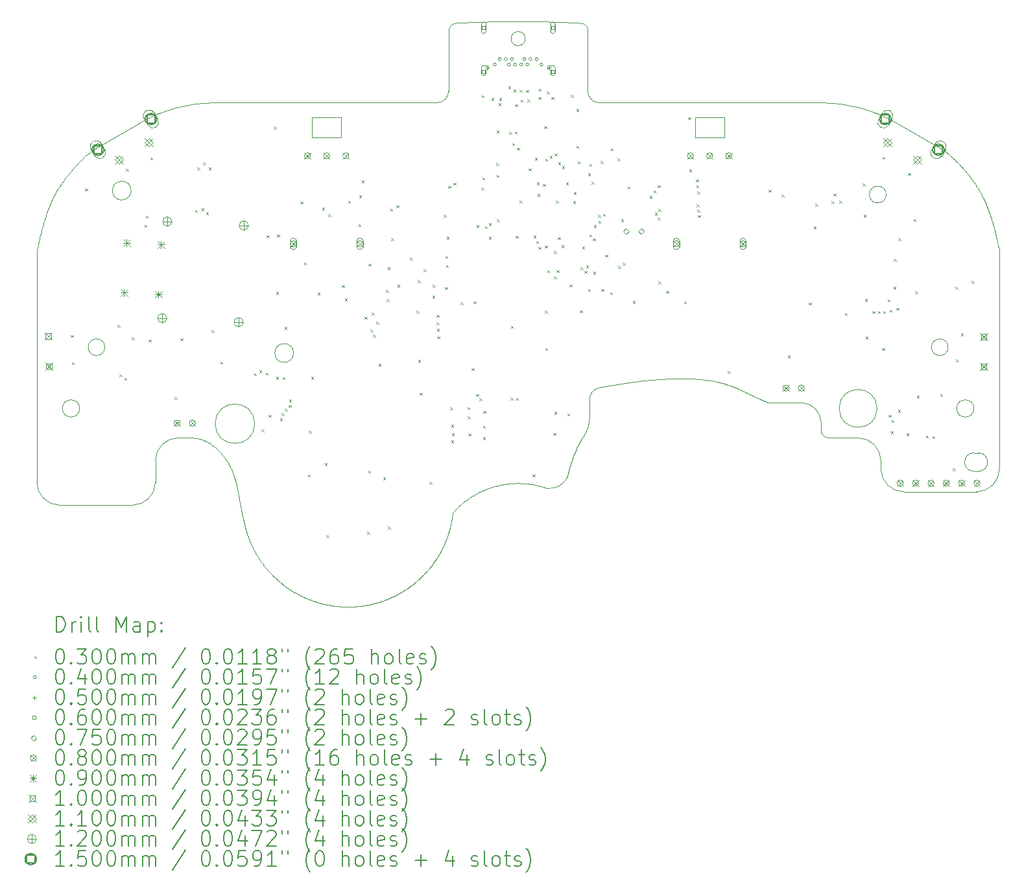
<source format=gbr>
%TF.GenerationSoftware,KiCad,Pcbnew,8.0.2*%
%TF.CreationDate,2024-06-18T23:34:20-07:00*%
%TF.ProjectId,UGC_Main,5547435f-4d61-4696-9e2e-6b696361645f,rev?*%
%TF.SameCoordinates,Original*%
%TF.FileFunction,Drillmap*%
%TF.FilePolarity,Positive*%
%FSLAX45Y45*%
G04 Gerber Fmt 4.5, Leading zero omitted, Abs format (unit mm)*
G04 Created by KiCad (PCBNEW 8.0.2) date 2024-06-18 23:34:20*
%MOMM*%
%LPD*%
G01*
G04 APERTURE LIST*
%ADD10C,0.100000*%
%ADD11C,0.010000*%
%ADD12C,0.200000*%
%ADD13C,0.110000*%
%ADD14C,0.120000*%
%ADD15C,0.150000*%
G04 APERTURE END LIST*
D10*
X21098524Y-8405855D02*
X21088302Y-8406441D01*
X21078113Y-8407038D01*
X21067954Y-8407645D01*
X21057826Y-8408262D01*
X21047726Y-8408890D01*
X21037655Y-8409529D01*
X21033635Y-8409788D01*
X22845042Y-13194165D02*
X22836143Y-13200574D01*
X22827754Y-13207601D01*
X22819906Y-13215214D01*
X22812631Y-13223383D01*
X22805959Y-13232075D01*
X22803874Y-13235083D01*
X28132187Y-14231648D02*
G75*
G02*
X27832187Y-14531647I-299997J-2D01*
G01*
X26884115Y-14531648D02*
G75*
G02*
X26584112Y-14231648I-5J299998D01*
G01*
X22486871Y-14347809D02*
G75*
G02*
X22225140Y-14484922I-225071J111269D01*
G01*
X20947567Y-8471615D02*
X20952276Y-8461721D01*
X20958025Y-8452422D01*
X20964759Y-8443801D01*
X20968907Y-8439335D01*
X20998554Y-8418610D02*
X21008069Y-8414842D01*
X21017900Y-8412071D01*
X21027968Y-8410316D01*
X21033635Y-8409788D01*
X21940866Y-8613913D02*
G75*
G02*
X21755866Y-8613913I-92500J0D01*
G01*
X21755866Y-8613913D02*
G75*
G02*
X21940866Y-8613913I92500J0D01*
G01*
X21848366Y-8388913D02*
X21859937Y-8388915D01*
X21871514Y-8388921D01*
X21883097Y-8388932D01*
X21894686Y-8388948D01*
X21906279Y-8388969D01*
X21917876Y-8388995D01*
X21929478Y-8389026D01*
X21941083Y-8389062D01*
X21952691Y-8389105D01*
X21964302Y-8389153D01*
X21975915Y-8389207D01*
X21987530Y-8389267D01*
X21999146Y-8389333D01*
X22010763Y-8389406D01*
X22022381Y-8389485D01*
X22033998Y-8389572D01*
X22045616Y-8389665D01*
X22057232Y-8389766D01*
X22068847Y-8389874D01*
X22080461Y-8389989D01*
X22092072Y-8390112D01*
X22103681Y-8390243D01*
X22115287Y-8390382D01*
X22126890Y-8390530D01*
X22138489Y-8390685D01*
X22150083Y-8390850D01*
X22161673Y-8391023D01*
X22173258Y-8391205D01*
X22184837Y-8391396D01*
X22196410Y-8391596D01*
X22207977Y-8391806D01*
X22219537Y-8392025D01*
X22756652Y-9299719D02*
X22756652Y-8509580D01*
X25794167Y-9449719D02*
X22906652Y-9449719D01*
X27769833Y-10447238D02*
X27777993Y-10458349D01*
X27785956Y-10469376D01*
X27793727Y-10480317D01*
X27801308Y-10491172D01*
X27808704Y-10501941D01*
X27815917Y-10512623D01*
X27822952Y-10523218D01*
X27829810Y-10533726D01*
X27836496Y-10544146D01*
X27843014Y-10554478D01*
X27849365Y-10564721D01*
X27855555Y-10574875D01*
X27861586Y-10584940D01*
X27867461Y-10594916D01*
X27873184Y-10604801D01*
X27878759Y-10614595D01*
X27884188Y-10624299D01*
X27889475Y-10633911D01*
X27894624Y-10643432D01*
X27899637Y-10652861D01*
X27904519Y-10662197D01*
X27909272Y-10671440D01*
X27913900Y-10680590D01*
X27918406Y-10689647D01*
X27927068Y-10707478D01*
X27935283Y-10724930D01*
X27943078Y-10741999D01*
X27950482Y-10758684D01*
X22803874Y-13235083D02*
X22797990Y-13244540D01*
X22792831Y-13254393D01*
X22788416Y-13264601D01*
X22784765Y-13275123D01*
X18117974Y-14270062D02*
X18111444Y-14255918D01*
X18105412Y-14242943D01*
X18099842Y-14231059D01*
X18094701Y-14220190D01*
X18089953Y-14210258D01*
X18085563Y-14201187D01*
X18079575Y-14189026D01*
X18074196Y-14178369D01*
X18069310Y-14168955D01*
X18063357Y-14157889D01*
X18057791Y-14147957D01*
X18053702Y-14140882D01*
X17757521Y-13862785D02*
X17745468Y-13858450D01*
X17734335Y-13854522D01*
X17723992Y-13850975D01*
X17714310Y-13847781D01*
X17700744Y-13843593D01*
X17687939Y-13840047D01*
X17675461Y-13837051D01*
X17662873Y-13834512D01*
X17649740Y-13832338D01*
X17635626Y-13830439D01*
X17625457Y-13829279D01*
X17614530Y-13828172D01*
X17602715Y-13827092D01*
X18269939Y-14927362D02*
X18272053Y-14937535D01*
X18274275Y-14947829D01*
X18276609Y-14958244D01*
X18279059Y-14968782D01*
X15864545Y-14706648D02*
X16812616Y-14706648D01*
X27798366Y-14263763D02*
G75*
G02*
X27798366Y-14023117I4J120323D01*
G01*
X22690430Y-13821595D02*
X22695724Y-13812956D01*
X22701072Y-13804352D01*
X22701790Y-13803207D01*
X21874684Y-14420600D02*
X21864110Y-14420403D01*
X21853540Y-14420305D01*
X21848662Y-14420294D01*
X27798366Y-14023117D02*
X27858366Y-14023117D01*
X27411957Y-10073169D02*
X26791686Y-9716238D01*
X20790080Y-9449719D02*
X17902564Y-9449719D01*
X18359247Y-15207265D02*
X18363829Y-15217528D01*
X18368493Y-15227752D01*
X18373240Y-15237937D01*
X18378069Y-15248082D01*
X18382980Y-15258188D01*
X18387973Y-15268253D01*
X18393047Y-15278278D01*
X18398203Y-15288262D01*
X18403440Y-15298204D01*
X18408758Y-15308104D01*
X18412348Y-15314681D01*
X20940080Y-9299719D02*
G75*
G02*
X20790080Y-9449720I-150000J-1D01*
G01*
X19158366Y-9903440D02*
X19158366Y-9643440D01*
X25164110Y-13370061D02*
X25546418Y-13370061D01*
X21435098Y-14496662D02*
X21422898Y-14501471D01*
X21410760Y-14506420D01*
X21398686Y-14511507D01*
X21386677Y-14516731D01*
X21374733Y-14522091D01*
X21362857Y-14527588D01*
X21351049Y-14533220D01*
X21339310Y-14538987D01*
X21327642Y-14544887D01*
X21316045Y-14550921D01*
X21304521Y-14557088D01*
X21293071Y-14563386D01*
X21281696Y-14569815D01*
X21270397Y-14576375D01*
X21259175Y-14583065D01*
X21248031Y-14589884D01*
X21236967Y-14596831D01*
X21225983Y-14603906D01*
X21215081Y-14611108D01*
X21204262Y-14618436D01*
X21193526Y-14625890D01*
X21182876Y-14633469D01*
X21172312Y-14641172D01*
X21161835Y-14648998D01*
X21151447Y-14656948D01*
X21141148Y-14665020D01*
X21130940Y-14673213D01*
X21120823Y-14681527D01*
X21110800Y-14689961D01*
X21100870Y-14698515D01*
X21091036Y-14707188D01*
X21081298Y-14715978D01*
X27858366Y-14263763D02*
X27798366Y-14263763D01*
X18219411Y-14694504D02*
X18216639Y-14678878D01*
X18214092Y-14664527D01*
X18211756Y-14651365D01*
X18209614Y-14639309D01*
X18207653Y-14628274D01*
X18205856Y-14618173D01*
X18203436Y-14604591D01*
X18201301Y-14592636D01*
X18199399Y-14582021D01*
X18197136Y-14569460D01*
X18195074Y-14558095D01*
X18193586Y-14549947D01*
X25794167Y-9449719D02*
G75*
G02*
X26791687Y-9716237I3J-2000001D01*
G01*
X21848662Y-14420294D02*
X21835412Y-14420312D01*
X21822169Y-14420485D01*
X21808936Y-14420813D01*
X21795713Y-14421296D01*
X21782503Y-14421933D01*
X21769305Y-14422725D01*
X21756121Y-14423670D01*
X21742954Y-14424769D01*
X21729803Y-14426022D01*
X21716671Y-14427427D01*
X21703559Y-14428986D01*
X21690468Y-14430697D01*
X21677399Y-14432561D01*
X21664353Y-14434578D01*
X21651333Y-14436746D01*
X21638339Y-14439067D01*
X21625373Y-14441539D01*
X21612436Y-14444162D01*
X21599529Y-14446937D01*
X21586654Y-14449862D01*
X21573811Y-14452939D01*
X21561003Y-14456166D01*
X21548231Y-14459543D01*
X21535495Y-14463070D01*
X21522798Y-14466747D01*
X21510140Y-14470573D01*
X21497523Y-14474549D01*
X21484949Y-14478674D01*
X21472417Y-14482948D01*
X21459931Y-14487371D01*
X21447491Y-14491942D01*
X21435098Y-14496662D01*
X23739972Y-13059629D02*
X23763020Y-13058337D01*
X23786100Y-13057155D01*
X23809207Y-13056088D01*
X23832332Y-13055142D01*
X23855469Y-13054322D01*
X23878611Y-13053633D01*
X23901750Y-13053082D01*
X23924879Y-13052672D01*
X23947992Y-13052411D01*
X23971081Y-13052302D01*
X23994138Y-13052352D01*
X24017158Y-13052566D01*
X24040132Y-13052950D01*
X24063054Y-13053508D01*
X24085916Y-13054247D01*
X24108712Y-13055171D01*
X24131433Y-13056286D01*
X24154074Y-13057598D01*
X24176627Y-13059112D01*
X24199085Y-13060833D01*
X24221440Y-13062766D01*
X24243686Y-13064918D01*
X24265816Y-13067294D01*
X24287821Y-13069898D01*
X24309696Y-13072737D01*
X24331434Y-13075816D01*
X24353026Y-13079140D01*
X24374465Y-13082714D01*
X24395746Y-13086545D01*
X24416860Y-13090637D01*
X24437801Y-13094997D01*
X24458561Y-13099628D01*
X19509600Y-16028754D02*
X19526216Y-16030050D01*
X19542837Y-16031144D01*
X19559462Y-16032037D01*
X19576088Y-16032728D01*
X19592714Y-16033218D01*
X19609337Y-16033508D01*
X19625957Y-16033596D01*
X19642571Y-16033485D01*
X19659177Y-16033173D01*
X19675774Y-16032660D01*
X19692360Y-16031948D01*
X19708933Y-16031037D01*
X19725491Y-16029926D01*
X19742032Y-16028615D01*
X19758556Y-16027106D01*
X19775059Y-16025397D01*
X19791541Y-16023490D01*
X19807998Y-16021384D01*
X19824430Y-16019080D01*
X19840835Y-16016578D01*
X19857211Y-16013878D01*
X19873556Y-16010981D01*
X19889868Y-16007886D01*
X19906146Y-16004593D01*
X19922388Y-16001104D01*
X19938591Y-15997417D01*
X19954755Y-15993534D01*
X19970877Y-15989455D01*
X19986955Y-15985179D01*
X20002989Y-15980707D01*
X20018975Y-15976039D01*
X20034912Y-15971175D01*
X21081298Y-14715978D02*
X21073796Y-14722892D01*
X21066360Y-14729870D01*
X21058990Y-14736912D01*
X21051686Y-14744018D01*
X21044450Y-14751187D01*
X21037281Y-14758418D01*
X21030180Y-14765711D01*
X21023146Y-14773066D01*
X22778204Y-13537548D02*
X22778031Y-13550691D01*
X22777513Y-13563815D01*
X22776651Y-13576913D01*
X22775447Y-13589979D01*
X22773900Y-13603006D01*
X22772012Y-13615987D01*
X22769784Y-13628916D01*
X22767217Y-13641785D01*
X22764312Y-13654589D01*
X22761069Y-13667320D01*
X22758721Y-13675763D01*
X17112616Y-14406648D02*
X17112616Y-14127092D01*
X22219537Y-8392025D02*
X22231398Y-8392261D01*
X22243258Y-8392507D01*
X22255117Y-8392764D01*
X22266976Y-8393031D01*
X22278834Y-8393311D01*
X22290690Y-8393601D01*
X22302546Y-8393903D01*
X22314400Y-8394217D01*
X22326253Y-8394543D01*
X22338104Y-8394882D01*
X22349954Y-8395233D01*
X22361801Y-8395596D01*
X22373647Y-8395973D01*
X22385491Y-8396362D01*
X22397333Y-8396765D01*
X22409173Y-8397182D01*
X22421010Y-8397612D01*
X22432845Y-8398056D01*
X22444677Y-8398514D01*
X22456506Y-8398987D01*
X22468333Y-8399474D01*
X22480157Y-8399976D01*
X22491978Y-8400493D01*
X22503795Y-8401025D01*
X22515609Y-8401573D01*
X22527420Y-8402136D01*
X22539228Y-8402715D01*
X22551031Y-8403310D01*
X22562831Y-8403921D01*
X22574627Y-8404549D01*
X22586419Y-8405193D01*
X22598207Y-8405855D01*
X22898663Y-13171939D02*
X22923786Y-13166937D01*
X22949000Y-13162009D01*
X22974303Y-13157157D01*
X22999694Y-13152382D01*
X23025170Y-13147688D01*
X23050731Y-13143076D01*
X23076375Y-13138549D01*
X23102100Y-13134109D01*
X23127905Y-13129758D01*
X23153788Y-13125499D01*
X23179748Y-13121334D01*
X23205784Y-13117265D01*
X23231893Y-13113295D01*
X23258074Y-13109426D01*
X23284327Y-13105659D01*
X23310648Y-13101999D01*
X23337038Y-13098445D01*
X23363493Y-13095002D01*
X23390013Y-13091671D01*
X23416597Y-13088455D01*
X23443242Y-13085355D01*
X23469947Y-13082375D01*
X23496711Y-13079516D01*
X23523532Y-13076781D01*
X23550408Y-13074172D01*
X23577339Y-13071691D01*
X23604322Y-13069341D01*
X23631356Y-13067123D01*
X23658440Y-13065041D01*
X23685571Y-13063096D01*
X23712749Y-13061291D01*
X23739972Y-13059629D01*
X16905045Y-9716238D02*
G75*
G02*
X17902564Y-9449720I997515J-1733472D01*
G01*
X25903918Y-13827092D02*
G75*
G02*
X25803918Y-13727092I2J100002D01*
G01*
X18407813Y-13642561D02*
G75*
G02*
X17892813Y-13642561I-257500J0D01*
G01*
X17892813Y-13642561D02*
G75*
G02*
X18407813Y-13642561I257500J0D01*
G01*
X17412616Y-13827092D02*
X17602715Y-13827092D01*
X18053702Y-14140882D02*
X18044899Y-14128103D01*
X18036782Y-14116391D01*
X18029303Y-14105676D01*
X18022415Y-14095889D01*
X18016071Y-14086960D01*
X18010224Y-14078819D01*
X18002282Y-14067932D01*
X17995194Y-14058427D01*
X17988799Y-14050068D01*
X17981078Y-14040300D01*
X17973930Y-14031593D01*
X17968719Y-14025425D01*
X22225140Y-14484921D02*
X22214573Y-14481244D01*
X22203973Y-14477673D01*
X22193341Y-14474208D01*
X22182678Y-14470849D01*
X22171985Y-14467597D01*
X22161262Y-14464451D01*
X22150510Y-14461412D01*
X22139730Y-14458479D01*
X22128923Y-14455654D01*
X22118089Y-14452935D01*
X22107230Y-14450324D01*
X22096346Y-14447821D01*
X22085438Y-14445425D01*
X22074507Y-14443138D01*
X22063553Y-14440958D01*
X22052578Y-14438886D01*
X22041582Y-14436923D01*
X22030566Y-14435069D01*
X22019530Y-14433323D01*
X22008477Y-14431686D01*
X21997405Y-14430158D01*
X21986317Y-14428739D01*
X21975213Y-14427430D01*
X21964093Y-14426230D01*
X21952959Y-14425141D01*
X21941812Y-14424161D01*
X21930651Y-14423291D01*
X21919479Y-14422531D01*
X21908295Y-14421882D01*
X21897101Y-14421344D01*
X21885897Y-14420916D01*
X21874684Y-14420600D01*
X22486871Y-14347809D02*
X22490396Y-14330438D01*
X22494109Y-14313106D01*
X22498009Y-14295815D01*
X22502095Y-14278567D01*
X22506368Y-14261365D01*
X22510826Y-14244209D01*
X22515470Y-14227104D01*
X22520298Y-14210050D01*
X22525310Y-14193049D01*
X22530506Y-14176104D01*
X22535886Y-14159217D01*
X22541449Y-14142389D01*
X22547194Y-14125624D01*
X22553121Y-14108922D01*
X22559230Y-14092287D01*
X22565520Y-14075719D01*
X22571990Y-14059222D01*
X22578641Y-14042797D01*
X22585472Y-14026446D01*
X22592482Y-14010172D01*
X22599671Y-13993976D01*
X22607039Y-13977861D01*
X22614584Y-13961828D01*
X22622307Y-13945880D01*
X22630207Y-13930019D01*
X22638284Y-13914247D01*
X22646537Y-13898565D01*
X22654966Y-13882977D01*
X22663570Y-13867483D01*
X22672349Y-13852087D01*
X22681303Y-13836790D01*
X22690430Y-13821595D01*
X17112616Y-14127092D02*
G75*
G02*
X17412616Y-13827096I299994J2D01*
G01*
X22598207Y-8405855D02*
X22608429Y-8406441D01*
X22618619Y-8407038D01*
X22628777Y-8407645D01*
X22638906Y-8408262D01*
X22649005Y-8408890D01*
X22659076Y-8409529D01*
X22663097Y-8409788D01*
X15564545Y-11397080D02*
X15564545Y-14406648D01*
X24897780Y-13271849D02*
X24908160Y-13277132D01*
X24918405Y-13282320D01*
X24928516Y-13287407D01*
X24938493Y-13292390D01*
X24948335Y-13297263D01*
X24958044Y-13302022D01*
X24967619Y-13306661D01*
X24977061Y-13311177D01*
X24986369Y-13315564D01*
X24995545Y-13319817D01*
X25013497Y-13327905D01*
X25030919Y-13335403D01*
X25047813Y-13342273D01*
X25064179Y-13348476D01*
X25080020Y-13353975D01*
X25095336Y-13358732D01*
X25110130Y-13362710D01*
X25124403Y-13365869D01*
X25138156Y-13368173D01*
X25151391Y-13369583D01*
X25164110Y-13370061D01*
X15564545Y-11397080D02*
X15570092Y-11369428D01*
X15575662Y-11342160D01*
X15581263Y-11315269D01*
X15586902Y-11288748D01*
X15592586Y-11262589D01*
X15598323Y-11236786D01*
X15604120Y-11211331D01*
X15609984Y-11186216D01*
X15615922Y-11161435D01*
X15621942Y-11136980D01*
X15628051Y-11112845D01*
X15634256Y-11089021D01*
X15640565Y-11065502D01*
X15646985Y-11042280D01*
X15653523Y-11019349D01*
X15660186Y-10996700D01*
X15666982Y-10974327D01*
X15673918Y-10952222D01*
X15681002Y-10930379D01*
X15688240Y-10908790D01*
X15695640Y-10887447D01*
X15703209Y-10866344D01*
X15710955Y-10845473D01*
X15718884Y-10824827D01*
X15727004Y-10804399D01*
X15735323Y-10784181D01*
X15743848Y-10764167D01*
X15752585Y-10744348D01*
X15761542Y-10724719D01*
X15770727Y-10705271D01*
X15780147Y-10685998D01*
X15789809Y-10666892D01*
X20990026Y-14842116D02*
X20991388Y-14832153D01*
X20992751Y-14822189D01*
X20994113Y-14812225D01*
X20995476Y-14802262D01*
X22898663Y-13171939D02*
X22887997Y-13174490D01*
X22877568Y-13177806D01*
X22867417Y-13181870D01*
X22857586Y-13186664D01*
X22848113Y-13192173D01*
X22845042Y-13194165D01*
X16451966Y-12643440D02*
G75*
G02*
X16234765Y-12643440I-108600J0D01*
G01*
X16234765Y-12643440D02*
G75*
G02*
X16451966Y-12643440I108600J0D01*
G01*
X17867504Y-13930354D02*
X17855728Y-13922476D01*
X17844902Y-13915288D01*
X17834963Y-13908746D01*
X17825847Y-13902808D01*
X17813577Y-13894937D01*
X17802803Y-13888180D01*
X17793308Y-13882388D01*
X17782268Y-13875915D01*
X17772614Y-13870551D01*
X17761718Y-13864875D01*
X17757521Y-13862785D01*
X22758721Y-13675763D02*
X22754921Y-13688346D01*
X22750796Y-13700816D01*
X22746347Y-13713165D01*
X22741578Y-13725389D01*
X22736490Y-13737481D01*
X22731087Y-13749435D01*
X22725372Y-13761244D01*
X22719348Y-13772902D01*
X22713016Y-13784403D01*
X22706381Y-13795742D01*
X22701790Y-13803207D01*
X20510027Y-15711577D02*
X20522986Y-15700573D01*
X20535801Y-15689416D01*
X20548471Y-15678108D01*
X20560994Y-15666651D01*
X20573370Y-15655045D01*
X20585597Y-15643293D01*
X20597674Y-15631395D01*
X20609600Y-15619354D01*
X20621373Y-15607171D01*
X20632993Y-15594848D01*
X20644458Y-15582385D01*
X20655767Y-15569785D01*
X20666918Y-15557048D01*
X20677911Y-15544178D01*
X20688745Y-15531174D01*
X20699417Y-15518039D01*
X20709928Y-15504773D01*
X20720275Y-15491379D01*
X20730458Y-15477859D01*
X20740475Y-15464212D01*
X20750325Y-15450442D01*
X20760007Y-15436549D01*
X20769520Y-15422535D01*
X20778862Y-15408402D01*
X20788032Y-15394151D01*
X20797030Y-15379784D01*
X20805853Y-15365301D01*
X20814502Y-15350705D01*
X20822973Y-15335997D01*
X20831267Y-15321179D01*
X20839382Y-15306252D01*
X20847317Y-15291217D01*
X27411957Y-10073169D02*
X27424224Y-10083546D01*
X27436451Y-10094017D01*
X27448636Y-10104578D01*
X27460775Y-10115231D01*
X27472866Y-10125973D01*
X27484905Y-10136804D01*
X27496889Y-10147724D01*
X27508815Y-10158732D01*
X27520681Y-10169827D01*
X27532482Y-10181008D01*
X27544217Y-10192274D01*
X27555882Y-10203625D01*
X27567474Y-10215059D01*
X27578990Y-10226577D01*
X27590427Y-10238177D01*
X27601782Y-10249859D01*
X27613052Y-10261621D01*
X27624233Y-10273464D01*
X27635324Y-10285386D01*
X27646321Y-10297386D01*
X27657220Y-10309464D01*
X27668019Y-10321619D01*
X27678715Y-10333851D01*
X27689305Y-10346158D01*
X27699785Y-10358539D01*
X27710153Y-10370995D01*
X27720406Y-10383523D01*
X27730540Y-10396124D01*
X27740553Y-10408797D01*
X27750442Y-10421541D01*
X27760203Y-10434355D01*
X27769833Y-10447238D01*
X19020879Y-15894144D02*
X19035277Y-15901058D01*
X19049747Y-15907802D01*
X19064286Y-15914375D01*
X19078895Y-15920777D01*
X19093570Y-15927008D01*
X19108311Y-15933066D01*
X19123115Y-15938952D01*
X19137982Y-15944665D01*
X19152910Y-15950205D01*
X19167898Y-15955571D01*
X19182943Y-15960762D01*
X19198045Y-15965779D01*
X19213202Y-15970621D01*
X19228412Y-15975287D01*
X19243674Y-15979777D01*
X19258986Y-15984091D01*
X19274347Y-15988228D01*
X19289755Y-15992187D01*
X19305210Y-15995969D01*
X19320708Y-15999572D01*
X19336250Y-16002997D01*
X19351833Y-16006243D01*
X19367455Y-16009309D01*
X19383116Y-16012196D01*
X19398814Y-16014902D01*
X19414547Y-16017427D01*
X19430313Y-16019770D01*
X19446112Y-16021932D01*
X19461942Y-16023912D01*
X19477800Y-16025710D01*
X19493687Y-16027324D01*
X19509600Y-16028754D01*
X16795206Y-10597780D02*
G75*
G02*
X16550206Y-10597780I-122500J0D01*
G01*
X16550206Y-10597780D02*
G75*
G02*
X16795206Y-10597780I122500J0D01*
G01*
X18248300Y-14839945D02*
X18245057Y-14824242D01*
X18242089Y-14809818D01*
X18239379Y-14796589D01*
X18236908Y-14784469D01*
X18234659Y-14773373D01*
X18232613Y-14763215D01*
X18229888Y-14749552D01*
X18227519Y-14737521D01*
X18225448Y-14726835D01*
X18223042Y-14714180D01*
X18220913Y-14702722D01*
X18219411Y-14694504D01*
X24458561Y-13099628D02*
X24474564Y-13103430D01*
X24490430Y-13107411D01*
X24506157Y-13111565D01*
X24521744Y-13115882D01*
X24537191Y-13120357D01*
X24552496Y-13124979D01*
X24567659Y-13129743D01*
X24582678Y-13134640D01*
X24597553Y-13139662D01*
X24612283Y-13144802D01*
X24626867Y-13150051D01*
X24641304Y-13155403D01*
X24655593Y-13160848D01*
X24669733Y-13166380D01*
X24683724Y-13171991D01*
X24697564Y-13177672D01*
X24711252Y-13183417D01*
X24724788Y-13189216D01*
X24738171Y-13195063D01*
X24751399Y-13200950D01*
X24764472Y-13206869D01*
X24777390Y-13212811D01*
X24790150Y-13218770D01*
X24802752Y-13224738D01*
X24815196Y-13230706D01*
X24827480Y-13236667D01*
X24839604Y-13242613D01*
X24851565Y-13248537D01*
X24863365Y-13254430D01*
X24875001Y-13260285D01*
X24886473Y-13266094D01*
X24897780Y-13271849D01*
X18279059Y-14968782D02*
X18282765Y-14984053D01*
X18286648Y-14999282D01*
X18290707Y-15014467D01*
X18294941Y-15029607D01*
X18299349Y-15044700D01*
X18303932Y-15059746D01*
X18308689Y-15074742D01*
X18313620Y-15089687D01*
X18318723Y-15104581D01*
X18323998Y-15119421D01*
X18329446Y-15134207D01*
X18335065Y-15148936D01*
X18340855Y-15163608D01*
X18346816Y-15178221D01*
X18352947Y-15192774D01*
X18359247Y-15207265D01*
X24158366Y-9903440D02*
X24158366Y-9643440D01*
X20859124Y-15267973D02*
X20865185Y-15255600D01*
X20871120Y-15243172D01*
X20876929Y-15230690D01*
X20882611Y-15218155D01*
X20888166Y-15205567D01*
X20893593Y-15192928D01*
X20898893Y-15180238D01*
X20904065Y-15167500D01*
X20909108Y-15154712D01*
X20914023Y-15141878D01*
X20918809Y-15128996D01*
X20923466Y-15116070D01*
X20927993Y-15103099D01*
X20932390Y-15090084D01*
X20936658Y-15077027D01*
X20940794Y-15063928D01*
X20944800Y-15050788D01*
X20948676Y-15037610D01*
X20952419Y-15024392D01*
X20956031Y-15011137D01*
X20959511Y-14997845D01*
X20962859Y-14984517D01*
X20966075Y-14971155D01*
X20969157Y-14957759D01*
X20972106Y-14944330D01*
X20974922Y-14930870D01*
X20977604Y-14917378D01*
X20980152Y-14903857D01*
X20982565Y-14890307D01*
X20984844Y-14876730D01*
X20986988Y-14863125D01*
X20988997Y-14849494D01*
X25803918Y-13627561D02*
X25803918Y-13727092D01*
X27799073Y-13442726D02*
G75*
G02*
X27574073Y-13442726I-112500J0D01*
G01*
X27574073Y-13442726D02*
G75*
G02*
X27799073Y-13442726I112500J0D01*
G01*
X26584115Y-14127092D02*
X26584115Y-14231648D01*
X25903918Y-13827092D02*
X26284115Y-13827092D01*
X26884115Y-14531648D02*
X27832187Y-14531648D01*
X18412348Y-15314681D02*
X18417908Y-15324684D01*
X18423551Y-15334643D01*
X18429277Y-15344556D01*
X18435085Y-15354424D01*
X18440975Y-15364246D01*
X18446947Y-15374021D01*
X18453000Y-15383749D01*
X18459135Y-15393429D01*
X18465352Y-15403062D01*
X18471649Y-15412646D01*
X18478028Y-15422180D01*
X18484486Y-15431666D01*
X18491026Y-15441101D01*
X18497645Y-15450485D01*
X18504345Y-15459818D01*
X18511124Y-15469100D01*
X18517983Y-15478330D01*
X18524921Y-15487507D01*
X18531938Y-15496630D01*
X18539034Y-15505701D01*
X18546209Y-15514717D01*
X18553462Y-15523678D01*
X18560794Y-15532585D01*
X18568203Y-15541435D01*
X18575691Y-15550230D01*
X18583256Y-15558968D01*
X18590898Y-15567649D01*
X18598618Y-15576272D01*
X18606415Y-15584837D01*
X18614288Y-15593344D01*
X18622238Y-15601791D01*
X18630264Y-15610179D01*
X16122659Y-13442726D02*
G75*
G02*
X15897659Y-13442726I-112500J0D01*
G01*
X15897659Y-13442726D02*
G75*
G02*
X16122659Y-13442726I112500J0D01*
G01*
X18162574Y-14407659D02*
X18158089Y-14392692D01*
X18153943Y-14378953D01*
X18150111Y-14366362D01*
X18146569Y-14354836D01*
X18143294Y-14344296D01*
X18140261Y-14334658D01*
X18136114Y-14321717D01*
X18132377Y-14310351D01*
X18128969Y-14300285D01*
X18124796Y-14288411D01*
X18120871Y-14277710D01*
X18117974Y-14270062D01*
X18916526Y-12719100D02*
G75*
G02*
X18671526Y-12719100I-122500J0D01*
G01*
X18671526Y-12719100D02*
G75*
G02*
X18916526Y-12719100I122500J0D01*
G01*
X20940080Y-8509580D02*
X20940080Y-9299719D01*
X21023146Y-14773066D02*
X21016229Y-14780365D01*
X21009311Y-14787664D01*
X21002393Y-14794963D01*
X20995476Y-14802262D01*
X27950482Y-10758684D02*
X27957443Y-10774807D01*
X27964276Y-10791069D01*
X27970984Y-10807479D01*
X27977574Y-10824048D01*
X27984048Y-10840788D01*
X27990412Y-10857709D01*
X27996670Y-10874823D01*
X28002828Y-10892139D01*
X28008888Y-10909670D01*
X28014857Y-10927425D01*
X28020739Y-10945416D01*
X28026537Y-10963655D01*
X28032258Y-10982151D01*
X28037904Y-11000915D01*
X28043482Y-11019960D01*
X28048995Y-11039294D01*
X28054449Y-11058931D01*
X28059847Y-11078879D01*
X28065195Y-11099151D01*
X28070496Y-11119757D01*
X28075756Y-11140709D01*
X28080979Y-11162016D01*
X28086170Y-11183691D01*
X28091332Y-11205743D01*
X28096472Y-11228185D01*
X28101593Y-11251026D01*
X28106700Y-11274277D01*
X28111798Y-11297951D01*
X28116891Y-11322057D01*
X28121984Y-11346607D01*
X28127081Y-11371611D01*
X28132187Y-11397080D01*
X24538366Y-9643440D02*
X24538366Y-9903440D01*
X28132187Y-14231648D02*
X28132187Y-11397080D01*
X22906652Y-9449719D02*
G75*
G02*
X22756651Y-9299719I-2J149999D01*
G01*
X25546418Y-13370061D02*
G75*
G02*
X25803918Y-13627561I2J-257499D01*
G01*
X20940080Y-8509580D02*
X20940680Y-8498639D01*
X20942468Y-8487854D01*
X20945426Y-8477321D01*
X20947567Y-8471615D01*
X15789809Y-10666892D02*
X15795602Y-10655742D01*
X15801848Y-10643968D01*
X15808564Y-10631585D01*
X15815768Y-10618608D01*
X15823477Y-10605051D01*
X15831707Y-10590928D01*
X15840476Y-10576255D01*
X15849800Y-10561046D01*
X15859698Y-10545315D01*
X15870185Y-10529077D01*
X15881280Y-10512347D01*
X15892999Y-10495139D01*
X15905359Y-10477469D01*
X15918377Y-10459350D01*
X15932071Y-10440797D01*
X15946457Y-10421824D01*
X15961553Y-10402447D01*
X15977376Y-10382680D01*
X15993943Y-10362538D01*
X16011270Y-10342035D01*
X16029376Y-10321185D01*
X16048276Y-10300004D01*
X16067989Y-10278506D01*
X16088532Y-10256706D01*
X16109920Y-10234618D01*
X16132172Y-10212256D01*
X16155305Y-10189636D01*
X16179335Y-10166772D01*
X16204280Y-10143679D01*
X16230157Y-10120371D01*
X16256983Y-10096862D01*
X16284775Y-10073169D01*
X16905045Y-9716238D02*
X16284775Y-10073169D01*
X19538366Y-9643440D02*
X19538366Y-9903440D01*
X22750109Y-8474004D02*
X22753256Y-8483742D01*
X22755388Y-8493731D01*
X22756490Y-8503891D01*
X22756652Y-8509580D01*
X17112616Y-14406648D02*
G75*
G02*
X16812616Y-14706646I-299996J-2D01*
G01*
X19538366Y-9903440D02*
X19158366Y-9903440D01*
X18269939Y-14927362D02*
X18267068Y-14916432D01*
X18264245Y-14905503D01*
X18261469Y-14894575D01*
X18258740Y-14883647D01*
X18256059Y-14872721D01*
X18253426Y-14861795D01*
X18250839Y-14850870D01*
X18248300Y-14839945D01*
X22778204Y-13537548D02*
X22778204Y-13319001D01*
X24158366Y-9643440D02*
X24538366Y-9643440D01*
X22731338Y-8443082D02*
X22737743Y-8451064D01*
X22743289Y-8459641D01*
X22747934Y-8468744D01*
X22750109Y-8474004D01*
X24538366Y-9903440D02*
X24158366Y-9903440D01*
X22700500Y-8419706D02*
X22710070Y-8425043D01*
X22718979Y-8431380D01*
X22727148Y-8438656D01*
X22731338Y-8443082D01*
X15864545Y-14706648D02*
G75*
G02*
X15564542Y-14406648I5J300008D01*
G01*
X20988997Y-14849494D02*
X20990026Y-14842116D01*
X21848366Y-8388913D02*
X21836794Y-8388915D01*
X21825217Y-8388921D01*
X21813634Y-8388932D01*
X21802046Y-8388948D01*
X21790453Y-8388969D01*
X21778855Y-8388995D01*
X21767254Y-8389026D01*
X21755649Y-8389062D01*
X21744040Y-8389105D01*
X21732430Y-8389153D01*
X21720817Y-8389207D01*
X21709202Y-8389267D01*
X21697586Y-8389333D01*
X21685968Y-8389406D01*
X21674351Y-8389485D01*
X21662733Y-8389572D01*
X21651116Y-8389665D01*
X21639499Y-8389766D01*
X21627884Y-8389874D01*
X21616270Y-8389989D01*
X21604659Y-8390112D01*
X21593050Y-8390243D01*
X21581444Y-8390382D01*
X21569841Y-8390530D01*
X21558243Y-8390685D01*
X21546648Y-8390850D01*
X21535058Y-8391023D01*
X21523473Y-8391205D01*
X21511894Y-8391396D01*
X21500321Y-8391596D01*
X21488754Y-8391806D01*
X21477195Y-8392025D01*
X26534073Y-13442726D02*
G75*
G02*
X26039073Y-13442726I-247500J0D01*
G01*
X26039073Y-13442726D02*
G75*
G02*
X26534073Y-13442726I247500J0D01*
G01*
X26653366Y-10649440D02*
G75*
G02*
X26433366Y-10649440I-110000J0D01*
G01*
X26433366Y-10649440D02*
G75*
G02*
X26653366Y-10649440I110000J0D01*
G01*
X18193586Y-14549947D02*
X18190421Y-14534531D01*
X18187499Y-14520375D01*
X18184804Y-14507397D01*
X18182318Y-14495511D01*
X18180024Y-14484634D01*
X18177906Y-14474684D01*
X18175019Y-14461310D01*
X18172429Y-14449547D01*
X18170078Y-14439114D01*
X18167217Y-14426781D01*
X18164541Y-14415638D01*
X18162574Y-14407659D01*
X18630264Y-15610179D02*
X18640879Y-15621060D01*
X18651607Y-15631820D01*
X18662448Y-15642458D01*
X18673400Y-15652974D01*
X18684462Y-15663366D01*
X18695633Y-15673633D01*
X18706913Y-15683775D01*
X18718299Y-15693791D01*
X18729792Y-15703680D01*
X18741389Y-15713441D01*
X18753091Y-15723074D01*
X18764895Y-15732577D01*
X18776800Y-15741949D01*
X18788807Y-15751191D01*
X18800912Y-15760300D01*
X18813116Y-15769277D01*
X18825418Y-15778120D01*
X18837815Y-15786828D01*
X18850308Y-15795401D01*
X18862895Y-15803838D01*
X18875574Y-15812137D01*
X18888346Y-15820299D01*
X18901209Y-15828322D01*
X18914161Y-15836205D01*
X18927202Y-15843948D01*
X18940330Y-15851549D01*
X18953545Y-15859009D01*
X18966845Y-15866325D01*
X18980230Y-15873498D01*
X18993698Y-15880526D01*
X19007248Y-15887408D01*
X19020879Y-15894144D01*
X21477195Y-8392025D02*
X21465334Y-8392261D01*
X21453474Y-8392507D01*
X21441614Y-8392764D01*
X21429755Y-8393031D01*
X21417898Y-8393311D01*
X21406041Y-8393601D01*
X21394186Y-8393903D01*
X21382331Y-8394217D01*
X21370479Y-8394543D01*
X21358627Y-8394882D01*
X21346778Y-8395233D01*
X21334930Y-8395596D01*
X21323084Y-8395973D01*
X21311240Y-8396362D01*
X21299398Y-8396765D01*
X21287559Y-8397182D01*
X21275721Y-8397612D01*
X21263887Y-8398056D01*
X21252054Y-8398514D01*
X21240225Y-8398987D01*
X21228398Y-8399474D01*
X21216574Y-8399976D01*
X21204754Y-8400493D01*
X21192936Y-8401025D01*
X21181122Y-8401573D01*
X21169311Y-8402136D01*
X21157504Y-8402715D01*
X21145700Y-8403310D01*
X21133900Y-8403921D01*
X21122104Y-8404549D01*
X21110312Y-8405193D01*
X21098524Y-8405855D01*
X20034912Y-15971175D02*
X20051188Y-15965989D01*
X20067388Y-15960606D01*
X20083512Y-15955024D01*
X20099557Y-15949247D01*
X20115522Y-15943274D01*
X20131405Y-15937106D01*
X20147204Y-15930745D01*
X20162919Y-15924192D01*
X20178546Y-15917446D01*
X20194085Y-15910510D01*
X20209533Y-15903385D01*
X20224889Y-15896070D01*
X20240151Y-15888567D01*
X20255318Y-15880878D01*
X20270387Y-15873002D01*
X20285358Y-15864942D01*
X20300227Y-15856697D01*
X20314995Y-15848269D01*
X20329658Y-15839659D01*
X20344215Y-15830868D01*
X20358665Y-15821897D01*
X20373006Y-15812746D01*
X20387235Y-15803416D01*
X20401352Y-15793909D01*
X20415355Y-15784226D01*
X20429242Y-15774367D01*
X20443010Y-15764333D01*
X20456660Y-15754125D01*
X20470187Y-15743745D01*
X20483593Y-15733193D01*
X20496873Y-15722470D01*
X20510027Y-15711577D01*
X17968719Y-14025425D02*
X17958040Y-14014711D01*
X17948209Y-14004907D01*
X17939170Y-13995955D01*
X17930864Y-13987795D01*
X17923234Y-13980369D01*
X17912931Y-13970479D01*
X17903826Y-13961910D01*
X17895726Y-13954464D01*
X17886153Y-13945942D01*
X17877562Y-13938597D01*
X17869493Y-13931958D01*
X17867504Y-13930354D01*
X19158366Y-9643440D02*
X19538366Y-9643440D01*
X20847317Y-15291217D02*
X20852167Y-15281799D01*
X20856944Y-15272347D01*
X20859124Y-15267973D01*
X20968907Y-8439335D02*
X20976459Y-8432428D01*
X20984661Y-8426341D01*
X20993446Y-8421120D01*
X20998554Y-8418610D01*
X22663097Y-8409788D02*
X22673976Y-8411092D01*
X22684624Y-8413572D01*
X22694944Y-8417202D01*
X22700500Y-8419706D01*
X27858366Y-14023117D02*
G75*
G02*
X27858366Y-14263763I4J-120323D01*
G01*
X26284115Y-13827092D02*
G75*
G02*
X26584118Y-14127092I5J-299998D01*
G01*
X27461966Y-12643440D02*
G75*
G02*
X27244765Y-12643440I-108600J0D01*
G01*
X27244765Y-12643440D02*
G75*
G02*
X27461966Y-12643440I108600J0D01*
G01*
X22784765Y-13275123D02*
X22781904Y-13285887D01*
X22779853Y-13296818D01*
X22778617Y-13307872D01*
X22778204Y-13319001D01*
D11*
X21368364Y-9065440D02*
X21368364Y-8990440D01*
X21398364Y-8965440D02*
X21443364Y-8965440D01*
X21428364Y-9015440D02*
X21428364Y-9065440D01*
X21443364Y-9015440D02*
X21428364Y-9015440D01*
X22253364Y-8965440D02*
X22298364Y-8965440D01*
X22268364Y-9015440D02*
X22253364Y-9015440D01*
X22268364Y-9065440D02*
X22268364Y-9015440D01*
X22328364Y-8990440D02*
X22328364Y-9065440D01*
X21368364Y-8990440D02*
G75*
G02*
X21398364Y-8965440I27500J-2500D01*
G01*
X21428364Y-9065440D02*
G75*
G02*
X21368364Y-9065440I-30000J0D01*
G01*
X21443364Y-8965440D02*
G75*
G02*
X21443364Y-9015440I0J-25000D01*
G01*
X22253364Y-9015440D02*
G75*
G02*
X22253364Y-8965440I0J25000D01*
G01*
X22298364Y-8965440D02*
G75*
G02*
X22328364Y-8990440I2500J-27500D01*
G01*
X22328364Y-9065440D02*
G75*
G02*
X22268364Y-9065440I-30000J0D01*
G01*
D12*
D10*
X16007900Y-12484920D02*
X16037900Y-12514920D01*
X16037900Y-12484920D02*
X16007900Y-12514920D01*
X16020020Y-12839940D02*
X16050020Y-12869940D01*
X16050020Y-12839940D02*
X16020020Y-12869940D01*
X16195280Y-10571720D02*
X16225280Y-10601720D01*
X16225280Y-10571720D02*
X16195280Y-10601720D01*
X16619460Y-12354800D02*
X16649460Y-12384800D01*
X16649460Y-12354800D02*
X16619460Y-12384800D01*
X16644860Y-12997420D02*
X16674860Y-13027420D01*
X16674860Y-12997420D02*
X16644860Y-13027420D01*
X16708360Y-13043140D02*
X16738360Y-13073140D01*
X16738360Y-13043140D02*
X16708360Y-13073140D01*
X16726140Y-10310100D02*
X16756140Y-10340100D01*
X16756140Y-10310100D02*
X16726140Y-10340100D01*
X16804880Y-12512280D02*
X16834880Y-12542280D01*
X16834880Y-12512280D02*
X16804880Y-12542280D01*
X16969980Y-11043361D02*
X16999980Y-11073361D01*
X16999980Y-11043361D02*
X16969980Y-11073361D01*
X16985220Y-10927320D02*
X17015220Y-10957320D01*
X17015220Y-10927320D02*
X16985220Y-10957320D01*
X17023320Y-12542760D02*
X17053320Y-12572760D01*
X17053320Y-12542760D02*
X17023320Y-12572760D01*
X17046180Y-10165320D02*
X17076180Y-10195320D01*
X17076180Y-10165320D02*
X17046180Y-10195320D01*
X17363680Y-13294600D02*
X17393680Y-13324600D01*
X17393680Y-13294600D02*
X17363680Y-13324600D01*
X17439880Y-12524980D02*
X17469880Y-12554980D01*
X17469880Y-12524980D02*
X17439880Y-12554980D01*
X17630380Y-10848580D02*
X17660380Y-10878580D01*
X17660380Y-10848580D02*
X17630380Y-10878580D01*
X17660860Y-10297400D02*
X17690860Y-10327400D01*
X17690860Y-10297400D02*
X17660860Y-10327400D01*
X17714200Y-10828260D02*
X17744200Y-10858260D01*
X17744200Y-10828260D02*
X17714200Y-10858260D01*
X17734520Y-10228820D02*
X17764520Y-10258820D01*
X17764520Y-10228820D02*
X17734520Y-10258820D01*
X17772620Y-10879060D02*
X17802620Y-10909060D01*
X17802620Y-10879060D02*
X17772620Y-10909060D01*
X17808180Y-10297400D02*
X17838180Y-10327400D01*
X17838180Y-10297400D02*
X17808180Y-10327400D01*
X17843740Y-12418300D02*
X17873740Y-12448300D01*
X17873740Y-12418300D02*
X17843740Y-12448300D01*
X17960580Y-12829780D02*
X17990580Y-12859780D01*
X17990580Y-12829780D02*
X17960580Y-12859780D01*
X18400000Y-12984720D02*
X18430000Y-13014720D01*
X18430000Y-12984720D02*
X18400000Y-13014720D01*
X18466040Y-12944080D02*
X18496040Y-12974080D01*
X18496040Y-12944080D02*
X18466040Y-12974080D01*
X18496520Y-13713700D02*
X18526520Y-13743700D01*
X18526520Y-13713700D02*
X18496520Y-13743700D01*
X18552400Y-12974560D02*
X18582400Y-13004560D01*
X18582400Y-12974560D02*
X18552400Y-13004560D01*
X18565100Y-11178780D02*
X18595100Y-11208780D01*
X18595100Y-11178780D02*
X18565100Y-11208780D01*
X18590328Y-13525308D02*
X18620328Y-13555308D01*
X18620328Y-13525308D02*
X18590328Y-13555308D01*
X18659080Y-9761460D02*
X18689080Y-9791460D01*
X18689080Y-9761460D02*
X18659080Y-9791460D01*
X18689560Y-11923000D02*
X18719560Y-11953000D01*
X18719560Y-11923000D02*
X18689560Y-11953000D01*
X18689560Y-13030440D02*
X18719560Y-13060440D01*
X18719560Y-13030440D02*
X18689560Y-13060440D01*
X18702260Y-11171160D02*
X18732260Y-11201160D01*
X18732260Y-11171160D02*
X18702260Y-11201160D01*
X18740360Y-13571460D02*
X18770360Y-13601460D01*
X18770360Y-13571460D02*
X18740360Y-13601460D01*
X18760680Y-13502880D02*
X18790680Y-13532880D01*
X18790680Y-13502880D02*
X18760680Y-13532880D01*
X18771761Y-13032693D02*
X18801761Y-13062693D01*
X18801761Y-13032693D02*
X18771761Y-13062693D01*
X18796240Y-12377660D02*
X18826240Y-12407660D01*
X18826240Y-12377660D02*
X18796240Y-12407660D01*
X18802197Y-13445370D02*
X18832197Y-13475370D01*
X18832197Y-13445370D02*
X18802197Y-13475370D01*
X18852239Y-13397927D02*
X18882239Y-13427927D01*
X18882239Y-13397927D02*
X18852239Y-13427927D01*
X18857438Y-13326438D02*
X18887438Y-13356438D01*
X18887438Y-13326438D02*
X18857438Y-13356438D01*
X19004520Y-10739360D02*
X19034520Y-10769360D01*
X19034520Y-10739360D02*
X19004520Y-10769360D01*
X19052780Y-11534380D02*
X19082780Y-11564380D01*
X19082780Y-11534380D02*
X19052780Y-11564380D01*
X19103580Y-14302980D02*
X19133580Y-14332980D01*
X19133580Y-14302980D02*
X19103580Y-14332980D01*
X19113740Y-13731480D02*
X19143740Y-13761480D01*
X19143740Y-13731480D02*
X19113740Y-13761480D01*
X19144220Y-13030440D02*
X19174220Y-13060440D01*
X19174220Y-13030440D02*
X19144220Y-13060440D01*
X19228040Y-11928080D02*
X19258040Y-11958080D01*
X19258040Y-11928080D02*
X19228040Y-11958080D01*
X19289000Y-10820640D02*
X19319000Y-10850640D01*
X19319000Y-10820640D02*
X19289000Y-10850640D01*
X19324560Y-14158200D02*
X19354560Y-14188200D01*
X19354560Y-14158200D02*
X19324560Y-14188200D01*
X19342340Y-15095460D02*
X19372340Y-15125460D01*
X19372340Y-15095460D02*
X19342340Y-15125460D01*
X19367740Y-10907000D02*
X19397740Y-10937000D01*
X19397740Y-10907000D02*
X19367740Y-10937000D01*
X19548080Y-11831560D02*
X19578080Y-11861560D01*
X19578080Y-11831560D02*
X19548080Y-11861560D01*
X19586180Y-12004280D02*
X19616180Y-12034280D01*
X19616180Y-12004280D02*
X19586180Y-12034280D01*
X19626820Y-10731740D02*
X19656820Y-10761740D01*
X19656820Y-10731740D02*
X19626820Y-10761740D01*
X19761440Y-11036540D02*
X19791440Y-11066540D01*
X19791440Y-11036540D02*
X19761440Y-11066540D01*
X19771600Y-10658080D02*
X19801600Y-10688080D01*
X19801600Y-10658080D02*
X19771600Y-10688080D01*
X19804620Y-10462500D02*
X19834620Y-10492500D01*
X19834620Y-10462500D02*
X19804620Y-10492500D01*
X19845260Y-12245580D02*
X19875260Y-12275580D01*
X19875260Y-12245580D02*
X19845260Y-12275580D01*
X19875740Y-15052280D02*
X19905740Y-15082280D01*
X19905740Y-15052280D02*
X19875740Y-15082280D01*
X19888440Y-14252180D02*
X19918440Y-14282180D01*
X19918440Y-14252180D02*
X19888440Y-14282180D01*
X19894790Y-11553430D02*
X19924790Y-11583430D01*
X19924790Y-11553430D02*
X19894790Y-11583430D01*
X19919276Y-12412994D02*
X19949276Y-12442994D01*
X19949276Y-12412994D02*
X19919276Y-12442994D01*
X19936700Y-12192240D02*
X19966700Y-12222240D01*
X19966700Y-12192240D02*
X19936700Y-12222240D01*
X19951940Y-12479260D02*
X19981940Y-12509260D01*
X19981940Y-12479260D02*
X19951940Y-12509260D01*
X19997419Y-12311068D02*
X20027419Y-12341068D01*
X20027419Y-12311068D02*
X19997419Y-12341068D01*
X20025600Y-12862800D02*
X20055600Y-12892800D01*
X20055600Y-12862800D02*
X20025600Y-12892800D01*
X20084020Y-14343620D02*
X20114020Y-14373620D01*
X20114020Y-14343620D02*
X20084020Y-14373620D01*
X20121600Y-11895580D02*
X20151600Y-11925580D01*
X20151600Y-11895580D02*
X20121600Y-11925580D01*
X20132280Y-12014440D02*
X20162280Y-12044440D01*
X20162280Y-12014440D02*
X20132280Y-12044440D01*
X20144980Y-11597880D02*
X20174980Y-11627880D01*
X20174980Y-11597880D02*
X20144980Y-11627880D01*
X20150060Y-14983700D02*
X20180060Y-15013700D01*
X20180060Y-14983700D02*
X20150060Y-15013700D01*
X20178000Y-10833340D02*
X20208000Y-10863340D01*
X20208000Y-10833340D02*
X20178000Y-10863340D01*
X20190700Y-11216880D02*
X20220700Y-11246880D01*
X20220700Y-11216880D02*
X20190700Y-11246880D01*
X20259280Y-10790160D02*
X20289280Y-10820160D01*
X20289280Y-10790160D02*
X20259280Y-10820160D01*
X20269440Y-11826480D02*
X20299440Y-11856480D01*
X20299440Y-11826480D02*
X20269440Y-11856480D01*
X20437080Y-11470880D02*
X20467080Y-11500880D01*
X20467080Y-11470880D02*
X20437080Y-11500880D01*
X20522174Y-12166966D02*
X20552174Y-12196966D01*
X20552174Y-12166966D02*
X20522174Y-12196966D01*
X20536140Y-11770600D02*
X20566140Y-11800600D01*
X20566140Y-11770600D02*
X20536140Y-11800600D01*
X20541220Y-12809460D02*
X20571220Y-12839460D01*
X20571220Y-12809460D02*
X20541220Y-12839460D01*
X20564080Y-13236180D02*
X20594080Y-13266180D01*
X20594080Y-13236180D02*
X20564080Y-13266180D01*
X20613040Y-11623280D02*
X20643040Y-11653280D01*
X20643040Y-11623280D02*
X20613040Y-11653280D01*
X20691080Y-14402040D02*
X20721080Y-14432040D01*
X20721080Y-14402040D02*
X20691080Y-14432040D01*
X20729180Y-11973800D02*
X20759180Y-12003800D01*
X20759180Y-11973800D02*
X20729180Y-12003800D01*
X20734260Y-11826480D02*
X20764260Y-11856480D01*
X20764260Y-11826480D02*
X20734260Y-11856480D01*
X20785060Y-12220180D02*
X20815060Y-12250180D01*
X20815060Y-12220180D02*
X20785060Y-12250180D01*
X20785060Y-12319240D02*
X20815060Y-12349240D01*
X20815060Y-12319240D02*
X20785060Y-12349240D01*
X20787600Y-12401460D02*
X20817600Y-12431460D01*
X20817600Y-12401460D02*
X20787600Y-12431460D01*
X20792680Y-12501460D02*
X20822680Y-12531460D01*
X20822680Y-12501460D02*
X20792680Y-12531460D01*
X20876500Y-10914620D02*
X20906500Y-10944620D01*
X20906500Y-10914620D02*
X20876500Y-10944620D01*
X20891740Y-11856960D02*
X20921740Y-11886960D01*
X20921740Y-11856960D02*
X20891740Y-11886960D01*
X20896820Y-11450560D02*
X20926820Y-11480560D01*
X20926820Y-11450560D02*
X20896820Y-11480560D01*
X20904440Y-11569940D02*
X20934440Y-11599940D01*
X20934440Y-11569940D02*
X20904440Y-11599940D01*
X20914600Y-11199100D02*
X20944600Y-11229100D01*
X20944600Y-11199100D02*
X20914600Y-11229100D01*
X20934920Y-10536160D02*
X20964920Y-10566160D01*
X20964920Y-10536160D02*
X20934920Y-10566160D01*
X20962016Y-13427307D02*
X20992016Y-13457307D01*
X20992016Y-13427307D02*
X20962016Y-13457307D01*
X20975560Y-13657820D02*
X21005560Y-13687820D01*
X21005560Y-13657820D02*
X20975560Y-13687820D01*
X20975560Y-13861020D02*
X21005560Y-13891020D01*
X21005560Y-13861020D02*
X20975560Y-13891020D01*
X20983180Y-13764500D02*
X21013180Y-13794500D01*
X21013180Y-13764500D02*
X20983180Y-13794500D01*
X21003500Y-10495520D02*
X21033500Y-10525520D01*
X21033500Y-10495520D02*
X21003500Y-10525520D01*
X21097480Y-12057620D02*
X21127480Y-12087620D01*
X21127480Y-12057620D02*
X21097480Y-12087620D01*
X21186380Y-13424140D02*
X21216380Y-13454140D01*
X21216380Y-13424140D02*
X21186380Y-13454140D01*
X21188920Y-13546060D02*
X21218920Y-13576060D01*
X21218920Y-13546060D02*
X21188920Y-13576060D01*
X21196540Y-13769580D02*
X21226540Y-13799580D01*
X21226540Y-13769580D02*
X21196540Y-13799580D01*
X21242260Y-12916140D02*
X21272260Y-12946140D01*
X21272260Y-12916140D02*
X21242260Y-12946140D01*
X21267660Y-12042380D02*
X21297660Y-12072380D01*
X21297660Y-12042380D02*
X21267660Y-12072380D01*
X21298140Y-13253960D02*
X21328140Y-13283960D01*
X21328140Y-13253960D02*
X21298140Y-13283960D01*
X21305000Y-11047500D02*
X21335000Y-11077500D01*
X21335000Y-11047500D02*
X21305000Y-11077500D01*
X21343860Y-13307300D02*
X21373860Y-13337300D01*
X21373860Y-13307300D02*
X21343860Y-13337300D01*
X21369260Y-10559020D02*
X21399260Y-10589020D01*
X21399260Y-10559020D02*
X21369260Y-10589020D01*
X21371800Y-9352520D02*
X21401800Y-9382520D01*
X21401800Y-9352520D02*
X21371800Y-9382520D01*
X21380218Y-10427855D02*
X21410218Y-10457855D01*
X21410218Y-10427855D02*
X21380218Y-10457855D01*
X21387040Y-13817840D02*
X21417040Y-13847840D01*
X21417040Y-13817840D02*
X21387040Y-13847840D01*
X21389580Y-13670520D02*
X21419580Y-13700520D01*
X21419580Y-13670520D02*
X21389580Y-13700520D01*
X21394660Y-13474940D02*
X21424660Y-13504940D01*
X21424660Y-13474940D02*
X21394660Y-13504940D01*
X21412500Y-11062500D02*
X21442500Y-11092500D01*
X21442500Y-11062500D02*
X21412500Y-11092500D01*
X21465000Y-11025000D02*
X21495000Y-11055000D01*
X21495000Y-11025000D02*
X21465000Y-11055000D01*
X21465780Y-11201640D02*
X21495780Y-11231640D01*
X21495780Y-11201640D02*
X21465780Y-11231640D01*
X21499000Y-9390000D02*
X21529000Y-9420000D01*
X21529000Y-9390000D02*
X21499000Y-9420000D01*
X21563314Y-10236429D02*
X21593314Y-10266429D01*
X21593314Y-10236429D02*
X21563314Y-10266429D01*
X21564840Y-9814800D02*
X21594840Y-9844800D01*
X21594840Y-9814800D02*
X21564840Y-9844800D01*
X21566462Y-10392586D02*
X21596462Y-10422586D01*
X21596462Y-10392586D02*
X21566462Y-10422586D01*
X21569671Y-10972090D02*
X21599671Y-11002090D01*
X21599671Y-10972090D02*
X21569671Y-11002090D01*
X21590240Y-9459200D02*
X21620240Y-9489200D01*
X21620240Y-9459200D02*
X21590240Y-9489200D01*
X21601525Y-9389971D02*
X21631525Y-9419971D01*
X21631525Y-9389971D02*
X21601525Y-9419971D01*
X21720000Y-9238000D02*
X21750000Y-9268000D01*
X21750000Y-9238000D02*
X21720000Y-9268000D01*
X21732480Y-9830040D02*
X21762480Y-9860040D01*
X21762480Y-9830040D02*
X21732480Y-9860040D01*
X21750260Y-13302220D02*
X21780260Y-13332220D01*
X21780260Y-13302220D02*
X21750260Y-13332220D01*
X21752800Y-12364960D02*
X21782800Y-12394960D01*
X21782800Y-12364960D02*
X21752800Y-12394960D01*
X21768040Y-9977360D02*
X21798040Y-10007360D01*
X21798040Y-9977360D02*
X21768040Y-10007360D01*
X21787000Y-9281000D02*
X21817000Y-9311000D01*
X21817000Y-9281000D02*
X21787000Y-9311000D01*
X21803600Y-9824960D02*
X21833600Y-9854960D01*
X21833600Y-9824960D02*
X21803600Y-9854960D01*
X21806140Y-9469360D02*
X21836140Y-9499360D01*
X21836140Y-9469360D02*
X21806140Y-9499360D01*
X21817864Y-11188567D02*
X21847864Y-11218567D01*
X21847864Y-11188567D02*
X21817864Y-11218567D01*
X21822257Y-13304385D02*
X21852257Y-13334385D01*
X21852257Y-13304385D02*
X21822257Y-13334385D01*
X21831540Y-10038320D02*
X21861540Y-10068320D01*
X21861540Y-10038320D02*
X21831540Y-10068320D01*
X21866358Y-9280775D02*
X21896358Y-9310775D01*
X21896358Y-9280775D02*
X21866358Y-9310775D01*
X21867100Y-10726660D02*
X21897100Y-10756660D01*
X21897100Y-10726660D02*
X21867100Y-10756660D01*
X21881000Y-9412000D02*
X21911000Y-9442000D01*
X21911000Y-9412000D02*
X21881000Y-9442000D01*
X21951000Y-9283000D02*
X21981000Y-9313000D01*
X21981000Y-9283000D02*
X21951000Y-9313000D01*
X21971000Y-9408000D02*
X22001000Y-9438000D01*
X22001000Y-9408000D02*
X21971000Y-9438000D01*
X21985528Y-10306357D02*
X22015528Y-10336357D01*
X22015528Y-10306357D02*
X21985528Y-10336357D01*
X22034740Y-14305520D02*
X22064740Y-14335520D01*
X22064740Y-14305520D02*
X22034740Y-14335520D01*
X22050857Y-11184897D02*
X22080857Y-11214897D01*
X22080857Y-11184897D02*
X22050857Y-11214897D01*
X22065314Y-10168300D02*
X22095314Y-10198300D01*
X22095314Y-10168300D02*
X22065314Y-10198300D01*
X22083000Y-11257520D02*
X22113000Y-11287520D01*
X22113000Y-11257520D02*
X22083000Y-11287520D01*
X22093160Y-10487900D02*
X22123160Y-10517900D01*
X22123160Y-10487900D02*
X22093160Y-10517900D01*
X22098240Y-10640300D02*
X22128240Y-10670300D01*
X22128240Y-10640300D02*
X22098240Y-10670300D01*
X22110940Y-11331180D02*
X22140940Y-11361180D01*
X22140940Y-11331180D02*
X22110940Y-11361180D01*
X22113480Y-9377920D02*
X22143480Y-9407920D01*
X22143480Y-9377920D02*
X22113480Y-9407920D01*
X22118412Y-9265248D02*
X22148412Y-9295248D01*
X22148412Y-9265248D02*
X22118412Y-9295248D01*
X22172122Y-10510208D02*
X22202122Y-10540208D01*
X22202122Y-10510208D02*
X22172122Y-10540208D01*
X22187140Y-9756380D02*
X22217140Y-9786380D01*
X22217140Y-9756380D02*
X22187140Y-9786380D01*
X22196812Y-12164384D02*
X22226812Y-12194384D01*
X22226812Y-12164384D02*
X22196812Y-12194384D01*
X22198011Y-11317168D02*
X22228011Y-11347168D01*
X22228011Y-11317168D02*
X22198011Y-11347168D01*
X22199840Y-10180560D02*
X22229840Y-10210560D01*
X22229840Y-10180560D02*
X22199840Y-10210560D01*
X22202380Y-12654520D02*
X22232380Y-12684520D01*
X22232380Y-12654520D02*
X22202380Y-12684520D01*
X22224512Y-9306653D02*
X22254512Y-9336653D01*
X22254512Y-9306653D02*
X22224512Y-9336653D01*
X22227780Y-11635980D02*
X22257780Y-11665980D01*
X22257780Y-11635980D02*
X22227780Y-11665980D01*
X22260800Y-10145000D02*
X22290800Y-10175000D01*
X22290800Y-10145000D02*
X22260800Y-10175000D01*
X22281120Y-9377920D02*
X22311120Y-9407920D01*
X22311120Y-9377920D02*
X22281120Y-9407920D01*
X22306520Y-13761960D02*
X22336520Y-13791960D01*
X22336520Y-13761960D02*
X22306520Y-13791960D01*
X22314845Y-11717109D02*
X22344845Y-11747109D01*
X22344845Y-11717109D02*
X22314845Y-11747109D01*
X22316429Y-11385164D02*
X22346429Y-11415164D01*
X22346429Y-11385164D02*
X22316429Y-11415164D01*
X22319309Y-13488748D02*
X22349309Y-13518748D01*
X22349309Y-13488748D02*
X22319309Y-13518748D01*
X22324973Y-10111478D02*
X22354973Y-10141478D01*
X22354973Y-10111478D02*
X22324973Y-10141478D01*
X22339540Y-10726660D02*
X22369540Y-10756660D01*
X22369540Y-10726660D02*
X22339540Y-10756660D01*
X22349700Y-11635980D02*
X22379700Y-11665980D01*
X22379700Y-11635980D02*
X22349700Y-11665980D01*
X22367480Y-11204180D02*
X22397480Y-11234180D01*
X22397480Y-11204180D02*
X22367480Y-11234180D01*
X22372560Y-10226280D02*
X22402560Y-10256280D01*
X22402560Y-10226280D02*
X22372560Y-10256280D01*
X22413200Y-11310860D02*
X22443200Y-11340860D01*
X22443200Y-11310860D02*
X22413200Y-11340860D01*
X22420820Y-10279620D02*
X22450820Y-10309620D01*
X22450820Y-10279620D02*
X22420820Y-10309620D01*
X22471620Y-10490440D02*
X22501620Y-10520440D01*
X22501620Y-10490440D02*
X22471620Y-10520440D01*
X22489000Y-13510000D02*
X22519000Y-13540000D01*
X22519000Y-13510000D02*
X22489000Y-13540000D01*
X22519880Y-11823940D02*
X22549880Y-11853940D01*
X22549880Y-11823940D02*
X22519880Y-11853940D01*
X22535000Y-9346000D02*
X22565000Y-9376000D01*
X22565000Y-9346000D02*
X22535000Y-9376000D01*
X22565600Y-10734280D02*
X22595600Y-10764280D01*
X22595600Y-10734280D02*
X22565600Y-10764280D01*
X22573220Y-10617440D02*
X22603220Y-10647440D01*
X22603220Y-10617440D02*
X22573220Y-10647440D01*
X22606240Y-9535400D02*
X22636240Y-9565400D01*
X22636240Y-9535400D02*
X22606240Y-9565400D01*
X22606240Y-10012920D02*
X22636240Y-10042920D01*
X22636240Y-10012920D02*
X22606240Y-10042920D01*
X22626560Y-10216120D02*
X22656560Y-10246120D01*
X22656560Y-10216120D02*
X22626560Y-10246120D01*
X22656828Y-12163599D02*
X22686828Y-12193599D01*
X22686828Y-12163599D02*
X22656828Y-12193599D01*
X22664660Y-11597880D02*
X22694660Y-11627880D01*
X22694660Y-11597880D02*
X22664660Y-11627880D01*
X22685487Y-11327868D02*
X22715487Y-11357868D01*
X22715487Y-11327868D02*
X22685487Y-11357868D01*
X22712920Y-11646140D02*
X22742920Y-11676140D01*
X22742920Y-11646140D02*
X22712920Y-11676140D01*
X22735000Y-11575000D02*
X22765000Y-11605000D01*
X22765000Y-11575000D02*
X22735000Y-11605000D01*
X22758640Y-10373600D02*
X22788640Y-10403600D01*
X22788640Y-10373600D02*
X22758640Y-10403600D01*
X22759875Y-11884057D02*
X22789875Y-11914057D01*
X22789875Y-11884057D02*
X22759875Y-11914057D01*
X22776420Y-10249140D02*
X22806420Y-10279140D01*
X22806420Y-10249140D02*
X22776420Y-10279140D01*
X22778135Y-11170054D02*
X22808135Y-11200054D01*
X22808135Y-11170054D02*
X22778135Y-11200054D01*
X22805016Y-10481676D02*
X22835016Y-10511676D01*
X22835016Y-10481676D02*
X22805016Y-10511676D01*
X22824680Y-11221960D02*
X22854680Y-11251960D01*
X22854680Y-11221960D02*
X22824680Y-11251960D01*
X22829902Y-11657132D02*
X22859902Y-11687132D01*
X22859902Y-11657132D02*
X22829902Y-11687132D01*
X22838554Y-11047401D02*
X22868554Y-11077401D01*
X22868554Y-11047401D02*
X22838554Y-11077401D01*
X22890572Y-10914620D02*
X22920572Y-10944620D01*
X22920572Y-10914620D02*
X22890572Y-10944620D01*
X22895800Y-10993360D02*
X22925800Y-11023360D01*
X22925800Y-10993360D02*
X22895800Y-11023360D01*
X22926280Y-10211040D02*
X22956280Y-10241040D01*
X22956280Y-10211040D02*
X22926280Y-10241040D01*
X22935453Y-11881761D02*
X22965453Y-11911761D01*
X22965453Y-11881761D02*
X22935453Y-11911761D01*
X22956760Y-10901920D02*
X22986760Y-10931920D01*
X22986760Y-10901920D02*
X22956760Y-10931920D01*
X22985409Y-11432982D02*
X23015409Y-11462982D01*
X23015409Y-11432982D02*
X22985409Y-11462982D01*
X23048200Y-11925540D02*
X23078200Y-11955540D01*
X23078200Y-11925540D02*
X23048200Y-11955540D01*
X23055820Y-10045940D02*
X23085820Y-10075940D01*
X23085820Y-10045940D02*
X23055820Y-10075940D01*
X23143620Y-10176196D02*
X23173620Y-10206196D01*
X23173620Y-10176196D02*
X23143620Y-10206196D01*
X23155115Y-11583245D02*
X23185115Y-11613245D01*
X23185115Y-11583245D02*
X23155115Y-11613245D01*
X23190440Y-10973040D02*
X23220440Y-11003040D01*
X23220440Y-10973040D02*
X23190440Y-11003040D01*
X23213464Y-11541267D02*
X23243464Y-11571267D01*
X23243464Y-11541267D02*
X23213464Y-11571267D01*
X23276201Y-10543229D02*
X23306201Y-10573229D01*
X23306201Y-10543229D02*
X23276201Y-10573229D01*
X23342840Y-12039840D02*
X23372840Y-12069840D01*
X23372840Y-12039840D02*
X23342840Y-12069840D01*
X23566360Y-10668240D02*
X23596360Y-10698240D01*
X23596360Y-10668240D02*
X23566360Y-10698240D01*
X23617160Y-10597120D02*
X23647160Y-10627120D01*
X23647160Y-10597120D02*
X23617160Y-10627120D01*
X23632406Y-10890193D02*
X23662406Y-10920193D01*
X23662406Y-10890193D02*
X23632406Y-10920193D01*
X23668753Y-10529252D02*
X23698753Y-10559252D01*
X23698753Y-10529252D02*
X23668753Y-10559252D01*
X23670390Y-10946954D02*
X23700390Y-10976954D01*
X23700390Y-10946954D02*
X23670390Y-10976954D01*
X23677086Y-10839414D02*
X23707086Y-10869414D01*
X23707086Y-10839414D02*
X23677086Y-10869414D01*
X23678120Y-11783300D02*
X23708120Y-11813300D01*
X23708120Y-11783300D02*
X23678120Y-11813300D01*
X23779720Y-11907760D02*
X23809720Y-11937760D01*
X23809720Y-11907760D02*
X23779720Y-11937760D01*
X24013400Y-12042380D02*
X24043400Y-12072380D01*
X24043400Y-12042380D02*
X24013400Y-12072380D01*
X24066740Y-9639540D02*
X24096740Y-9669540D01*
X24096740Y-9639540D02*
X24066740Y-9669540D01*
X24079440Y-10322800D02*
X24109440Y-10352800D01*
X24109440Y-10322800D02*
X24079440Y-10352800D01*
X24168340Y-10452340D02*
X24198340Y-10482340D01*
X24198340Y-10452340D02*
X24168340Y-10482340D01*
X24173420Y-10528540D02*
X24203420Y-10558540D01*
X24203420Y-10528540D02*
X24173420Y-10558540D01*
X24178500Y-10777460D02*
X24208500Y-10807460D01*
X24208500Y-10777460D02*
X24178500Y-10807460D01*
X24186120Y-10609820D02*
X24216120Y-10639820D01*
X24216120Y-10609820D02*
X24186120Y-10639820D01*
X24188660Y-10846040D02*
X24218660Y-10876040D01*
X24218660Y-10846040D02*
X24188660Y-10876040D01*
X24196280Y-10917160D02*
X24226280Y-10947160D01*
X24226280Y-10917160D02*
X24196280Y-10947160D01*
X24584900Y-12951700D02*
X24614900Y-12981700D01*
X24614900Y-12951700D02*
X24584900Y-12981700D01*
X25118300Y-10586960D02*
X25148300Y-10616960D01*
X25148300Y-10586960D02*
X25118300Y-10616960D01*
X25287216Y-10650022D02*
X25317216Y-10680022D01*
X25317216Y-10650022D02*
X25287216Y-10680022D01*
X25369760Y-12748500D02*
X25399760Y-12778500D01*
X25399760Y-12748500D02*
X25369760Y-12778500D01*
X25643350Y-12059267D02*
X25673350Y-12089267D01*
X25673350Y-12059267D02*
X25643350Y-12089267D01*
X25707580Y-11064480D02*
X25737580Y-11094480D01*
X25737580Y-11064480D02*
X25707580Y-11094480D01*
X25727900Y-10769840D02*
X25757900Y-10799840D01*
X25757900Y-10769840D02*
X25727900Y-10799840D01*
X25938891Y-10735040D02*
X25968891Y-10765040D01*
X25968891Y-10735040D02*
X25938891Y-10765040D01*
X25964777Y-10637968D02*
X25994777Y-10667968D01*
X25994777Y-10637968D02*
X25964777Y-10667968D01*
X26042434Y-10728569D02*
X26072434Y-10758569D01*
X26072434Y-10728569D02*
X26042434Y-10758569D01*
X26113980Y-12194780D02*
X26143980Y-12224780D01*
X26143980Y-12194780D02*
X26113980Y-12224780D01*
X26345120Y-10508220D02*
X26375120Y-10538220D01*
X26375120Y-10508220D02*
X26345120Y-10538220D01*
X26357820Y-10914620D02*
X26387820Y-10944620D01*
X26387820Y-10914620D02*
X26357820Y-10944620D01*
X26375600Y-12014440D02*
X26405600Y-12044440D01*
X26405600Y-12014440D02*
X26375600Y-12044440D01*
X26385760Y-12507200D02*
X26415760Y-12537200D01*
X26415760Y-12507200D02*
X26385760Y-12537200D01*
X26472120Y-12171920D02*
X26502120Y-12201920D01*
X26502120Y-12171920D02*
X26472120Y-12201920D01*
X26545780Y-12169380D02*
X26575780Y-12199380D01*
X26575780Y-12169380D02*
X26545780Y-12199380D01*
X26599120Y-12651980D02*
X26629120Y-12681980D01*
X26629120Y-12651980D02*
X26599120Y-12681980D01*
X26602930Y-10156430D02*
X26632930Y-10186430D01*
X26632930Y-10156430D02*
X26602930Y-10186430D01*
X26611820Y-12171920D02*
X26641820Y-12201920D01*
X26641820Y-12171920D02*
X26611820Y-12201920D01*
X26672780Y-12019520D02*
X26702780Y-12049520D01*
X26702780Y-12019520D02*
X26672780Y-12049520D01*
X26682940Y-13525740D02*
X26712940Y-13555740D01*
X26712940Y-13525740D02*
X26682940Y-13555740D01*
X26698180Y-12154140D02*
X26728180Y-12184140D01*
X26728180Y-12154140D02*
X26698180Y-12184140D01*
X26715960Y-13741640D02*
X26745960Y-13771640D01*
X26745960Y-13741640D02*
X26715960Y-13771640D01*
X26721040Y-13591780D02*
X26751040Y-13621780D01*
X26751040Y-13591780D02*
X26721040Y-13621780D01*
X26746440Y-11854420D02*
X26776440Y-11884420D01*
X26776440Y-11854420D02*
X26746440Y-11884420D01*
X26751520Y-11488660D02*
X26781520Y-11518660D01*
X26781520Y-11488660D02*
X26751520Y-11518660D01*
X26784540Y-12128740D02*
X26814540Y-12158740D01*
X26814540Y-12128740D02*
X26784540Y-12158740D01*
X26807400Y-13462240D02*
X26837400Y-13492240D01*
X26837400Y-13462240D02*
X26807400Y-13492240D01*
X26809940Y-11219420D02*
X26839940Y-11249420D01*
X26839940Y-11219420D02*
X26809940Y-11249420D01*
X26916620Y-13767040D02*
X26946620Y-13797040D01*
X26946620Y-13767040D02*
X26916620Y-13797040D01*
X26936940Y-10368520D02*
X26966940Y-10398520D01*
X26966940Y-10368520D02*
X26936940Y-10398520D01*
X27010600Y-10967960D02*
X27040600Y-10997960D01*
X27040600Y-10967960D02*
X27010600Y-10997960D01*
X27033460Y-11910300D02*
X27063460Y-11940300D01*
X27063460Y-11910300D02*
X27033460Y-11940300D01*
X27053780Y-13274280D02*
X27083780Y-13304280D01*
X27083780Y-13274280D02*
X27053780Y-13304280D01*
X27173160Y-13794980D02*
X27203160Y-13824980D01*
X27203160Y-13794980D02*
X27173160Y-13824980D01*
X27254440Y-13805140D02*
X27284440Y-13835140D01*
X27284440Y-13805140D02*
X27254440Y-13835140D01*
X27358580Y-13253960D02*
X27388580Y-13283960D01*
X27388580Y-13253960D02*
X27358580Y-13283960D01*
X27521140Y-14224240D02*
X27551140Y-14254240D01*
X27551140Y-14224240D02*
X27521140Y-14254240D01*
X27556700Y-11851880D02*
X27586700Y-11881880D01*
X27586700Y-11851880D02*
X27556700Y-11881880D01*
X27566860Y-12801840D02*
X27596860Y-12831840D01*
X27596860Y-12801840D02*
X27566860Y-12831840D01*
X27630360Y-12461480D02*
X27660360Y-12491480D01*
X27660360Y-12461480D02*
X27630360Y-12491480D01*
X27767520Y-11775680D02*
X27797520Y-11805680D01*
X27797520Y-11775680D02*
X27767520Y-11805680D01*
X21563364Y-8950440D02*
G75*
G02*
X21523364Y-8950440I-20000J0D01*
G01*
X21523364Y-8950440D02*
G75*
G02*
X21563364Y-8950440I20000J0D01*
G01*
X21628364Y-8880440D02*
G75*
G02*
X21588364Y-8880440I-20000J0D01*
G01*
X21588364Y-8880440D02*
G75*
G02*
X21628364Y-8880440I20000J0D01*
G01*
X21708364Y-8880440D02*
G75*
G02*
X21668364Y-8880440I-20000J0D01*
G01*
X21668364Y-8880440D02*
G75*
G02*
X21708364Y-8880440I20000J0D01*
G01*
X21748364Y-8950440D02*
G75*
G02*
X21708364Y-8950440I-20000J0D01*
G01*
X21708364Y-8950440D02*
G75*
G02*
X21748364Y-8950440I20000J0D01*
G01*
X21788364Y-8880440D02*
G75*
G02*
X21748364Y-8880440I-20000J0D01*
G01*
X21748364Y-8880440D02*
G75*
G02*
X21788364Y-8880440I20000J0D01*
G01*
X21828364Y-8950440D02*
G75*
G02*
X21788364Y-8950440I-20000J0D01*
G01*
X21788364Y-8950440D02*
G75*
G02*
X21828364Y-8950440I20000J0D01*
G01*
X21908364Y-8950440D02*
G75*
G02*
X21868364Y-8950440I-20000J0D01*
G01*
X21868364Y-8950440D02*
G75*
G02*
X21908364Y-8950440I20000J0D01*
G01*
X21948364Y-8880440D02*
G75*
G02*
X21908364Y-8880440I-20000J0D01*
G01*
X21908364Y-8880440D02*
G75*
G02*
X21948364Y-8880440I20000J0D01*
G01*
X21988364Y-8950440D02*
G75*
G02*
X21948364Y-8950440I-20000J0D01*
G01*
X21948364Y-8950440D02*
G75*
G02*
X21988364Y-8950440I20000J0D01*
G01*
X22028364Y-8880440D02*
G75*
G02*
X21988364Y-8880440I-20000J0D01*
G01*
X21988364Y-8880440D02*
G75*
G02*
X22028364Y-8880440I20000J0D01*
G01*
X22108364Y-8880440D02*
G75*
G02*
X22068364Y-8880440I-20000J0D01*
G01*
X22068364Y-8880440D02*
G75*
G02*
X22108364Y-8880440I20000J0D01*
G01*
X22173364Y-8950440D02*
G75*
G02*
X22133364Y-8950440I-20000J0D01*
G01*
X22133364Y-8950440D02*
G75*
G02*
X22173364Y-8950440I20000J0D01*
G01*
X21443364Y-8965440D02*
X21443364Y-9015440D01*
X21418364Y-8990440D02*
X21468364Y-8990440D01*
X22253364Y-8965440D02*
X22253364Y-9015440D01*
X22228364Y-8990440D02*
X22278364Y-8990440D01*
X21419577Y-8491653D02*
X21419577Y-8449227D01*
X21377150Y-8449227D01*
X21377150Y-8491653D01*
X21419577Y-8491653D01*
X21368364Y-8425440D02*
X21368364Y-8515440D01*
X21428364Y-8515440D02*
G75*
G02*
X21368364Y-8515440I-30000J0D01*
G01*
X21428364Y-8515440D02*
X21428364Y-8425440D01*
X21428364Y-8425440D02*
G75*
G03*
X21368364Y-8425440I-30000J0D01*
G01*
X21419577Y-9066653D02*
X21419577Y-9024227D01*
X21377150Y-9024227D01*
X21377150Y-9066653D01*
X21419577Y-9066653D01*
X22319577Y-8491653D02*
X22319577Y-8449227D01*
X22277150Y-8449227D01*
X22277150Y-8491653D01*
X22319577Y-8491653D01*
X22268364Y-8425440D02*
X22268364Y-8515440D01*
X22328364Y-8515440D02*
G75*
G02*
X22268364Y-8515440I-30000J0D01*
G01*
X22328364Y-8515440D02*
X22328364Y-8425440D01*
X22328364Y-8425440D02*
G75*
G03*
X22268364Y-8425440I-30000J0D01*
G01*
X22319577Y-9066653D02*
X22319577Y-9024227D01*
X22277150Y-9024227D01*
X22277150Y-9066653D01*
X22319577Y-9066653D01*
X23254760Y-11166047D02*
X23292260Y-11128547D01*
X23254760Y-11091047D01*
X23217260Y-11128547D01*
X23254760Y-11166047D01*
X23454760Y-11166047D02*
X23492260Y-11128547D01*
X23454760Y-11091047D01*
X23417260Y-11128547D01*
X23454760Y-11166047D01*
X17355520Y-13594720D02*
X17435520Y-13674720D01*
X17435520Y-13594720D02*
X17355520Y-13674720D01*
X17435520Y-13634720D02*
G75*
G02*
X17355520Y-13634720I-40000J0D01*
G01*
X17355520Y-13634720D02*
G75*
G02*
X17435520Y-13634720I40000J0D01*
G01*
X17555520Y-13594720D02*
X17635520Y-13674720D01*
X17635520Y-13594720D02*
X17555520Y-13674720D01*
X17635520Y-13634720D02*
G75*
G02*
X17555520Y-13634720I-40000J0D01*
G01*
X17555520Y-13634720D02*
G75*
G02*
X17635520Y-13634720I40000J0D01*
G01*
X18873366Y-11253440D02*
X18953366Y-11333440D01*
X18953366Y-11253440D02*
X18873366Y-11333440D01*
X18953366Y-11293440D02*
G75*
G02*
X18873366Y-11293440I-40000J0D01*
G01*
X18873366Y-11293440D02*
G75*
G02*
X18953366Y-11293440I40000J0D01*
G01*
X18873366Y-11258440D02*
X18873366Y-11328440D01*
X18953366Y-11328440D02*
G75*
G02*
X18873366Y-11328440I-40000J0D01*
G01*
X18953366Y-11328440D02*
X18953366Y-11258440D01*
X18953366Y-11258440D02*
G75*
G03*
X18873366Y-11258440I-40000J0D01*
G01*
X19058366Y-10103440D02*
X19138366Y-10183440D01*
X19138366Y-10103440D02*
X19058366Y-10183440D01*
X19138366Y-10143440D02*
G75*
G02*
X19058366Y-10143440I-40000J0D01*
G01*
X19058366Y-10143440D02*
G75*
G02*
X19138366Y-10143440I40000J0D01*
G01*
X19308366Y-10103440D02*
X19388366Y-10183440D01*
X19388366Y-10103440D02*
X19308366Y-10183440D01*
X19388366Y-10143440D02*
G75*
G02*
X19308366Y-10143440I-40000J0D01*
G01*
X19308366Y-10143440D02*
G75*
G02*
X19388366Y-10143440I40000J0D01*
G01*
X19558366Y-10103440D02*
X19638366Y-10183440D01*
X19638366Y-10103440D02*
X19558366Y-10183440D01*
X19638366Y-10143440D02*
G75*
G02*
X19558366Y-10143440I-40000J0D01*
G01*
X19558366Y-10143440D02*
G75*
G02*
X19638366Y-10143440I40000J0D01*
G01*
X19743366Y-11253440D02*
X19823366Y-11333440D01*
X19823366Y-11253440D02*
X19743366Y-11333440D01*
X19823366Y-11293440D02*
G75*
G02*
X19743366Y-11293440I-40000J0D01*
G01*
X19743366Y-11293440D02*
G75*
G02*
X19823366Y-11293440I40000J0D01*
G01*
X19743366Y-11258440D02*
X19743366Y-11328440D01*
X19823366Y-11328440D02*
G75*
G02*
X19743366Y-11328440I-40000J0D01*
G01*
X19823366Y-11328440D02*
X19823366Y-11258440D01*
X19823366Y-11258440D02*
G75*
G03*
X19743366Y-11258440I-40000J0D01*
G01*
X23873366Y-11253440D02*
X23953366Y-11333440D01*
X23953366Y-11253440D02*
X23873366Y-11333440D01*
X23953366Y-11293440D02*
G75*
G02*
X23873366Y-11293440I-40000J0D01*
G01*
X23873366Y-11293440D02*
G75*
G02*
X23953366Y-11293440I40000J0D01*
G01*
X23873366Y-11258440D02*
X23873366Y-11328440D01*
X23953366Y-11328440D02*
G75*
G02*
X23873366Y-11328440I-40000J0D01*
G01*
X23953366Y-11328440D02*
X23953366Y-11258440D01*
X23953366Y-11258440D02*
G75*
G03*
X23873366Y-11258440I-40000J0D01*
G01*
X24058366Y-10103440D02*
X24138366Y-10183440D01*
X24138366Y-10103440D02*
X24058366Y-10183440D01*
X24138366Y-10143440D02*
G75*
G02*
X24058366Y-10143440I-40000J0D01*
G01*
X24058366Y-10143440D02*
G75*
G02*
X24138366Y-10143440I40000J0D01*
G01*
X24308366Y-10103440D02*
X24388366Y-10183440D01*
X24388366Y-10103440D02*
X24308366Y-10183440D01*
X24388366Y-10143440D02*
G75*
G02*
X24308366Y-10143440I-40000J0D01*
G01*
X24308366Y-10143440D02*
G75*
G02*
X24388366Y-10143440I40000J0D01*
G01*
X24558366Y-10103440D02*
X24638366Y-10183440D01*
X24638366Y-10103440D02*
X24558366Y-10183440D01*
X24638366Y-10143440D02*
G75*
G02*
X24558366Y-10143440I-40000J0D01*
G01*
X24558366Y-10143440D02*
G75*
G02*
X24638366Y-10143440I40000J0D01*
G01*
X24743366Y-11253440D02*
X24823366Y-11333440D01*
X24823366Y-11253440D02*
X24743366Y-11333440D01*
X24823366Y-11293440D02*
G75*
G02*
X24743366Y-11293440I-40000J0D01*
G01*
X24743366Y-11293440D02*
G75*
G02*
X24823366Y-11293440I40000J0D01*
G01*
X24743366Y-11258440D02*
X24743366Y-11328440D01*
X24823366Y-11328440D02*
G75*
G02*
X24743366Y-11328440I-40000J0D01*
G01*
X24823366Y-11328440D02*
X24823366Y-11258440D01*
X24823366Y-11258440D02*
G75*
G03*
X24743366Y-11258440I-40000J0D01*
G01*
X25305720Y-13137520D02*
X25385720Y-13217520D01*
X25385720Y-13137520D02*
X25305720Y-13217520D01*
X25385720Y-13177520D02*
G75*
G02*
X25305720Y-13177520I-40000J0D01*
G01*
X25305720Y-13177520D02*
G75*
G02*
X25385720Y-13177520I40000J0D01*
G01*
X25505720Y-13137520D02*
X25585720Y-13217520D01*
X25585720Y-13137520D02*
X25505720Y-13217520D01*
X25585720Y-13177520D02*
G75*
G02*
X25505720Y-13177520I-40000J0D01*
G01*
X25505720Y-13177520D02*
G75*
G02*
X25585720Y-13177520I40000J0D01*
G01*
X26798020Y-14379580D02*
X26878020Y-14459580D01*
X26878020Y-14379580D02*
X26798020Y-14459580D01*
X26878020Y-14419580D02*
G75*
G02*
X26798020Y-14419580I-40000J0D01*
G01*
X26798020Y-14419580D02*
G75*
G02*
X26878020Y-14419580I40000J0D01*
G01*
X26998020Y-14379580D02*
X27078020Y-14459580D01*
X27078020Y-14379580D02*
X26998020Y-14459580D01*
X27078020Y-14419580D02*
G75*
G02*
X26998020Y-14419580I-40000J0D01*
G01*
X26998020Y-14419580D02*
G75*
G02*
X27078020Y-14419580I40000J0D01*
G01*
X27198020Y-14379580D02*
X27278020Y-14459580D01*
X27278020Y-14379580D02*
X27198020Y-14459580D01*
X27278020Y-14419580D02*
G75*
G02*
X27198020Y-14419580I-40000J0D01*
G01*
X27198020Y-14419580D02*
G75*
G02*
X27278020Y-14419580I40000J0D01*
G01*
X27398020Y-14379580D02*
X27478020Y-14459580D01*
X27478020Y-14379580D02*
X27398020Y-14459580D01*
X27478020Y-14419580D02*
G75*
G02*
X27398020Y-14419580I-40000J0D01*
G01*
X27398020Y-14419580D02*
G75*
G02*
X27478020Y-14419580I40000J0D01*
G01*
X27598020Y-14379580D02*
X27678020Y-14459580D01*
X27678020Y-14379580D02*
X27598020Y-14459580D01*
X27678020Y-14419580D02*
G75*
G02*
X27598020Y-14419580I-40000J0D01*
G01*
X27598020Y-14419580D02*
G75*
G02*
X27678020Y-14419580I40000J0D01*
G01*
X27798020Y-14379580D02*
X27878020Y-14459580D01*
X27878020Y-14379580D02*
X27798020Y-14459580D01*
X27878020Y-14419580D02*
G75*
G02*
X27798020Y-14419580I-40000J0D01*
G01*
X27798020Y-14419580D02*
G75*
G02*
X27878020Y-14419580I40000J0D01*
G01*
X16657748Y-11884874D02*
X16747748Y-11974874D01*
X16747748Y-11884874D02*
X16657748Y-11974874D01*
X16702748Y-11884874D02*
X16702748Y-11974874D01*
X16657748Y-11929874D02*
X16747748Y-11929874D01*
X16691766Y-11235764D02*
X16781766Y-11325764D01*
X16781766Y-11235764D02*
X16691766Y-11325764D01*
X16736766Y-11235764D02*
X16736766Y-11325764D01*
X16691766Y-11280764D02*
X16781766Y-11280764D01*
X17107131Y-11908425D02*
X17197131Y-11998425D01*
X17197131Y-11908425D02*
X17107131Y-11998425D01*
X17152131Y-11908425D02*
X17152131Y-11998425D01*
X17107131Y-11953425D02*
X17197131Y-11953425D01*
X17141150Y-11259316D02*
X17231150Y-11349316D01*
X17231150Y-11259316D02*
X17141150Y-11349316D01*
X17186150Y-11259316D02*
X17186150Y-11349316D01*
X17141150Y-11304316D02*
X17231150Y-11304316D01*
X15664980Y-12449340D02*
X15764980Y-12549340D01*
X15764980Y-12449340D02*
X15664980Y-12549340D01*
X15750336Y-12534696D02*
X15750336Y-12463984D01*
X15679624Y-12463984D01*
X15679624Y-12534696D01*
X15750336Y-12534696D01*
X15672600Y-12843040D02*
X15772600Y-12943040D01*
X15772600Y-12843040D02*
X15672600Y-12943040D01*
X15757956Y-12928396D02*
X15757956Y-12857684D01*
X15687244Y-12857684D01*
X15687244Y-12928396D01*
X15757956Y-12928396D01*
X27875960Y-12846040D02*
X27975960Y-12946040D01*
X27975960Y-12846040D02*
X27875960Y-12946040D01*
X27961316Y-12931396D02*
X27961316Y-12860684D01*
X27890604Y-12860684D01*
X27890604Y-12931396D01*
X27961316Y-12931396D01*
X27877300Y-12456960D02*
X27977300Y-12556960D01*
X27977300Y-12456960D02*
X27877300Y-12556960D01*
X27962656Y-12542316D02*
X27962656Y-12471604D01*
X27891944Y-12471604D01*
X27891944Y-12542316D01*
X27962656Y-12542316D01*
D13*
X16583366Y-10138440D02*
X16693366Y-10248440D01*
X16693366Y-10138440D02*
X16583366Y-10248440D01*
X16638366Y-10248440D02*
X16693366Y-10193440D01*
X16638366Y-10138440D01*
X16583366Y-10193440D01*
X16638366Y-10248440D01*
X16973077Y-9913440D02*
X17083077Y-10023440D01*
X17083077Y-9913440D02*
X16973077Y-10023440D01*
X17028077Y-10023440D02*
X17083077Y-9968440D01*
X17028077Y-9913440D01*
X16973077Y-9968440D01*
X17028077Y-10023440D01*
X26613654Y-9913440D02*
X26723654Y-10023440D01*
X26723654Y-9913440D02*
X26613654Y-10023440D01*
X26668654Y-10023440D02*
X26723654Y-9968440D01*
X26668654Y-9913440D01*
X26613654Y-9968440D01*
X26668654Y-10023440D01*
X27003366Y-10138440D02*
X27113366Y-10248440D01*
X27113366Y-10138440D02*
X27003366Y-10248440D01*
X27058366Y-10248440D02*
X27113366Y-10193440D01*
X27058366Y-10138440D01*
X27003366Y-10193440D01*
X27058366Y-10248440D01*
D14*
X17200949Y-12203905D02*
X17200949Y-12323905D01*
X17140949Y-12263905D02*
X17260949Y-12263905D01*
X17260949Y-12263905D02*
G75*
G02*
X17140949Y-12263905I-60000J0D01*
G01*
X17140949Y-12263905D02*
G75*
G02*
X17260949Y-12263905I60000J0D01*
G01*
X17267154Y-10940639D02*
X17267154Y-11060639D01*
X17207154Y-11000639D02*
X17327154Y-11000639D01*
X17327154Y-11000639D02*
G75*
G02*
X17207154Y-11000639I-60000J0D01*
G01*
X17207154Y-11000639D02*
G75*
G02*
X17327154Y-11000639I60000J0D01*
G01*
X18199579Y-12256241D02*
X18199579Y-12376241D01*
X18139579Y-12316241D02*
X18259579Y-12316241D01*
X18259579Y-12316241D02*
G75*
G02*
X18139579Y-12316241I-60000J0D01*
G01*
X18139579Y-12316241D02*
G75*
G02*
X18259579Y-12316241I60000J0D01*
G01*
X18265784Y-10992975D02*
X18265784Y-11112975D01*
X18205784Y-11052975D02*
X18325784Y-11052975D01*
X18325784Y-11052975D02*
G75*
G02*
X18205784Y-11052975I-60000J0D01*
G01*
X18205784Y-11052975D02*
G75*
G02*
X18325784Y-11052975I60000J0D01*
G01*
D15*
X16414845Y-10117467D02*
X16414845Y-10011400D01*
X16308778Y-10011400D01*
X16308778Y-10117467D01*
X16414845Y-10117467D01*
X16436811Y-10064434D02*
G75*
G02*
X16286811Y-10064434I-75000J0D01*
G01*
X16286811Y-10064434D02*
G75*
G02*
X16436811Y-10064434I75000J0D01*
G01*
D10*
X16271859Y-10058632D02*
X16321859Y-10145235D01*
X16451763Y-10070235D02*
G75*
G02*
X16321859Y-10145235I-64952J-37500D01*
G01*
X16451763Y-10070235D02*
X16401763Y-9983632D01*
X16401763Y-9983632D02*
G75*
G03*
X16271859Y-10058632I-64952J-37500D01*
G01*
D15*
X17107665Y-9717467D02*
X17107665Y-9611400D01*
X17001598Y-9611400D01*
X17001598Y-9717467D01*
X17107665Y-9717467D01*
X17129632Y-9664434D02*
G75*
G02*
X16979632Y-9664434I-75000J0D01*
G01*
X16979632Y-9664434D02*
G75*
G02*
X17129632Y-9664434I75000J0D01*
G01*
D10*
X16964680Y-9658632D02*
X17014680Y-9745235D01*
X17144584Y-9670235D02*
G75*
G02*
X17014680Y-9745235I-64952J-37500D01*
G01*
X17144584Y-9670235D02*
X17094584Y-9583632D01*
X17094584Y-9583632D02*
G75*
G03*
X16964680Y-9658632I-64952J-37500D01*
G01*
D15*
X26695133Y-9717467D02*
X26695133Y-9611400D01*
X26589066Y-9611400D01*
X26589066Y-9717467D01*
X26695133Y-9717467D01*
X26717100Y-9664434D02*
G75*
G02*
X26567100Y-9664434I-75000J0D01*
G01*
X26567100Y-9664434D02*
G75*
G02*
X26717100Y-9664434I75000J0D01*
G01*
D10*
X26602148Y-9583632D02*
X26552148Y-9670235D01*
X26682052Y-9745235D02*
G75*
G02*
X26552148Y-9670235I-64952J37500D01*
G01*
X26682052Y-9745235D02*
X26732052Y-9658632D01*
X26732052Y-9658632D02*
G75*
G03*
X26602148Y-9583632I-64952J37500D01*
G01*
D15*
X27387954Y-10117467D02*
X27387954Y-10011400D01*
X27281887Y-10011400D01*
X27281887Y-10117467D01*
X27387954Y-10117467D01*
X27409920Y-10064434D02*
G75*
G02*
X27259920Y-10064434I-75000J0D01*
G01*
X27259920Y-10064434D02*
G75*
G02*
X27409920Y-10064434I75000J0D01*
G01*
D10*
X27294968Y-9983632D02*
X27244968Y-10070235D01*
X27374872Y-10145235D02*
G75*
G02*
X27244968Y-10070235I-64952J37500D01*
G01*
X27374872Y-10145235D02*
X27424872Y-10058632D01*
X27424872Y-10058632D02*
G75*
G03*
X27294968Y-9983632I-64952J37500D01*
G01*
D12*
X15820321Y-16360136D02*
X15820321Y-16160136D01*
X15820321Y-16160136D02*
X15867940Y-16160136D01*
X15867940Y-16160136D02*
X15896512Y-16169660D01*
X15896512Y-16169660D02*
X15915560Y-16188707D01*
X15915560Y-16188707D02*
X15925083Y-16207755D01*
X15925083Y-16207755D02*
X15934607Y-16245850D01*
X15934607Y-16245850D02*
X15934607Y-16274421D01*
X15934607Y-16274421D02*
X15925083Y-16312517D01*
X15925083Y-16312517D02*
X15915560Y-16331564D01*
X15915560Y-16331564D02*
X15896512Y-16350612D01*
X15896512Y-16350612D02*
X15867940Y-16360136D01*
X15867940Y-16360136D02*
X15820321Y-16360136D01*
X16020321Y-16360136D02*
X16020321Y-16226802D01*
X16020321Y-16264898D02*
X16029845Y-16245850D01*
X16029845Y-16245850D02*
X16039369Y-16236326D01*
X16039369Y-16236326D02*
X16058417Y-16226802D01*
X16058417Y-16226802D02*
X16077464Y-16226802D01*
X16144131Y-16360136D02*
X16144131Y-16226802D01*
X16144131Y-16160136D02*
X16134607Y-16169660D01*
X16134607Y-16169660D02*
X16144131Y-16179183D01*
X16144131Y-16179183D02*
X16153655Y-16169660D01*
X16153655Y-16169660D02*
X16144131Y-16160136D01*
X16144131Y-16160136D02*
X16144131Y-16179183D01*
X16267940Y-16360136D02*
X16248893Y-16350612D01*
X16248893Y-16350612D02*
X16239369Y-16331564D01*
X16239369Y-16331564D02*
X16239369Y-16160136D01*
X16372702Y-16360136D02*
X16353655Y-16350612D01*
X16353655Y-16350612D02*
X16344131Y-16331564D01*
X16344131Y-16331564D02*
X16344131Y-16160136D01*
X16601274Y-16360136D02*
X16601274Y-16160136D01*
X16601274Y-16160136D02*
X16667941Y-16302993D01*
X16667941Y-16302993D02*
X16734607Y-16160136D01*
X16734607Y-16160136D02*
X16734607Y-16360136D01*
X16915560Y-16360136D02*
X16915560Y-16255374D01*
X16915560Y-16255374D02*
X16906036Y-16236326D01*
X16906036Y-16236326D02*
X16886988Y-16226802D01*
X16886988Y-16226802D02*
X16848893Y-16226802D01*
X16848893Y-16226802D02*
X16829845Y-16236326D01*
X16915560Y-16350612D02*
X16896512Y-16360136D01*
X16896512Y-16360136D02*
X16848893Y-16360136D01*
X16848893Y-16360136D02*
X16829845Y-16350612D01*
X16829845Y-16350612D02*
X16820322Y-16331564D01*
X16820322Y-16331564D02*
X16820322Y-16312517D01*
X16820322Y-16312517D02*
X16829845Y-16293469D01*
X16829845Y-16293469D02*
X16848893Y-16283945D01*
X16848893Y-16283945D02*
X16896512Y-16283945D01*
X16896512Y-16283945D02*
X16915560Y-16274421D01*
X17010798Y-16226802D02*
X17010798Y-16426802D01*
X17010798Y-16236326D02*
X17029845Y-16226802D01*
X17029845Y-16226802D02*
X17067941Y-16226802D01*
X17067941Y-16226802D02*
X17086988Y-16236326D01*
X17086988Y-16236326D02*
X17096512Y-16245850D01*
X17096512Y-16245850D02*
X17106036Y-16264898D01*
X17106036Y-16264898D02*
X17106036Y-16322040D01*
X17106036Y-16322040D02*
X17096512Y-16341088D01*
X17096512Y-16341088D02*
X17086988Y-16350612D01*
X17086988Y-16350612D02*
X17067941Y-16360136D01*
X17067941Y-16360136D02*
X17029845Y-16360136D01*
X17029845Y-16360136D02*
X17010798Y-16350612D01*
X17191750Y-16341088D02*
X17201274Y-16350612D01*
X17201274Y-16350612D02*
X17191750Y-16360136D01*
X17191750Y-16360136D02*
X17182226Y-16350612D01*
X17182226Y-16350612D02*
X17191750Y-16341088D01*
X17191750Y-16341088D02*
X17191750Y-16360136D01*
X17191750Y-16236326D02*
X17201274Y-16245850D01*
X17201274Y-16245850D02*
X17191750Y-16255374D01*
X17191750Y-16255374D02*
X17182226Y-16245850D01*
X17182226Y-16245850D02*
X17191750Y-16236326D01*
X17191750Y-16236326D02*
X17191750Y-16255374D01*
D10*
X15529545Y-16673652D02*
X15559545Y-16703652D01*
X15559545Y-16673652D02*
X15529545Y-16703652D01*
D12*
X15858417Y-16580136D02*
X15877464Y-16580136D01*
X15877464Y-16580136D02*
X15896512Y-16589660D01*
X15896512Y-16589660D02*
X15906036Y-16599183D01*
X15906036Y-16599183D02*
X15915560Y-16618231D01*
X15915560Y-16618231D02*
X15925083Y-16656326D01*
X15925083Y-16656326D02*
X15925083Y-16703945D01*
X15925083Y-16703945D02*
X15915560Y-16742040D01*
X15915560Y-16742040D02*
X15906036Y-16761088D01*
X15906036Y-16761088D02*
X15896512Y-16770612D01*
X15896512Y-16770612D02*
X15877464Y-16780136D01*
X15877464Y-16780136D02*
X15858417Y-16780136D01*
X15858417Y-16780136D02*
X15839369Y-16770612D01*
X15839369Y-16770612D02*
X15829845Y-16761088D01*
X15829845Y-16761088D02*
X15820321Y-16742040D01*
X15820321Y-16742040D02*
X15810798Y-16703945D01*
X15810798Y-16703945D02*
X15810798Y-16656326D01*
X15810798Y-16656326D02*
X15820321Y-16618231D01*
X15820321Y-16618231D02*
X15829845Y-16599183D01*
X15829845Y-16599183D02*
X15839369Y-16589660D01*
X15839369Y-16589660D02*
X15858417Y-16580136D01*
X16010798Y-16761088D02*
X16020321Y-16770612D01*
X16020321Y-16770612D02*
X16010798Y-16780136D01*
X16010798Y-16780136D02*
X16001274Y-16770612D01*
X16001274Y-16770612D02*
X16010798Y-16761088D01*
X16010798Y-16761088D02*
X16010798Y-16780136D01*
X16086988Y-16580136D02*
X16210798Y-16580136D01*
X16210798Y-16580136D02*
X16144131Y-16656326D01*
X16144131Y-16656326D02*
X16172702Y-16656326D01*
X16172702Y-16656326D02*
X16191750Y-16665850D01*
X16191750Y-16665850D02*
X16201274Y-16675374D01*
X16201274Y-16675374D02*
X16210798Y-16694421D01*
X16210798Y-16694421D02*
X16210798Y-16742040D01*
X16210798Y-16742040D02*
X16201274Y-16761088D01*
X16201274Y-16761088D02*
X16191750Y-16770612D01*
X16191750Y-16770612D02*
X16172702Y-16780136D01*
X16172702Y-16780136D02*
X16115560Y-16780136D01*
X16115560Y-16780136D02*
X16096512Y-16770612D01*
X16096512Y-16770612D02*
X16086988Y-16761088D01*
X16334607Y-16580136D02*
X16353655Y-16580136D01*
X16353655Y-16580136D02*
X16372702Y-16589660D01*
X16372702Y-16589660D02*
X16382226Y-16599183D01*
X16382226Y-16599183D02*
X16391750Y-16618231D01*
X16391750Y-16618231D02*
X16401274Y-16656326D01*
X16401274Y-16656326D02*
X16401274Y-16703945D01*
X16401274Y-16703945D02*
X16391750Y-16742040D01*
X16391750Y-16742040D02*
X16382226Y-16761088D01*
X16382226Y-16761088D02*
X16372702Y-16770612D01*
X16372702Y-16770612D02*
X16353655Y-16780136D01*
X16353655Y-16780136D02*
X16334607Y-16780136D01*
X16334607Y-16780136D02*
X16315560Y-16770612D01*
X16315560Y-16770612D02*
X16306036Y-16761088D01*
X16306036Y-16761088D02*
X16296512Y-16742040D01*
X16296512Y-16742040D02*
X16286988Y-16703945D01*
X16286988Y-16703945D02*
X16286988Y-16656326D01*
X16286988Y-16656326D02*
X16296512Y-16618231D01*
X16296512Y-16618231D02*
X16306036Y-16599183D01*
X16306036Y-16599183D02*
X16315560Y-16589660D01*
X16315560Y-16589660D02*
X16334607Y-16580136D01*
X16525083Y-16580136D02*
X16544131Y-16580136D01*
X16544131Y-16580136D02*
X16563179Y-16589660D01*
X16563179Y-16589660D02*
X16572702Y-16599183D01*
X16572702Y-16599183D02*
X16582226Y-16618231D01*
X16582226Y-16618231D02*
X16591750Y-16656326D01*
X16591750Y-16656326D02*
X16591750Y-16703945D01*
X16591750Y-16703945D02*
X16582226Y-16742040D01*
X16582226Y-16742040D02*
X16572702Y-16761088D01*
X16572702Y-16761088D02*
X16563179Y-16770612D01*
X16563179Y-16770612D02*
X16544131Y-16780136D01*
X16544131Y-16780136D02*
X16525083Y-16780136D01*
X16525083Y-16780136D02*
X16506036Y-16770612D01*
X16506036Y-16770612D02*
X16496512Y-16761088D01*
X16496512Y-16761088D02*
X16486988Y-16742040D01*
X16486988Y-16742040D02*
X16477464Y-16703945D01*
X16477464Y-16703945D02*
X16477464Y-16656326D01*
X16477464Y-16656326D02*
X16486988Y-16618231D01*
X16486988Y-16618231D02*
X16496512Y-16599183D01*
X16496512Y-16599183D02*
X16506036Y-16589660D01*
X16506036Y-16589660D02*
X16525083Y-16580136D01*
X16677464Y-16780136D02*
X16677464Y-16646802D01*
X16677464Y-16665850D02*
X16686988Y-16656326D01*
X16686988Y-16656326D02*
X16706036Y-16646802D01*
X16706036Y-16646802D02*
X16734607Y-16646802D01*
X16734607Y-16646802D02*
X16753655Y-16656326D01*
X16753655Y-16656326D02*
X16763179Y-16675374D01*
X16763179Y-16675374D02*
X16763179Y-16780136D01*
X16763179Y-16675374D02*
X16772702Y-16656326D01*
X16772702Y-16656326D02*
X16791750Y-16646802D01*
X16791750Y-16646802D02*
X16820322Y-16646802D01*
X16820322Y-16646802D02*
X16839369Y-16656326D01*
X16839369Y-16656326D02*
X16848893Y-16675374D01*
X16848893Y-16675374D02*
X16848893Y-16780136D01*
X16944131Y-16780136D02*
X16944131Y-16646802D01*
X16944131Y-16665850D02*
X16953655Y-16656326D01*
X16953655Y-16656326D02*
X16972703Y-16646802D01*
X16972703Y-16646802D02*
X17001274Y-16646802D01*
X17001274Y-16646802D02*
X17020322Y-16656326D01*
X17020322Y-16656326D02*
X17029845Y-16675374D01*
X17029845Y-16675374D02*
X17029845Y-16780136D01*
X17029845Y-16675374D02*
X17039369Y-16656326D01*
X17039369Y-16656326D02*
X17058417Y-16646802D01*
X17058417Y-16646802D02*
X17086988Y-16646802D01*
X17086988Y-16646802D02*
X17106036Y-16656326D01*
X17106036Y-16656326D02*
X17115560Y-16675374D01*
X17115560Y-16675374D02*
X17115560Y-16780136D01*
X17506036Y-16570612D02*
X17334607Y-16827755D01*
X17763179Y-16580136D02*
X17782227Y-16580136D01*
X17782227Y-16580136D02*
X17801274Y-16589660D01*
X17801274Y-16589660D02*
X17810798Y-16599183D01*
X17810798Y-16599183D02*
X17820322Y-16618231D01*
X17820322Y-16618231D02*
X17829846Y-16656326D01*
X17829846Y-16656326D02*
X17829846Y-16703945D01*
X17829846Y-16703945D02*
X17820322Y-16742040D01*
X17820322Y-16742040D02*
X17810798Y-16761088D01*
X17810798Y-16761088D02*
X17801274Y-16770612D01*
X17801274Y-16770612D02*
X17782227Y-16780136D01*
X17782227Y-16780136D02*
X17763179Y-16780136D01*
X17763179Y-16780136D02*
X17744131Y-16770612D01*
X17744131Y-16770612D02*
X17734607Y-16761088D01*
X17734607Y-16761088D02*
X17725084Y-16742040D01*
X17725084Y-16742040D02*
X17715560Y-16703945D01*
X17715560Y-16703945D02*
X17715560Y-16656326D01*
X17715560Y-16656326D02*
X17725084Y-16618231D01*
X17725084Y-16618231D02*
X17734607Y-16599183D01*
X17734607Y-16599183D02*
X17744131Y-16589660D01*
X17744131Y-16589660D02*
X17763179Y-16580136D01*
X17915560Y-16761088D02*
X17925084Y-16770612D01*
X17925084Y-16770612D02*
X17915560Y-16780136D01*
X17915560Y-16780136D02*
X17906036Y-16770612D01*
X17906036Y-16770612D02*
X17915560Y-16761088D01*
X17915560Y-16761088D02*
X17915560Y-16780136D01*
X18048893Y-16580136D02*
X18067941Y-16580136D01*
X18067941Y-16580136D02*
X18086988Y-16589660D01*
X18086988Y-16589660D02*
X18096512Y-16599183D01*
X18096512Y-16599183D02*
X18106036Y-16618231D01*
X18106036Y-16618231D02*
X18115560Y-16656326D01*
X18115560Y-16656326D02*
X18115560Y-16703945D01*
X18115560Y-16703945D02*
X18106036Y-16742040D01*
X18106036Y-16742040D02*
X18096512Y-16761088D01*
X18096512Y-16761088D02*
X18086988Y-16770612D01*
X18086988Y-16770612D02*
X18067941Y-16780136D01*
X18067941Y-16780136D02*
X18048893Y-16780136D01*
X18048893Y-16780136D02*
X18029846Y-16770612D01*
X18029846Y-16770612D02*
X18020322Y-16761088D01*
X18020322Y-16761088D02*
X18010798Y-16742040D01*
X18010798Y-16742040D02*
X18001274Y-16703945D01*
X18001274Y-16703945D02*
X18001274Y-16656326D01*
X18001274Y-16656326D02*
X18010798Y-16618231D01*
X18010798Y-16618231D02*
X18020322Y-16599183D01*
X18020322Y-16599183D02*
X18029846Y-16589660D01*
X18029846Y-16589660D02*
X18048893Y-16580136D01*
X18306036Y-16780136D02*
X18191750Y-16780136D01*
X18248893Y-16780136D02*
X18248893Y-16580136D01*
X18248893Y-16580136D02*
X18229846Y-16608707D01*
X18229846Y-16608707D02*
X18210798Y-16627755D01*
X18210798Y-16627755D02*
X18191750Y-16637279D01*
X18496512Y-16780136D02*
X18382227Y-16780136D01*
X18439369Y-16780136D02*
X18439369Y-16580136D01*
X18439369Y-16580136D02*
X18420322Y-16608707D01*
X18420322Y-16608707D02*
X18401274Y-16627755D01*
X18401274Y-16627755D02*
X18382227Y-16637279D01*
X18610798Y-16665850D02*
X18591750Y-16656326D01*
X18591750Y-16656326D02*
X18582227Y-16646802D01*
X18582227Y-16646802D02*
X18572703Y-16627755D01*
X18572703Y-16627755D02*
X18572703Y-16618231D01*
X18572703Y-16618231D02*
X18582227Y-16599183D01*
X18582227Y-16599183D02*
X18591750Y-16589660D01*
X18591750Y-16589660D02*
X18610798Y-16580136D01*
X18610798Y-16580136D02*
X18648893Y-16580136D01*
X18648893Y-16580136D02*
X18667941Y-16589660D01*
X18667941Y-16589660D02*
X18677465Y-16599183D01*
X18677465Y-16599183D02*
X18686988Y-16618231D01*
X18686988Y-16618231D02*
X18686988Y-16627755D01*
X18686988Y-16627755D02*
X18677465Y-16646802D01*
X18677465Y-16646802D02*
X18667941Y-16656326D01*
X18667941Y-16656326D02*
X18648893Y-16665850D01*
X18648893Y-16665850D02*
X18610798Y-16665850D01*
X18610798Y-16665850D02*
X18591750Y-16675374D01*
X18591750Y-16675374D02*
X18582227Y-16684898D01*
X18582227Y-16684898D02*
X18572703Y-16703945D01*
X18572703Y-16703945D02*
X18572703Y-16742040D01*
X18572703Y-16742040D02*
X18582227Y-16761088D01*
X18582227Y-16761088D02*
X18591750Y-16770612D01*
X18591750Y-16770612D02*
X18610798Y-16780136D01*
X18610798Y-16780136D02*
X18648893Y-16780136D01*
X18648893Y-16780136D02*
X18667941Y-16770612D01*
X18667941Y-16770612D02*
X18677465Y-16761088D01*
X18677465Y-16761088D02*
X18686988Y-16742040D01*
X18686988Y-16742040D02*
X18686988Y-16703945D01*
X18686988Y-16703945D02*
X18677465Y-16684898D01*
X18677465Y-16684898D02*
X18667941Y-16675374D01*
X18667941Y-16675374D02*
X18648893Y-16665850D01*
X18763179Y-16580136D02*
X18763179Y-16618231D01*
X18839369Y-16580136D02*
X18839369Y-16618231D01*
X19134608Y-16856326D02*
X19125084Y-16846802D01*
X19125084Y-16846802D02*
X19106036Y-16818231D01*
X19106036Y-16818231D02*
X19096512Y-16799183D01*
X19096512Y-16799183D02*
X19086989Y-16770612D01*
X19086989Y-16770612D02*
X19077465Y-16722993D01*
X19077465Y-16722993D02*
X19077465Y-16684898D01*
X19077465Y-16684898D02*
X19086989Y-16637279D01*
X19086989Y-16637279D02*
X19096512Y-16608707D01*
X19096512Y-16608707D02*
X19106036Y-16589660D01*
X19106036Y-16589660D02*
X19125084Y-16561088D01*
X19125084Y-16561088D02*
X19134608Y-16551564D01*
X19201274Y-16599183D02*
X19210798Y-16589660D01*
X19210798Y-16589660D02*
X19229846Y-16580136D01*
X19229846Y-16580136D02*
X19277465Y-16580136D01*
X19277465Y-16580136D02*
X19296512Y-16589660D01*
X19296512Y-16589660D02*
X19306036Y-16599183D01*
X19306036Y-16599183D02*
X19315560Y-16618231D01*
X19315560Y-16618231D02*
X19315560Y-16637279D01*
X19315560Y-16637279D02*
X19306036Y-16665850D01*
X19306036Y-16665850D02*
X19191750Y-16780136D01*
X19191750Y-16780136D02*
X19315560Y-16780136D01*
X19486989Y-16580136D02*
X19448893Y-16580136D01*
X19448893Y-16580136D02*
X19429846Y-16589660D01*
X19429846Y-16589660D02*
X19420322Y-16599183D01*
X19420322Y-16599183D02*
X19401274Y-16627755D01*
X19401274Y-16627755D02*
X19391750Y-16665850D01*
X19391750Y-16665850D02*
X19391750Y-16742040D01*
X19391750Y-16742040D02*
X19401274Y-16761088D01*
X19401274Y-16761088D02*
X19410798Y-16770612D01*
X19410798Y-16770612D02*
X19429846Y-16780136D01*
X19429846Y-16780136D02*
X19467941Y-16780136D01*
X19467941Y-16780136D02*
X19486989Y-16770612D01*
X19486989Y-16770612D02*
X19496512Y-16761088D01*
X19496512Y-16761088D02*
X19506036Y-16742040D01*
X19506036Y-16742040D02*
X19506036Y-16694421D01*
X19506036Y-16694421D02*
X19496512Y-16675374D01*
X19496512Y-16675374D02*
X19486989Y-16665850D01*
X19486989Y-16665850D02*
X19467941Y-16656326D01*
X19467941Y-16656326D02*
X19429846Y-16656326D01*
X19429846Y-16656326D02*
X19410798Y-16665850D01*
X19410798Y-16665850D02*
X19401274Y-16675374D01*
X19401274Y-16675374D02*
X19391750Y-16694421D01*
X19686989Y-16580136D02*
X19591750Y-16580136D01*
X19591750Y-16580136D02*
X19582227Y-16675374D01*
X19582227Y-16675374D02*
X19591750Y-16665850D01*
X19591750Y-16665850D02*
X19610798Y-16656326D01*
X19610798Y-16656326D02*
X19658417Y-16656326D01*
X19658417Y-16656326D02*
X19677465Y-16665850D01*
X19677465Y-16665850D02*
X19686989Y-16675374D01*
X19686989Y-16675374D02*
X19696512Y-16694421D01*
X19696512Y-16694421D02*
X19696512Y-16742040D01*
X19696512Y-16742040D02*
X19686989Y-16761088D01*
X19686989Y-16761088D02*
X19677465Y-16770612D01*
X19677465Y-16770612D02*
X19658417Y-16780136D01*
X19658417Y-16780136D02*
X19610798Y-16780136D01*
X19610798Y-16780136D02*
X19591750Y-16770612D01*
X19591750Y-16770612D02*
X19582227Y-16761088D01*
X19934608Y-16780136D02*
X19934608Y-16580136D01*
X20020322Y-16780136D02*
X20020322Y-16675374D01*
X20020322Y-16675374D02*
X20010798Y-16656326D01*
X20010798Y-16656326D02*
X19991751Y-16646802D01*
X19991751Y-16646802D02*
X19963179Y-16646802D01*
X19963179Y-16646802D02*
X19944131Y-16656326D01*
X19944131Y-16656326D02*
X19934608Y-16665850D01*
X20144131Y-16780136D02*
X20125084Y-16770612D01*
X20125084Y-16770612D02*
X20115560Y-16761088D01*
X20115560Y-16761088D02*
X20106036Y-16742040D01*
X20106036Y-16742040D02*
X20106036Y-16684898D01*
X20106036Y-16684898D02*
X20115560Y-16665850D01*
X20115560Y-16665850D02*
X20125084Y-16656326D01*
X20125084Y-16656326D02*
X20144131Y-16646802D01*
X20144131Y-16646802D02*
X20172703Y-16646802D01*
X20172703Y-16646802D02*
X20191751Y-16656326D01*
X20191751Y-16656326D02*
X20201274Y-16665850D01*
X20201274Y-16665850D02*
X20210798Y-16684898D01*
X20210798Y-16684898D02*
X20210798Y-16742040D01*
X20210798Y-16742040D02*
X20201274Y-16761088D01*
X20201274Y-16761088D02*
X20191751Y-16770612D01*
X20191751Y-16770612D02*
X20172703Y-16780136D01*
X20172703Y-16780136D02*
X20144131Y-16780136D01*
X20325084Y-16780136D02*
X20306036Y-16770612D01*
X20306036Y-16770612D02*
X20296512Y-16751564D01*
X20296512Y-16751564D02*
X20296512Y-16580136D01*
X20477465Y-16770612D02*
X20458417Y-16780136D01*
X20458417Y-16780136D02*
X20420322Y-16780136D01*
X20420322Y-16780136D02*
X20401274Y-16770612D01*
X20401274Y-16770612D02*
X20391751Y-16751564D01*
X20391751Y-16751564D02*
X20391751Y-16675374D01*
X20391751Y-16675374D02*
X20401274Y-16656326D01*
X20401274Y-16656326D02*
X20420322Y-16646802D01*
X20420322Y-16646802D02*
X20458417Y-16646802D01*
X20458417Y-16646802D02*
X20477465Y-16656326D01*
X20477465Y-16656326D02*
X20486989Y-16675374D01*
X20486989Y-16675374D02*
X20486989Y-16694421D01*
X20486989Y-16694421D02*
X20391751Y-16713469D01*
X20563179Y-16770612D02*
X20582227Y-16780136D01*
X20582227Y-16780136D02*
X20620322Y-16780136D01*
X20620322Y-16780136D02*
X20639370Y-16770612D01*
X20639370Y-16770612D02*
X20648893Y-16751564D01*
X20648893Y-16751564D02*
X20648893Y-16742040D01*
X20648893Y-16742040D02*
X20639370Y-16722993D01*
X20639370Y-16722993D02*
X20620322Y-16713469D01*
X20620322Y-16713469D02*
X20591751Y-16713469D01*
X20591751Y-16713469D02*
X20572703Y-16703945D01*
X20572703Y-16703945D02*
X20563179Y-16684898D01*
X20563179Y-16684898D02*
X20563179Y-16675374D01*
X20563179Y-16675374D02*
X20572703Y-16656326D01*
X20572703Y-16656326D02*
X20591751Y-16646802D01*
X20591751Y-16646802D02*
X20620322Y-16646802D01*
X20620322Y-16646802D02*
X20639370Y-16656326D01*
X20715560Y-16856326D02*
X20725084Y-16846802D01*
X20725084Y-16846802D02*
X20744132Y-16818231D01*
X20744132Y-16818231D02*
X20753655Y-16799183D01*
X20753655Y-16799183D02*
X20763179Y-16770612D01*
X20763179Y-16770612D02*
X20772703Y-16722993D01*
X20772703Y-16722993D02*
X20772703Y-16684898D01*
X20772703Y-16684898D02*
X20763179Y-16637279D01*
X20763179Y-16637279D02*
X20753655Y-16608707D01*
X20753655Y-16608707D02*
X20744132Y-16589660D01*
X20744132Y-16589660D02*
X20725084Y-16561088D01*
X20725084Y-16561088D02*
X20715560Y-16551564D01*
D10*
X15559545Y-16952652D02*
G75*
G02*
X15519545Y-16952652I-20000J0D01*
G01*
X15519545Y-16952652D02*
G75*
G02*
X15559545Y-16952652I20000J0D01*
G01*
D12*
X15858417Y-16844136D02*
X15877464Y-16844136D01*
X15877464Y-16844136D02*
X15896512Y-16853660D01*
X15896512Y-16853660D02*
X15906036Y-16863183D01*
X15906036Y-16863183D02*
X15915560Y-16882231D01*
X15915560Y-16882231D02*
X15925083Y-16920326D01*
X15925083Y-16920326D02*
X15925083Y-16967945D01*
X15925083Y-16967945D02*
X15915560Y-17006041D01*
X15915560Y-17006041D02*
X15906036Y-17025088D01*
X15906036Y-17025088D02*
X15896512Y-17034612D01*
X15896512Y-17034612D02*
X15877464Y-17044136D01*
X15877464Y-17044136D02*
X15858417Y-17044136D01*
X15858417Y-17044136D02*
X15839369Y-17034612D01*
X15839369Y-17034612D02*
X15829845Y-17025088D01*
X15829845Y-17025088D02*
X15820321Y-17006041D01*
X15820321Y-17006041D02*
X15810798Y-16967945D01*
X15810798Y-16967945D02*
X15810798Y-16920326D01*
X15810798Y-16920326D02*
X15820321Y-16882231D01*
X15820321Y-16882231D02*
X15829845Y-16863183D01*
X15829845Y-16863183D02*
X15839369Y-16853660D01*
X15839369Y-16853660D02*
X15858417Y-16844136D01*
X16010798Y-17025088D02*
X16020321Y-17034612D01*
X16020321Y-17034612D02*
X16010798Y-17044136D01*
X16010798Y-17044136D02*
X16001274Y-17034612D01*
X16001274Y-17034612D02*
X16010798Y-17025088D01*
X16010798Y-17025088D02*
X16010798Y-17044136D01*
X16191750Y-16910802D02*
X16191750Y-17044136D01*
X16144131Y-16834612D02*
X16096512Y-16977469D01*
X16096512Y-16977469D02*
X16220321Y-16977469D01*
X16334607Y-16844136D02*
X16353655Y-16844136D01*
X16353655Y-16844136D02*
X16372702Y-16853660D01*
X16372702Y-16853660D02*
X16382226Y-16863183D01*
X16382226Y-16863183D02*
X16391750Y-16882231D01*
X16391750Y-16882231D02*
X16401274Y-16920326D01*
X16401274Y-16920326D02*
X16401274Y-16967945D01*
X16401274Y-16967945D02*
X16391750Y-17006041D01*
X16391750Y-17006041D02*
X16382226Y-17025088D01*
X16382226Y-17025088D02*
X16372702Y-17034612D01*
X16372702Y-17034612D02*
X16353655Y-17044136D01*
X16353655Y-17044136D02*
X16334607Y-17044136D01*
X16334607Y-17044136D02*
X16315560Y-17034612D01*
X16315560Y-17034612D02*
X16306036Y-17025088D01*
X16306036Y-17025088D02*
X16296512Y-17006041D01*
X16296512Y-17006041D02*
X16286988Y-16967945D01*
X16286988Y-16967945D02*
X16286988Y-16920326D01*
X16286988Y-16920326D02*
X16296512Y-16882231D01*
X16296512Y-16882231D02*
X16306036Y-16863183D01*
X16306036Y-16863183D02*
X16315560Y-16853660D01*
X16315560Y-16853660D02*
X16334607Y-16844136D01*
X16525083Y-16844136D02*
X16544131Y-16844136D01*
X16544131Y-16844136D02*
X16563179Y-16853660D01*
X16563179Y-16853660D02*
X16572702Y-16863183D01*
X16572702Y-16863183D02*
X16582226Y-16882231D01*
X16582226Y-16882231D02*
X16591750Y-16920326D01*
X16591750Y-16920326D02*
X16591750Y-16967945D01*
X16591750Y-16967945D02*
X16582226Y-17006041D01*
X16582226Y-17006041D02*
X16572702Y-17025088D01*
X16572702Y-17025088D02*
X16563179Y-17034612D01*
X16563179Y-17034612D02*
X16544131Y-17044136D01*
X16544131Y-17044136D02*
X16525083Y-17044136D01*
X16525083Y-17044136D02*
X16506036Y-17034612D01*
X16506036Y-17034612D02*
X16496512Y-17025088D01*
X16496512Y-17025088D02*
X16486988Y-17006041D01*
X16486988Y-17006041D02*
X16477464Y-16967945D01*
X16477464Y-16967945D02*
X16477464Y-16920326D01*
X16477464Y-16920326D02*
X16486988Y-16882231D01*
X16486988Y-16882231D02*
X16496512Y-16863183D01*
X16496512Y-16863183D02*
X16506036Y-16853660D01*
X16506036Y-16853660D02*
X16525083Y-16844136D01*
X16677464Y-17044136D02*
X16677464Y-16910802D01*
X16677464Y-16929850D02*
X16686988Y-16920326D01*
X16686988Y-16920326D02*
X16706036Y-16910802D01*
X16706036Y-16910802D02*
X16734607Y-16910802D01*
X16734607Y-16910802D02*
X16753655Y-16920326D01*
X16753655Y-16920326D02*
X16763179Y-16939374D01*
X16763179Y-16939374D02*
X16763179Y-17044136D01*
X16763179Y-16939374D02*
X16772702Y-16920326D01*
X16772702Y-16920326D02*
X16791750Y-16910802D01*
X16791750Y-16910802D02*
X16820322Y-16910802D01*
X16820322Y-16910802D02*
X16839369Y-16920326D01*
X16839369Y-16920326D02*
X16848893Y-16939374D01*
X16848893Y-16939374D02*
X16848893Y-17044136D01*
X16944131Y-17044136D02*
X16944131Y-16910802D01*
X16944131Y-16929850D02*
X16953655Y-16920326D01*
X16953655Y-16920326D02*
X16972703Y-16910802D01*
X16972703Y-16910802D02*
X17001274Y-16910802D01*
X17001274Y-16910802D02*
X17020322Y-16920326D01*
X17020322Y-16920326D02*
X17029845Y-16939374D01*
X17029845Y-16939374D02*
X17029845Y-17044136D01*
X17029845Y-16939374D02*
X17039369Y-16920326D01*
X17039369Y-16920326D02*
X17058417Y-16910802D01*
X17058417Y-16910802D02*
X17086988Y-16910802D01*
X17086988Y-16910802D02*
X17106036Y-16920326D01*
X17106036Y-16920326D02*
X17115560Y-16939374D01*
X17115560Y-16939374D02*
X17115560Y-17044136D01*
X17506036Y-16834612D02*
X17334607Y-17091755D01*
X17763179Y-16844136D02*
X17782227Y-16844136D01*
X17782227Y-16844136D02*
X17801274Y-16853660D01*
X17801274Y-16853660D02*
X17810798Y-16863183D01*
X17810798Y-16863183D02*
X17820322Y-16882231D01*
X17820322Y-16882231D02*
X17829846Y-16920326D01*
X17829846Y-16920326D02*
X17829846Y-16967945D01*
X17829846Y-16967945D02*
X17820322Y-17006041D01*
X17820322Y-17006041D02*
X17810798Y-17025088D01*
X17810798Y-17025088D02*
X17801274Y-17034612D01*
X17801274Y-17034612D02*
X17782227Y-17044136D01*
X17782227Y-17044136D02*
X17763179Y-17044136D01*
X17763179Y-17044136D02*
X17744131Y-17034612D01*
X17744131Y-17034612D02*
X17734607Y-17025088D01*
X17734607Y-17025088D02*
X17725084Y-17006041D01*
X17725084Y-17006041D02*
X17715560Y-16967945D01*
X17715560Y-16967945D02*
X17715560Y-16920326D01*
X17715560Y-16920326D02*
X17725084Y-16882231D01*
X17725084Y-16882231D02*
X17734607Y-16863183D01*
X17734607Y-16863183D02*
X17744131Y-16853660D01*
X17744131Y-16853660D02*
X17763179Y-16844136D01*
X17915560Y-17025088D02*
X17925084Y-17034612D01*
X17925084Y-17034612D02*
X17915560Y-17044136D01*
X17915560Y-17044136D02*
X17906036Y-17034612D01*
X17906036Y-17034612D02*
X17915560Y-17025088D01*
X17915560Y-17025088D02*
X17915560Y-17044136D01*
X18048893Y-16844136D02*
X18067941Y-16844136D01*
X18067941Y-16844136D02*
X18086988Y-16853660D01*
X18086988Y-16853660D02*
X18096512Y-16863183D01*
X18096512Y-16863183D02*
X18106036Y-16882231D01*
X18106036Y-16882231D02*
X18115560Y-16920326D01*
X18115560Y-16920326D02*
X18115560Y-16967945D01*
X18115560Y-16967945D02*
X18106036Y-17006041D01*
X18106036Y-17006041D02*
X18096512Y-17025088D01*
X18096512Y-17025088D02*
X18086988Y-17034612D01*
X18086988Y-17034612D02*
X18067941Y-17044136D01*
X18067941Y-17044136D02*
X18048893Y-17044136D01*
X18048893Y-17044136D02*
X18029846Y-17034612D01*
X18029846Y-17034612D02*
X18020322Y-17025088D01*
X18020322Y-17025088D02*
X18010798Y-17006041D01*
X18010798Y-17006041D02*
X18001274Y-16967945D01*
X18001274Y-16967945D02*
X18001274Y-16920326D01*
X18001274Y-16920326D02*
X18010798Y-16882231D01*
X18010798Y-16882231D02*
X18020322Y-16863183D01*
X18020322Y-16863183D02*
X18029846Y-16853660D01*
X18029846Y-16853660D02*
X18048893Y-16844136D01*
X18306036Y-17044136D02*
X18191750Y-17044136D01*
X18248893Y-17044136D02*
X18248893Y-16844136D01*
X18248893Y-16844136D02*
X18229846Y-16872707D01*
X18229846Y-16872707D02*
X18210798Y-16891755D01*
X18210798Y-16891755D02*
X18191750Y-16901279D01*
X18486988Y-16844136D02*
X18391750Y-16844136D01*
X18391750Y-16844136D02*
X18382227Y-16939374D01*
X18382227Y-16939374D02*
X18391750Y-16929850D01*
X18391750Y-16929850D02*
X18410798Y-16920326D01*
X18410798Y-16920326D02*
X18458417Y-16920326D01*
X18458417Y-16920326D02*
X18477465Y-16929850D01*
X18477465Y-16929850D02*
X18486988Y-16939374D01*
X18486988Y-16939374D02*
X18496512Y-16958422D01*
X18496512Y-16958422D02*
X18496512Y-17006041D01*
X18496512Y-17006041D02*
X18486988Y-17025088D01*
X18486988Y-17025088D02*
X18477465Y-17034612D01*
X18477465Y-17034612D02*
X18458417Y-17044136D01*
X18458417Y-17044136D02*
X18410798Y-17044136D01*
X18410798Y-17044136D02*
X18391750Y-17034612D01*
X18391750Y-17034612D02*
X18382227Y-17025088D01*
X18563179Y-16844136D02*
X18696512Y-16844136D01*
X18696512Y-16844136D02*
X18610798Y-17044136D01*
X18763179Y-16844136D02*
X18763179Y-16882231D01*
X18839369Y-16844136D02*
X18839369Y-16882231D01*
X19134608Y-17120326D02*
X19125084Y-17110802D01*
X19125084Y-17110802D02*
X19106036Y-17082231D01*
X19106036Y-17082231D02*
X19096512Y-17063183D01*
X19096512Y-17063183D02*
X19086989Y-17034612D01*
X19086989Y-17034612D02*
X19077465Y-16986993D01*
X19077465Y-16986993D02*
X19077465Y-16948898D01*
X19077465Y-16948898D02*
X19086989Y-16901279D01*
X19086989Y-16901279D02*
X19096512Y-16872707D01*
X19096512Y-16872707D02*
X19106036Y-16853660D01*
X19106036Y-16853660D02*
X19125084Y-16825088D01*
X19125084Y-16825088D02*
X19134608Y-16815564D01*
X19315560Y-17044136D02*
X19201274Y-17044136D01*
X19258417Y-17044136D02*
X19258417Y-16844136D01*
X19258417Y-16844136D02*
X19239369Y-16872707D01*
X19239369Y-16872707D02*
X19220322Y-16891755D01*
X19220322Y-16891755D02*
X19201274Y-16901279D01*
X19391750Y-16863183D02*
X19401274Y-16853660D01*
X19401274Y-16853660D02*
X19420322Y-16844136D01*
X19420322Y-16844136D02*
X19467941Y-16844136D01*
X19467941Y-16844136D02*
X19486989Y-16853660D01*
X19486989Y-16853660D02*
X19496512Y-16863183D01*
X19496512Y-16863183D02*
X19506036Y-16882231D01*
X19506036Y-16882231D02*
X19506036Y-16901279D01*
X19506036Y-16901279D02*
X19496512Y-16929850D01*
X19496512Y-16929850D02*
X19382227Y-17044136D01*
X19382227Y-17044136D02*
X19506036Y-17044136D01*
X19744131Y-17044136D02*
X19744131Y-16844136D01*
X19829846Y-17044136D02*
X19829846Y-16939374D01*
X19829846Y-16939374D02*
X19820322Y-16920326D01*
X19820322Y-16920326D02*
X19801274Y-16910802D01*
X19801274Y-16910802D02*
X19772703Y-16910802D01*
X19772703Y-16910802D02*
X19753655Y-16920326D01*
X19753655Y-16920326D02*
X19744131Y-16929850D01*
X19953655Y-17044136D02*
X19934608Y-17034612D01*
X19934608Y-17034612D02*
X19925084Y-17025088D01*
X19925084Y-17025088D02*
X19915560Y-17006041D01*
X19915560Y-17006041D02*
X19915560Y-16948898D01*
X19915560Y-16948898D02*
X19925084Y-16929850D01*
X19925084Y-16929850D02*
X19934608Y-16920326D01*
X19934608Y-16920326D02*
X19953655Y-16910802D01*
X19953655Y-16910802D02*
X19982227Y-16910802D01*
X19982227Y-16910802D02*
X20001274Y-16920326D01*
X20001274Y-16920326D02*
X20010798Y-16929850D01*
X20010798Y-16929850D02*
X20020322Y-16948898D01*
X20020322Y-16948898D02*
X20020322Y-17006041D01*
X20020322Y-17006041D02*
X20010798Y-17025088D01*
X20010798Y-17025088D02*
X20001274Y-17034612D01*
X20001274Y-17034612D02*
X19982227Y-17044136D01*
X19982227Y-17044136D02*
X19953655Y-17044136D01*
X20134608Y-17044136D02*
X20115560Y-17034612D01*
X20115560Y-17034612D02*
X20106036Y-17015564D01*
X20106036Y-17015564D02*
X20106036Y-16844136D01*
X20286989Y-17034612D02*
X20267941Y-17044136D01*
X20267941Y-17044136D02*
X20229846Y-17044136D01*
X20229846Y-17044136D02*
X20210798Y-17034612D01*
X20210798Y-17034612D02*
X20201274Y-17015564D01*
X20201274Y-17015564D02*
X20201274Y-16939374D01*
X20201274Y-16939374D02*
X20210798Y-16920326D01*
X20210798Y-16920326D02*
X20229846Y-16910802D01*
X20229846Y-16910802D02*
X20267941Y-16910802D01*
X20267941Y-16910802D02*
X20286989Y-16920326D01*
X20286989Y-16920326D02*
X20296512Y-16939374D01*
X20296512Y-16939374D02*
X20296512Y-16958422D01*
X20296512Y-16958422D02*
X20201274Y-16977469D01*
X20372703Y-17034612D02*
X20391751Y-17044136D01*
X20391751Y-17044136D02*
X20429846Y-17044136D01*
X20429846Y-17044136D02*
X20448893Y-17034612D01*
X20448893Y-17034612D02*
X20458417Y-17015564D01*
X20458417Y-17015564D02*
X20458417Y-17006041D01*
X20458417Y-17006041D02*
X20448893Y-16986993D01*
X20448893Y-16986993D02*
X20429846Y-16977469D01*
X20429846Y-16977469D02*
X20401274Y-16977469D01*
X20401274Y-16977469D02*
X20382227Y-16967945D01*
X20382227Y-16967945D02*
X20372703Y-16948898D01*
X20372703Y-16948898D02*
X20372703Y-16939374D01*
X20372703Y-16939374D02*
X20382227Y-16920326D01*
X20382227Y-16920326D02*
X20401274Y-16910802D01*
X20401274Y-16910802D02*
X20429846Y-16910802D01*
X20429846Y-16910802D02*
X20448893Y-16920326D01*
X20525084Y-17120326D02*
X20534608Y-17110802D01*
X20534608Y-17110802D02*
X20553655Y-17082231D01*
X20553655Y-17082231D02*
X20563179Y-17063183D01*
X20563179Y-17063183D02*
X20572703Y-17034612D01*
X20572703Y-17034612D02*
X20582227Y-16986993D01*
X20582227Y-16986993D02*
X20582227Y-16948898D01*
X20582227Y-16948898D02*
X20572703Y-16901279D01*
X20572703Y-16901279D02*
X20563179Y-16872707D01*
X20563179Y-16872707D02*
X20553655Y-16853660D01*
X20553655Y-16853660D02*
X20534608Y-16825088D01*
X20534608Y-16825088D02*
X20525084Y-16815564D01*
D10*
X15534545Y-17191652D02*
X15534545Y-17241652D01*
X15509545Y-17216652D02*
X15559545Y-17216652D01*
D12*
X15858417Y-17108136D02*
X15877464Y-17108136D01*
X15877464Y-17108136D02*
X15896512Y-17117660D01*
X15896512Y-17117660D02*
X15906036Y-17127183D01*
X15906036Y-17127183D02*
X15915560Y-17146231D01*
X15915560Y-17146231D02*
X15925083Y-17184326D01*
X15925083Y-17184326D02*
X15925083Y-17231945D01*
X15925083Y-17231945D02*
X15915560Y-17270041D01*
X15915560Y-17270041D02*
X15906036Y-17289088D01*
X15906036Y-17289088D02*
X15896512Y-17298612D01*
X15896512Y-17298612D02*
X15877464Y-17308136D01*
X15877464Y-17308136D02*
X15858417Y-17308136D01*
X15858417Y-17308136D02*
X15839369Y-17298612D01*
X15839369Y-17298612D02*
X15829845Y-17289088D01*
X15829845Y-17289088D02*
X15820321Y-17270041D01*
X15820321Y-17270041D02*
X15810798Y-17231945D01*
X15810798Y-17231945D02*
X15810798Y-17184326D01*
X15810798Y-17184326D02*
X15820321Y-17146231D01*
X15820321Y-17146231D02*
X15829845Y-17127183D01*
X15829845Y-17127183D02*
X15839369Y-17117660D01*
X15839369Y-17117660D02*
X15858417Y-17108136D01*
X16010798Y-17289088D02*
X16020321Y-17298612D01*
X16020321Y-17298612D02*
X16010798Y-17308136D01*
X16010798Y-17308136D02*
X16001274Y-17298612D01*
X16001274Y-17298612D02*
X16010798Y-17289088D01*
X16010798Y-17289088D02*
X16010798Y-17308136D01*
X16201274Y-17108136D02*
X16106036Y-17108136D01*
X16106036Y-17108136D02*
X16096512Y-17203374D01*
X16096512Y-17203374D02*
X16106036Y-17193850D01*
X16106036Y-17193850D02*
X16125083Y-17184326D01*
X16125083Y-17184326D02*
X16172702Y-17184326D01*
X16172702Y-17184326D02*
X16191750Y-17193850D01*
X16191750Y-17193850D02*
X16201274Y-17203374D01*
X16201274Y-17203374D02*
X16210798Y-17222422D01*
X16210798Y-17222422D02*
X16210798Y-17270041D01*
X16210798Y-17270041D02*
X16201274Y-17289088D01*
X16201274Y-17289088D02*
X16191750Y-17298612D01*
X16191750Y-17298612D02*
X16172702Y-17308136D01*
X16172702Y-17308136D02*
X16125083Y-17308136D01*
X16125083Y-17308136D02*
X16106036Y-17298612D01*
X16106036Y-17298612D02*
X16096512Y-17289088D01*
X16334607Y-17108136D02*
X16353655Y-17108136D01*
X16353655Y-17108136D02*
X16372702Y-17117660D01*
X16372702Y-17117660D02*
X16382226Y-17127183D01*
X16382226Y-17127183D02*
X16391750Y-17146231D01*
X16391750Y-17146231D02*
X16401274Y-17184326D01*
X16401274Y-17184326D02*
X16401274Y-17231945D01*
X16401274Y-17231945D02*
X16391750Y-17270041D01*
X16391750Y-17270041D02*
X16382226Y-17289088D01*
X16382226Y-17289088D02*
X16372702Y-17298612D01*
X16372702Y-17298612D02*
X16353655Y-17308136D01*
X16353655Y-17308136D02*
X16334607Y-17308136D01*
X16334607Y-17308136D02*
X16315560Y-17298612D01*
X16315560Y-17298612D02*
X16306036Y-17289088D01*
X16306036Y-17289088D02*
X16296512Y-17270041D01*
X16296512Y-17270041D02*
X16286988Y-17231945D01*
X16286988Y-17231945D02*
X16286988Y-17184326D01*
X16286988Y-17184326D02*
X16296512Y-17146231D01*
X16296512Y-17146231D02*
X16306036Y-17127183D01*
X16306036Y-17127183D02*
X16315560Y-17117660D01*
X16315560Y-17117660D02*
X16334607Y-17108136D01*
X16525083Y-17108136D02*
X16544131Y-17108136D01*
X16544131Y-17108136D02*
X16563179Y-17117660D01*
X16563179Y-17117660D02*
X16572702Y-17127183D01*
X16572702Y-17127183D02*
X16582226Y-17146231D01*
X16582226Y-17146231D02*
X16591750Y-17184326D01*
X16591750Y-17184326D02*
X16591750Y-17231945D01*
X16591750Y-17231945D02*
X16582226Y-17270041D01*
X16582226Y-17270041D02*
X16572702Y-17289088D01*
X16572702Y-17289088D02*
X16563179Y-17298612D01*
X16563179Y-17298612D02*
X16544131Y-17308136D01*
X16544131Y-17308136D02*
X16525083Y-17308136D01*
X16525083Y-17308136D02*
X16506036Y-17298612D01*
X16506036Y-17298612D02*
X16496512Y-17289088D01*
X16496512Y-17289088D02*
X16486988Y-17270041D01*
X16486988Y-17270041D02*
X16477464Y-17231945D01*
X16477464Y-17231945D02*
X16477464Y-17184326D01*
X16477464Y-17184326D02*
X16486988Y-17146231D01*
X16486988Y-17146231D02*
X16496512Y-17127183D01*
X16496512Y-17127183D02*
X16506036Y-17117660D01*
X16506036Y-17117660D02*
X16525083Y-17108136D01*
X16677464Y-17308136D02*
X16677464Y-17174802D01*
X16677464Y-17193850D02*
X16686988Y-17184326D01*
X16686988Y-17184326D02*
X16706036Y-17174802D01*
X16706036Y-17174802D02*
X16734607Y-17174802D01*
X16734607Y-17174802D02*
X16753655Y-17184326D01*
X16753655Y-17184326D02*
X16763179Y-17203374D01*
X16763179Y-17203374D02*
X16763179Y-17308136D01*
X16763179Y-17203374D02*
X16772702Y-17184326D01*
X16772702Y-17184326D02*
X16791750Y-17174802D01*
X16791750Y-17174802D02*
X16820322Y-17174802D01*
X16820322Y-17174802D02*
X16839369Y-17184326D01*
X16839369Y-17184326D02*
X16848893Y-17203374D01*
X16848893Y-17203374D02*
X16848893Y-17308136D01*
X16944131Y-17308136D02*
X16944131Y-17174802D01*
X16944131Y-17193850D02*
X16953655Y-17184326D01*
X16953655Y-17184326D02*
X16972703Y-17174802D01*
X16972703Y-17174802D02*
X17001274Y-17174802D01*
X17001274Y-17174802D02*
X17020322Y-17184326D01*
X17020322Y-17184326D02*
X17029845Y-17203374D01*
X17029845Y-17203374D02*
X17029845Y-17308136D01*
X17029845Y-17203374D02*
X17039369Y-17184326D01*
X17039369Y-17184326D02*
X17058417Y-17174802D01*
X17058417Y-17174802D02*
X17086988Y-17174802D01*
X17086988Y-17174802D02*
X17106036Y-17184326D01*
X17106036Y-17184326D02*
X17115560Y-17203374D01*
X17115560Y-17203374D02*
X17115560Y-17308136D01*
X17506036Y-17098612D02*
X17334607Y-17355755D01*
X17763179Y-17108136D02*
X17782227Y-17108136D01*
X17782227Y-17108136D02*
X17801274Y-17117660D01*
X17801274Y-17117660D02*
X17810798Y-17127183D01*
X17810798Y-17127183D02*
X17820322Y-17146231D01*
X17820322Y-17146231D02*
X17829846Y-17184326D01*
X17829846Y-17184326D02*
X17829846Y-17231945D01*
X17829846Y-17231945D02*
X17820322Y-17270041D01*
X17820322Y-17270041D02*
X17810798Y-17289088D01*
X17810798Y-17289088D02*
X17801274Y-17298612D01*
X17801274Y-17298612D02*
X17782227Y-17308136D01*
X17782227Y-17308136D02*
X17763179Y-17308136D01*
X17763179Y-17308136D02*
X17744131Y-17298612D01*
X17744131Y-17298612D02*
X17734607Y-17289088D01*
X17734607Y-17289088D02*
X17725084Y-17270041D01*
X17725084Y-17270041D02*
X17715560Y-17231945D01*
X17715560Y-17231945D02*
X17715560Y-17184326D01*
X17715560Y-17184326D02*
X17725084Y-17146231D01*
X17725084Y-17146231D02*
X17734607Y-17127183D01*
X17734607Y-17127183D02*
X17744131Y-17117660D01*
X17744131Y-17117660D02*
X17763179Y-17108136D01*
X17915560Y-17289088D02*
X17925084Y-17298612D01*
X17925084Y-17298612D02*
X17915560Y-17308136D01*
X17915560Y-17308136D02*
X17906036Y-17298612D01*
X17906036Y-17298612D02*
X17915560Y-17289088D01*
X17915560Y-17289088D02*
X17915560Y-17308136D01*
X18048893Y-17108136D02*
X18067941Y-17108136D01*
X18067941Y-17108136D02*
X18086988Y-17117660D01*
X18086988Y-17117660D02*
X18096512Y-17127183D01*
X18096512Y-17127183D02*
X18106036Y-17146231D01*
X18106036Y-17146231D02*
X18115560Y-17184326D01*
X18115560Y-17184326D02*
X18115560Y-17231945D01*
X18115560Y-17231945D02*
X18106036Y-17270041D01*
X18106036Y-17270041D02*
X18096512Y-17289088D01*
X18096512Y-17289088D02*
X18086988Y-17298612D01*
X18086988Y-17298612D02*
X18067941Y-17308136D01*
X18067941Y-17308136D02*
X18048893Y-17308136D01*
X18048893Y-17308136D02*
X18029846Y-17298612D01*
X18029846Y-17298612D02*
X18020322Y-17289088D01*
X18020322Y-17289088D02*
X18010798Y-17270041D01*
X18010798Y-17270041D02*
X18001274Y-17231945D01*
X18001274Y-17231945D02*
X18001274Y-17184326D01*
X18001274Y-17184326D02*
X18010798Y-17146231D01*
X18010798Y-17146231D02*
X18020322Y-17127183D01*
X18020322Y-17127183D02*
X18029846Y-17117660D01*
X18029846Y-17117660D02*
X18048893Y-17108136D01*
X18306036Y-17308136D02*
X18191750Y-17308136D01*
X18248893Y-17308136D02*
X18248893Y-17108136D01*
X18248893Y-17108136D02*
X18229846Y-17136707D01*
X18229846Y-17136707D02*
X18210798Y-17155755D01*
X18210798Y-17155755D02*
X18191750Y-17165279D01*
X18401274Y-17308136D02*
X18439369Y-17308136D01*
X18439369Y-17308136D02*
X18458417Y-17298612D01*
X18458417Y-17298612D02*
X18467941Y-17289088D01*
X18467941Y-17289088D02*
X18486988Y-17260517D01*
X18486988Y-17260517D02*
X18496512Y-17222422D01*
X18496512Y-17222422D02*
X18496512Y-17146231D01*
X18496512Y-17146231D02*
X18486988Y-17127183D01*
X18486988Y-17127183D02*
X18477465Y-17117660D01*
X18477465Y-17117660D02*
X18458417Y-17108136D01*
X18458417Y-17108136D02*
X18420322Y-17108136D01*
X18420322Y-17108136D02*
X18401274Y-17117660D01*
X18401274Y-17117660D02*
X18391750Y-17127183D01*
X18391750Y-17127183D02*
X18382227Y-17146231D01*
X18382227Y-17146231D02*
X18382227Y-17193850D01*
X18382227Y-17193850D02*
X18391750Y-17212898D01*
X18391750Y-17212898D02*
X18401274Y-17222422D01*
X18401274Y-17222422D02*
X18420322Y-17231945D01*
X18420322Y-17231945D02*
X18458417Y-17231945D01*
X18458417Y-17231945D02*
X18477465Y-17222422D01*
X18477465Y-17222422D02*
X18486988Y-17212898D01*
X18486988Y-17212898D02*
X18496512Y-17193850D01*
X18563179Y-17108136D02*
X18696512Y-17108136D01*
X18696512Y-17108136D02*
X18610798Y-17308136D01*
X18763179Y-17108136D02*
X18763179Y-17146231D01*
X18839369Y-17108136D02*
X18839369Y-17146231D01*
X19134608Y-17384326D02*
X19125084Y-17374802D01*
X19125084Y-17374802D02*
X19106036Y-17346231D01*
X19106036Y-17346231D02*
X19096512Y-17327183D01*
X19096512Y-17327183D02*
X19086989Y-17298612D01*
X19086989Y-17298612D02*
X19077465Y-17250993D01*
X19077465Y-17250993D02*
X19077465Y-17212898D01*
X19077465Y-17212898D02*
X19086989Y-17165279D01*
X19086989Y-17165279D02*
X19096512Y-17136707D01*
X19096512Y-17136707D02*
X19106036Y-17117660D01*
X19106036Y-17117660D02*
X19125084Y-17089088D01*
X19125084Y-17089088D02*
X19134608Y-17079564D01*
X19201274Y-17127183D02*
X19210798Y-17117660D01*
X19210798Y-17117660D02*
X19229846Y-17108136D01*
X19229846Y-17108136D02*
X19277465Y-17108136D01*
X19277465Y-17108136D02*
X19296512Y-17117660D01*
X19296512Y-17117660D02*
X19306036Y-17127183D01*
X19306036Y-17127183D02*
X19315560Y-17146231D01*
X19315560Y-17146231D02*
X19315560Y-17165279D01*
X19315560Y-17165279D02*
X19306036Y-17193850D01*
X19306036Y-17193850D02*
X19191750Y-17308136D01*
X19191750Y-17308136D02*
X19315560Y-17308136D01*
X19553655Y-17308136D02*
X19553655Y-17108136D01*
X19639370Y-17308136D02*
X19639370Y-17203374D01*
X19639370Y-17203374D02*
X19629846Y-17184326D01*
X19629846Y-17184326D02*
X19610798Y-17174802D01*
X19610798Y-17174802D02*
X19582227Y-17174802D01*
X19582227Y-17174802D02*
X19563179Y-17184326D01*
X19563179Y-17184326D02*
X19553655Y-17193850D01*
X19763179Y-17308136D02*
X19744131Y-17298612D01*
X19744131Y-17298612D02*
X19734608Y-17289088D01*
X19734608Y-17289088D02*
X19725084Y-17270041D01*
X19725084Y-17270041D02*
X19725084Y-17212898D01*
X19725084Y-17212898D02*
X19734608Y-17193850D01*
X19734608Y-17193850D02*
X19744131Y-17184326D01*
X19744131Y-17184326D02*
X19763179Y-17174802D01*
X19763179Y-17174802D02*
X19791751Y-17174802D01*
X19791751Y-17174802D02*
X19810798Y-17184326D01*
X19810798Y-17184326D02*
X19820322Y-17193850D01*
X19820322Y-17193850D02*
X19829846Y-17212898D01*
X19829846Y-17212898D02*
X19829846Y-17270041D01*
X19829846Y-17270041D02*
X19820322Y-17289088D01*
X19820322Y-17289088D02*
X19810798Y-17298612D01*
X19810798Y-17298612D02*
X19791751Y-17308136D01*
X19791751Y-17308136D02*
X19763179Y-17308136D01*
X19944131Y-17308136D02*
X19925084Y-17298612D01*
X19925084Y-17298612D02*
X19915560Y-17279564D01*
X19915560Y-17279564D02*
X19915560Y-17108136D01*
X20096512Y-17298612D02*
X20077465Y-17308136D01*
X20077465Y-17308136D02*
X20039370Y-17308136D01*
X20039370Y-17308136D02*
X20020322Y-17298612D01*
X20020322Y-17298612D02*
X20010798Y-17279564D01*
X20010798Y-17279564D02*
X20010798Y-17203374D01*
X20010798Y-17203374D02*
X20020322Y-17184326D01*
X20020322Y-17184326D02*
X20039370Y-17174802D01*
X20039370Y-17174802D02*
X20077465Y-17174802D01*
X20077465Y-17174802D02*
X20096512Y-17184326D01*
X20096512Y-17184326D02*
X20106036Y-17203374D01*
X20106036Y-17203374D02*
X20106036Y-17222422D01*
X20106036Y-17222422D02*
X20010798Y-17241469D01*
X20182227Y-17298612D02*
X20201274Y-17308136D01*
X20201274Y-17308136D02*
X20239370Y-17308136D01*
X20239370Y-17308136D02*
X20258417Y-17298612D01*
X20258417Y-17298612D02*
X20267941Y-17279564D01*
X20267941Y-17279564D02*
X20267941Y-17270041D01*
X20267941Y-17270041D02*
X20258417Y-17250993D01*
X20258417Y-17250993D02*
X20239370Y-17241469D01*
X20239370Y-17241469D02*
X20210798Y-17241469D01*
X20210798Y-17241469D02*
X20191751Y-17231945D01*
X20191751Y-17231945D02*
X20182227Y-17212898D01*
X20182227Y-17212898D02*
X20182227Y-17203374D01*
X20182227Y-17203374D02*
X20191751Y-17184326D01*
X20191751Y-17184326D02*
X20210798Y-17174802D01*
X20210798Y-17174802D02*
X20239370Y-17174802D01*
X20239370Y-17174802D02*
X20258417Y-17184326D01*
X20334608Y-17384326D02*
X20344132Y-17374802D01*
X20344132Y-17374802D02*
X20363179Y-17346231D01*
X20363179Y-17346231D02*
X20372703Y-17327183D01*
X20372703Y-17327183D02*
X20382227Y-17298612D01*
X20382227Y-17298612D02*
X20391751Y-17250993D01*
X20391751Y-17250993D02*
X20391751Y-17212898D01*
X20391751Y-17212898D02*
X20382227Y-17165279D01*
X20382227Y-17165279D02*
X20372703Y-17136707D01*
X20372703Y-17136707D02*
X20363179Y-17117660D01*
X20363179Y-17117660D02*
X20344132Y-17089088D01*
X20344132Y-17089088D02*
X20334608Y-17079564D01*
D10*
X15550758Y-17501865D02*
X15550758Y-17459439D01*
X15508331Y-17459439D01*
X15508331Y-17501865D01*
X15550758Y-17501865D01*
D12*
X15858417Y-17372136D02*
X15877464Y-17372136D01*
X15877464Y-17372136D02*
X15896512Y-17381660D01*
X15896512Y-17381660D02*
X15906036Y-17391183D01*
X15906036Y-17391183D02*
X15915560Y-17410231D01*
X15915560Y-17410231D02*
X15925083Y-17448326D01*
X15925083Y-17448326D02*
X15925083Y-17495945D01*
X15925083Y-17495945D02*
X15915560Y-17534041D01*
X15915560Y-17534041D02*
X15906036Y-17553088D01*
X15906036Y-17553088D02*
X15896512Y-17562612D01*
X15896512Y-17562612D02*
X15877464Y-17572136D01*
X15877464Y-17572136D02*
X15858417Y-17572136D01*
X15858417Y-17572136D02*
X15839369Y-17562612D01*
X15839369Y-17562612D02*
X15829845Y-17553088D01*
X15829845Y-17553088D02*
X15820321Y-17534041D01*
X15820321Y-17534041D02*
X15810798Y-17495945D01*
X15810798Y-17495945D02*
X15810798Y-17448326D01*
X15810798Y-17448326D02*
X15820321Y-17410231D01*
X15820321Y-17410231D02*
X15829845Y-17391183D01*
X15829845Y-17391183D02*
X15839369Y-17381660D01*
X15839369Y-17381660D02*
X15858417Y-17372136D01*
X16010798Y-17553088D02*
X16020321Y-17562612D01*
X16020321Y-17562612D02*
X16010798Y-17572136D01*
X16010798Y-17572136D02*
X16001274Y-17562612D01*
X16001274Y-17562612D02*
X16010798Y-17553088D01*
X16010798Y-17553088D02*
X16010798Y-17572136D01*
X16191750Y-17372136D02*
X16153655Y-17372136D01*
X16153655Y-17372136D02*
X16134607Y-17381660D01*
X16134607Y-17381660D02*
X16125083Y-17391183D01*
X16125083Y-17391183D02*
X16106036Y-17419755D01*
X16106036Y-17419755D02*
X16096512Y-17457850D01*
X16096512Y-17457850D02*
X16096512Y-17534041D01*
X16096512Y-17534041D02*
X16106036Y-17553088D01*
X16106036Y-17553088D02*
X16115560Y-17562612D01*
X16115560Y-17562612D02*
X16134607Y-17572136D01*
X16134607Y-17572136D02*
X16172702Y-17572136D01*
X16172702Y-17572136D02*
X16191750Y-17562612D01*
X16191750Y-17562612D02*
X16201274Y-17553088D01*
X16201274Y-17553088D02*
X16210798Y-17534041D01*
X16210798Y-17534041D02*
X16210798Y-17486422D01*
X16210798Y-17486422D02*
X16201274Y-17467374D01*
X16201274Y-17467374D02*
X16191750Y-17457850D01*
X16191750Y-17457850D02*
X16172702Y-17448326D01*
X16172702Y-17448326D02*
X16134607Y-17448326D01*
X16134607Y-17448326D02*
X16115560Y-17457850D01*
X16115560Y-17457850D02*
X16106036Y-17467374D01*
X16106036Y-17467374D02*
X16096512Y-17486422D01*
X16334607Y-17372136D02*
X16353655Y-17372136D01*
X16353655Y-17372136D02*
X16372702Y-17381660D01*
X16372702Y-17381660D02*
X16382226Y-17391183D01*
X16382226Y-17391183D02*
X16391750Y-17410231D01*
X16391750Y-17410231D02*
X16401274Y-17448326D01*
X16401274Y-17448326D02*
X16401274Y-17495945D01*
X16401274Y-17495945D02*
X16391750Y-17534041D01*
X16391750Y-17534041D02*
X16382226Y-17553088D01*
X16382226Y-17553088D02*
X16372702Y-17562612D01*
X16372702Y-17562612D02*
X16353655Y-17572136D01*
X16353655Y-17572136D02*
X16334607Y-17572136D01*
X16334607Y-17572136D02*
X16315560Y-17562612D01*
X16315560Y-17562612D02*
X16306036Y-17553088D01*
X16306036Y-17553088D02*
X16296512Y-17534041D01*
X16296512Y-17534041D02*
X16286988Y-17495945D01*
X16286988Y-17495945D02*
X16286988Y-17448326D01*
X16286988Y-17448326D02*
X16296512Y-17410231D01*
X16296512Y-17410231D02*
X16306036Y-17391183D01*
X16306036Y-17391183D02*
X16315560Y-17381660D01*
X16315560Y-17381660D02*
X16334607Y-17372136D01*
X16525083Y-17372136D02*
X16544131Y-17372136D01*
X16544131Y-17372136D02*
X16563179Y-17381660D01*
X16563179Y-17381660D02*
X16572702Y-17391183D01*
X16572702Y-17391183D02*
X16582226Y-17410231D01*
X16582226Y-17410231D02*
X16591750Y-17448326D01*
X16591750Y-17448326D02*
X16591750Y-17495945D01*
X16591750Y-17495945D02*
X16582226Y-17534041D01*
X16582226Y-17534041D02*
X16572702Y-17553088D01*
X16572702Y-17553088D02*
X16563179Y-17562612D01*
X16563179Y-17562612D02*
X16544131Y-17572136D01*
X16544131Y-17572136D02*
X16525083Y-17572136D01*
X16525083Y-17572136D02*
X16506036Y-17562612D01*
X16506036Y-17562612D02*
X16496512Y-17553088D01*
X16496512Y-17553088D02*
X16486988Y-17534041D01*
X16486988Y-17534041D02*
X16477464Y-17495945D01*
X16477464Y-17495945D02*
X16477464Y-17448326D01*
X16477464Y-17448326D02*
X16486988Y-17410231D01*
X16486988Y-17410231D02*
X16496512Y-17391183D01*
X16496512Y-17391183D02*
X16506036Y-17381660D01*
X16506036Y-17381660D02*
X16525083Y-17372136D01*
X16677464Y-17572136D02*
X16677464Y-17438802D01*
X16677464Y-17457850D02*
X16686988Y-17448326D01*
X16686988Y-17448326D02*
X16706036Y-17438802D01*
X16706036Y-17438802D02*
X16734607Y-17438802D01*
X16734607Y-17438802D02*
X16753655Y-17448326D01*
X16753655Y-17448326D02*
X16763179Y-17467374D01*
X16763179Y-17467374D02*
X16763179Y-17572136D01*
X16763179Y-17467374D02*
X16772702Y-17448326D01*
X16772702Y-17448326D02*
X16791750Y-17438802D01*
X16791750Y-17438802D02*
X16820322Y-17438802D01*
X16820322Y-17438802D02*
X16839369Y-17448326D01*
X16839369Y-17448326D02*
X16848893Y-17467374D01*
X16848893Y-17467374D02*
X16848893Y-17572136D01*
X16944131Y-17572136D02*
X16944131Y-17438802D01*
X16944131Y-17457850D02*
X16953655Y-17448326D01*
X16953655Y-17448326D02*
X16972703Y-17438802D01*
X16972703Y-17438802D02*
X17001274Y-17438802D01*
X17001274Y-17438802D02*
X17020322Y-17448326D01*
X17020322Y-17448326D02*
X17029845Y-17467374D01*
X17029845Y-17467374D02*
X17029845Y-17572136D01*
X17029845Y-17467374D02*
X17039369Y-17448326D01*
X17039369Y-17448326D02*
X17058417Y-17438802D01*
X17058417Y-17438802D02*
X17086988Y-17438802D01*
X17086988Y-17438802D02*
X17106036Y-17448326D01*
X17106036Y-17448326D02*
X17115560Y-17467374D01*
X17115560Y-17467374D02*
X17115560Y-17572136D01*
X17506036Y-17362612D02*
X17334607Y-17619755D01*
X17763179Y-17372136D02*
X17782227Y-17372136D01*
X17782227Y-17372136D02*
X17801274Y-17381660D01*
X17801274Y-17381660D02*
X17810798Y-17391183D01*
X17810798Y-17391183D02*
X17820322Y-17410231D01*
X17820322Y-17410231D02*
X17829846Y-17448326D01*
X17829846Y-17448326D02*
X17829846Y-17495945D01*
X17829846Y-17495945D02*
X17820322Y-17534041D01*
X17820322Y-17534041D02*
X17810798Y-17553088D01*
X17810798Y-17553088D02*
X17801274Y-17562612D01*
X17801274Y-17562612D02*
X17782227Y-17572136D01*
X17782227Y-17572136D02*
X17763179Y-17572136D01*
X17763179Y-17572136D02*
X17744131Y-17562612D01*
X17744131Y-17562612D02*
X17734607Y-17553088D01*
X17734607Y-17553088D02*
X17725084Y-17534041D01*
X17725084Y-17534041D02*
X17715560Y-17495945D01*
X17715560Y-17495945D02*
X17715560Y-17448326D01*
X17715560Y-17448326D02*
X17725084Y-17410231D01*
X17725084Y-17410231D02*
X17734607Y-17391183D01*
X17734607Y-17391183D02*
X17744131Y-17381660D01*
X17744131Y-17381660D02*
X17763179Y-17372136D01*
X17915560Y-17553088D02*
X17925084Y-17562612D01*
X17925084Y-17562612D02*
X17915560Y-17572136D01*
X17915560Y-17572136D02*
X17906036Y-17562612D01*
X17906036Y-17562612D02*
X17915560Y-17553088D01*
X17915560Y-17553088D02*
X17915560Y-17572136D01*
X18048893Y-17372136D02*
X18067941Y-17372136D01*
X18067941Y-17372136D02*
X18086988Y-17381660D01*
X18086988Y-17381660D02*
X18096512Y-17391183D01*
X18096512Y-17391183D02*
X18106036Y-17410231D01*
X18106036Y-17410231D02*
X18115560Y-17448326D01*
X18115560Y-17448326D02*
X18115560Y-17495945D01*
X18115560Y-17495945D02*
X18106036Y-17534041D01*
X18106036Y-17534041D02*
X18096512Y-17553088D01*
X18096512Y-17553088D02*
X18086988Y-17562612D01*
X18086988Y-17562612D02*
X18067941Y-17572136D01*
X18067941Y-17572136D02*
X18048893Y-17572136D01*
X18048893Y-17572136D02*
X18029846Y-17562612D01*
X18029846Y-17562612D02*
X18020322Y-17553088D01*
X18020322Y-17553088D02*
X18010798Y-17534041D01*
X18010798Y-17534041D02*
X18001274Y-17495945D01*
X18001274Y-17495945D02*
X18001274Y-17448326D01*
X18001274Y-17448326D02*
X18010798Y-17410231D01*
X18010798Y-17410231D02*
X18020322Y-17391183D01*
X18020322Y-17391183D02*
X18029846Y-17381660D01*
X18029846Y-17381660D02*
X18048893Y-17372136D01*
X18191750Y-17391183D02*
X18201274Y-17381660D01*
X18201274Y-17381660D02*
X18220322Y-17372136D01*
X18220322Y-17372136D02*
X18267941Y-17372136D01*
X18267941Y-17372136D02*
X18286988Y-17381660D01*
X18286988Y-17381660D02*
X18296512Y-17391183D01*
X18296512Y-17391183D02*
X18306036Y-17410231D01*
X18306036Y-17410231D02*
X18306036Y-17429279D01*
X18306036Y-17429279D02*
X18296512Y-17457850D01*
X18296512Y-17457850D02*
X18182227Y-17572136D01*
X18182227Y-17572136D02*
X18306036Y-17572136D01*
X18372703Y-17372136D02*
X18496512Y-17372136D01*
X18496512Y-17372136D02*
X18429846Y-17448326D01*
X18429846Y-17448326D02*
X18458417Y-17448326D01*
X18458417Y-17448326D02*
X18477465Y-17457850D01*
X18477465Y-17457850D02*
X18486988Y-17467374D01*
X18486988Y-17467374D02*
X18496512Y-17486422D01*
X18496512Y-17486422D02*
X18496512Y-17534041D01*
X18496512Y-17534041D02*
X18486988Y-17553088D01*
X18486988Y-17553088D02*
X18477465Y-17562612D01*
X18477465Y-17562612D02*
X18458417Y-17572136D01*
X18458417Y-17572136D02*
X18401274Y-17572136D01*
X18401274Y-17572136D02*
X18382227Y-17562612D01*
X18382227Y-17562612D02*
X18372703Y-17553088D01*
X18667941Y-17372136D02*
X18629846Y-17372136D01*
X18629846Y-17372136D02*
X18610798Y-17381660D01*
X18610798Y-17381660D02*
X18601274Y-17391183D01*
X18601274Y-17391183D02*
X18582227Y-17419755D01*
X18582227Y-17419755D02*
X18572703Y-17457850D01*
X18572703Y-17457850D02*
X18572703Y-17534041D01*
X18572703Y-17534041D02*
X18582227Y-17553088D01*
X18582227Y-17553088D02*
X18591750Y-17562612D01*
X18591750Y-17562612D02*
X18610798Y-17572136D01*
X18610798Y-17572136D02*
X18648893Y-17572136D01*
X18648893Y-17572136D02*
X18667941Y-17562612D01*
X18667941Y-17562612D02*
X18677465Y-17553088D01*
X18677465Y-17553088D02*
X18686988Y-17534041D01*
X18686988Y-17534041D02*
X18686988Y-17486422D01*
X18686988Y-17486422D02*
X18677465Y-17467374D01*
X18677465Y-17467374D02*
X18667941Y-17457850D01*
X18667941Y-17457850D02*
X18648893Y-17448326D01*
X18648893Y-17448326D02*
X18610798Y-17448326D01*
X18610798Y-17448326D02*
X18591750Y-17457850D01*
X18591750Y-17457850D02*
X18582227Y-17467374D01*
X18582227Y-17467374D02*
X18572703Y-17486422D01*
X18763179Y-17372136D02*
X18763179Y-17410231D01*
X18839369Y-17372136D02*
X18839369Y-17410231D01*
X19134608Y-17648326D02*
X19125084Y-17638802D01*
X19125084Y-17638802D02*
X19106036Y-17610231D01*
X19106036Y-17610231D02*
X19096512Y-17591183D01*
X19096512Y-17591183D02*
X19086989Y-17562612D01*
X19086989Y-17562612D02*
X19077465Y-17514993D01*
X19077465Y-17514993D02*
X19077465Y-17476898D01*
X19077465Y-17476898D02*
X19086989Y-17429279D01*
X19086989Y-17429279D02*
X19096512Y-17400707D01*
X19096512Y-17400707D02*
X19106036Y-17381660D01*
X19106036Y-17381660D02*
X19125084Y-17353088D01*
X19125084Y-17353088D02*
X19134608Y-17343564D01*
X19201274Y-17391183D02*
X19210798Y-17381660D01*
X19210798Y-17381660D02*
X19229846Y-17372136D01*
X19229846Y-17372136D02*
X19277465Y-17372136D01*
X19277465Y-17372136D02*
X19296512Y-17381660D01*
X19296512Y-17381660D02*
X19306036Y-17391183D01*
X19306036Y-17391183D02*
X19315560Y-17410231D01*
X19315560Y-17410231D02*
X19315560Y-17429279D01*
X19315560Y-17429279D02*
X19306036Y-17457850D01*
X19306036Y-17457850D02*
X19191750Y-17572136D01*
X19191750Y-17572136D02*
X19315560Y-17572136D01*
X19553655Y-17572136D02*
X19553655Y-17372136D01*
X19639370Y-17572136D02*
X19639370Y-17467374D01*
X19639370Y-17467374D02*
X19629846Y-17448326D01*
X19629846Y-17448326D02*
X19610798Y-17438802D01*
X19610798Y-17438802D02*
X19582227Y-17438802D01*
X19582227Y-17438802D02*
X19563179Y-17448326D01*
X19563179Y-17448326D02*
X19553655Y-17457850D01*
X19763179Y-17572136D02*
X19744131Y-17562612D01*
X19744131Y-17562612D02*
X19734608Y-17553088D01*
X19734608Y-17553088D02*
X19725084Y-17534041D01*
X19725084Y-17534041D02*
X19725084Y-17476898D01*
X19725084Y-17476898D02*
X19734608Y-17457850D01*
X19734608Y-17457850D02*
X19744131Y-17448326D01*
X19744131Y-17448326D02*
X19763179Y-17438802D01*
X19763179Y-17438802D02*
X19791751Y-17438802D01*
X19791751Y-17438802D02*
X19810798Y-17448326D01*
X19810798Y-17448326D02*
X19820322Y-17457850D01*
X19820322Y-17457850D02*
X19829846Y-17476898D01*
X19829846Y-17476898D02*
X19829846Y-17534041D01*
X19829846Y-17534041D02*
X19820322Y-17553088D01*
X19820322Y-17553088D02*
X19810798Y-17562612D01*
X19810798Y-17562612D02*
X19791751Y-17572136D01*
X19791751Y-17572136D02*
X19763179Y-17572136D01*
X19944131Y-17572136D02*
X19925084Y-17562612D01*
X19925084Y-17562612D02*
X19915560Y-17543564D01*
X19915560Y-17543564D02*
X19915560Y-17372136D01*
X20096512Y-17562612D02*
X20077465Y-17572136D01*
X20077465Y-17572136D02*
X20039370Y-17572136D01*
X20039370Y-17572136D02*
X20020322Y-17562612D01*
X20020322Y-17562612D02*
X20010798Y-17543564D01*
X20010798Y-17543564D02*
X20010798Y-17467374D01*
X20010798Y-17467374D02*
X20020322Y-17448326D01*
X20020322Y-17448326D02*
X20039370Y-17438802D01*
X20039370Y-17438802D02*
X20077465Y-17438802D01*
X20077465Y-17438802D02*
X20096512Y-17448326D01*
X20096512Y-17448326D02*
X20106036Y-17467374D01*
X20106036Y-17467374D02*
X20106036Y-17486422D01*
X20106036Y-17486422D02*
X20010798Y-17505469D01*
X20182227Y-17562612D02*
X20201274Y-17572136D01*
X20201274Y-17572136D02*
X20239370Y-17572136D01*
X20239370Y-17572136D02*
X20258417Y-17562612D01*
X20258417Y-17562612D02*
X20267941Y-17543564D01*
X20267941Y-17543564D02*
X20267941Y-17534041D01*
X20267941Y-17534041D02*
X20258417Y-17514993D01*
X20258417Y-17514993D02*
X20239370Y-17505469D01*
X20239370Y-17505469D02*
X20210798Y-17505469D01*
X20210798Y-17505469D02*
X20191751Y-17495945D01*
X20191751Y-17495945D02*
X20182227Y-17476898D01*
X20182227Y-17476898D02*
X20182227Y-17467374D01*
X20182227Y-17467374D02*
X20191751Y-17448326D01*
X20191751Y-17448326D02*
X20210798Y-17438802D01*
X20210798Y-17438802D02*
X20239370Y-17438802D01*
X20239370Y-17438802D02*
X20258417Y-17448326D01*
X20506036Y-17495945D02*
X20658417Y-17495945D01*
X20582227Y-17572136D02*
X20582227Y-17419755D01*
X20896513Y-17391183D02*
X20906036Y-17381660D01*
X20906036Y-17381660D02*
X20925084Y-17372136D01*
X20925084Y-17372136D02*
X20972703Y-17372136D01*
X20972703Y-17372136D02*
X20991751Y-17381660D01*
X20991751Y-17381660D02*
X21001274Y-17391183D01*
X21001274Y-17391183D02*
X21010798Y-17410231D01*
X21010798Y-17410231D02*
X21010798Y-17429279D01*
X21010798Y-17429279D02*
X21001274Y-17457850D01*
X21001274Y-17457850D02*
X20886989Y-17572136D01*
X20886989Y-17572136D02*
X21010798Y-17572136D01*
X21239370Y-17562612D02*
X21258417Y-17572136D01*
X21258417Y-17572136D02*
X21296513Y-17572136D01*
X21296513Y-17572136D02*
X21315560Y-17562612D01*
X21315560Y-17562612D02*
X21325084Y-17543564D01*
X21325084Y-17543564D02*
X21325084Y-17534041D01*
X21325084Y-17534041D02*
X21315560Y-17514993D01*
X21315560Y-17514993D02*
X21296513Y-17505469D01*
X21296513Y-17505469D02*
X21267941Y-17505469D01*
X21267941Y-17505469D02*
X21248894Y-17495945D01*
X21248894Y-17495945D02*
X21239370Y-17476898D01*
X21239370Y-17476898D02*
X21239370Y-17467374D01*
X21239370Y-17467374D02*
X21248894Y-17448326D01*
X21248894Y-17448326D02*
X21267941Y-17438802D01*
X21267941Y-17438802D02*
X21296513Y-17438802D01*
X21296513Y-17438802D02*
X21315560Y-17448326D01*
X21439370Y-17572136D02*
X21420322Y-17562612D01*
X21420322Y-17562612D02*
X21410798Y-17543564D01*
X21410798Y-17543564D02*
X21410798Y-17372136D01*
X21544132Y-17572136D02*
X21525084Y-17562612D01*
X21525084Y-17562612D02*
X21515560Y-17553088D01*
X21515560Y-17553088D02*
X21506036Y-17534041D01*
X21506036Y-17534041D02*
X21506036Y-17476898D01*
X21506036Y-17476898D02*
X21515560Y-17457850D01*
X21515560Y-17457850D02*
X21525084Y-17448326D01*
X21525084Y-17448326D02*
X21544132Y-17438802D01*
X21544132Y-17438802D02*
X21572703Y-17438802D01*
X21572703Y-17438802D02*
X21591751Y-17448326D01*
X21591751Y-17448326D02*
X21601275Y-17457850D01*
X21601275Y-17457850D02*
X21610798Y-17476898D01*
X21610798Y-17476898D02*
X21610798Y-17534041D01*
X21610798Y-17534041D02*
X21601275Y-17553088D01*
X21601275Y-17553088D02*
X21591751Y-17562612D01*
X21591751Y-17562612D02*
X21572703Y-17572136D01*
X21572703Y-17572136D02*
X21544132Y-17572136D01*
X21667941Y-17438802D02*
X21744132Y-17438802D01*
X21696513Y-17372136D02*
X21696513Y-17543564D01*
X21696513Y-17543564D02*
X21706036Y-17562612D01*
X21706036Y-17562612D02*
X21725084Y-17572136D01*
X21725084Y-17572136D02*
X21744132Y-17572136D01*
X21801275Y-17562612D02*
X21820322Y-17572136D01*
X21820322Y-17572136D02*
X21858417Y-17572136D01*
X21858417Y-17572136D02*
X21877465Y-17562612D01*
X21877465Y-17562612D02*
X21886989Y-17543564D01*
X21886989Y-17543564D02*
X21886989Y-17534041D01*
X21886989Y-17534041D02*
X21877465Y-17514993D01*
X21877465Y-17514993D02*
X21858417Y-17505469D01*
X21858417Y-17505469D02*
X21829846Y-17505469D01*
X21829846Y-17505469D02*
X21810798Y-17495945D01*
X21810798Y-17495945D02*
X21801275Y-17476898D01*
X21801275Y-17476898D02*
X21801275Y-17467374D01*
X21801275Y-17467374D02*
X21810798Y-17448326D01*
X21810798Y-17448326D02*
X21829846Y-17438802D01*
X21829846Y-17438802D02*
X21858417Y-17438802D01*
X21858417Y-17438802D02*
X21877465Y-17448326D01*
X21953656Y-17648326D02*
X21963179Y-17638802D01*
X21963179Y-17638802D02*
X21982227Y-17610231D01*
X21982227Y-17610231D02*
X21991751Y-17591183D01*
X21991751Y-17591183D02*
X22001275Y-17562612D01*
X22001275Y-17562612D02*
X22010798Y-17514993D01*
X22010798Y-17514993D02*
X22010798Y-17476898D01*
X22010798Y-17476898D02*
X22001275Y-17429279D01*
X22001275Y-17429279D02*
X21991751Y-17400707D01*
X21991751Y-17400707D02*
X21982227Y-17381660D01*
X21982227Y-17381660D02*
X21963179Y-17353088D01*
X21963179Y-17353088D02*
X21953656Y-17343564D01*
D10*
X15522045Y-17782152D02*
X15559545Y-17744652D01*
X15522045Y-17707152D01*
X15484545Y-17744652D01*
X15522045Y-17782152D01*
D12*
X15858417Y-17636136D02*
X15877464Y-17636136D01*
X15877464Y-17636136D02*
X15896512Y-17645660D01*
X15896512Y-17645660D02*
X15906036Y-17655183D01*
X15906036Y-17655183D02*
X15915560Y-17674231D01*
X15915560Y-17674231D02*
X15925083Y-17712326D01*
X15925083Y-17712326D02*
X15925083Y-17759945D01*
X15925083Y-17759945D02*
X15915560Y-17798041D01*
X15915560Y-17798041D02*
X15906036Y-17817088D01*
X15906036Y-17817088D02*
X15896512Y-17826612D01*
X15896512Y-17826612D02*
X15877464Y-17836136D01*
X15877464Y-17836136D02*
X15858417Y-17836136D01*
X15858417Y-17836136D02*
X15839369Y-17826612D01*
X15839369Y-17826612D02*
X15829845Y-17817088D01*
X15829845Y-17817088D02*
X15820321Y-17798041D01*
X15820321Y-17798041D02*
X15810798Y-17759945D01*
X15810798Y-17759945D02*
X15810798Y-17712326D01*
X15810798Y-17712326D02*
X15820321Y-17674231D01*
X15820321Y-17674231D02*
X15829845Y-17655183D01*
X15829845Y-17655183D02*
X15839369Y-17645660D01*
X15839369Y-17645660D02*
X15858417Y-17636136D01*
X16010798Y-17817088D02*
X16020321Y-17826612D01*
X16020321Y-17826612D02*
X16010798Y-17836136D01*
X16010798Y-17836136D02*
X16001274Y-17826612D01*
X16001274Y-17826612D02*
X16010798Y-17817088D01*
X16010798Y-17817088D02*
X16010798Y-17836136D01*
X16086988Y-17636136D02*
X16220321Y-17636136D01*
X16220321Y-17636136D02*
X16134607Y-17836136D01*
X16391750Y-17636136D02*
X16296512Y-17636136D01*
X16296512Y-17636136D02*
X16286988Y-17731374D01*
X16286988Y-17731374D02*
X16296512Y-17721850D01*
X16296512Y-17721850D02*
X16315560Y-17712326D01*
X16315560Y-17712326D02*
X16363179Y-17712326D01*
X16363179Y-17712326D02*
X16382226Y-17721850D01*
X16382226Y-17721850D02*
X16391750Y-17731374D01*
X16391750Y-17731374D02*
X16401274Y-17750422D01*
X16401274Y-17750422D02*
X16401274Y-17798041D01*
X16401274Y-17798041D02*
X16391750Y-17817088D01*
X16391750Y-17817088D02*
X16382226Y-17826612D01*
X16382226Y-17826612D02*
X16363179Y-17836136D01*
X16363179Y-17836136D02*
X16315560Y-17836136D01*
X16315560Y-17836136D02*
X16296512Y-17826612D01*
X16296512Y-17826612D02*
X16286988Y-17817088D01*
X16525083Y-17636136D02*
X16544131Y-17636136D01*
X16544131Y-17636136D02*
X16563179Y-17645660D01*
X16563179Y-17645660D02*
X16572702Y-17655183D01*
X16572702Y-17655183D02*
X16582226Y-17674231D01*
X16582226Y-17674231D02*
X16591750Y-17712326D01*
X16591750Y-17712326D02*
X16591750Y-17759945D01*
X16591750Y-17759945D02*
X16582226Y-17798041D01*
X16582226Y-17798041D02*
X16572702Y-17817088D01*
X16572702Y-17817088D02*
X16563179Y-17826612D01*
X16563179Y-17826612D02*
X16544131Y-17836136D01*
X16544131Y-17836136D02*
X16525083Y-17836136D01*
X16525083Y-17836136D02*
X16506036Y-17826612D01*
X16506036Y-17826612D02*
X16496512Y-17817088D01*
X16496512Y-17817088D02*
X16486988Y-17798041D01*
X16486988Y-17798041D02*
X16477464Y-17759945D01*
X16477464Y-17759945D02*
X16477464Y-17712326D01*
X16477464Y-17712326D02*
X16486988Y-17674231D01*
X16486988Y-17674231D02*
X16496512Y-17655183D01*
X16496512Y-17655183D02*
X16506036Y-17645660D01*
X16506036Y-17645660D02*
X16525083Y-17636136D01*
X16677464Y-17836136D02*
X16677464Y-17702802D01*
X16677464Y-17721850D02*
X16686988Y-17712326D01*
X16686988Y-17712326D02*
X16706036Y-17702802D01*
X16706036Y-17702802D02*
X16734607Y-17702802D01*
X16734607Y-17702802D02*
X16753655Y-17712326D01*
X16753655Y-17712326D02*
X16763179Y-17731374D01*
X16763179Y-17731374D02*
X16763179Y-17836136D01*
X16763179Y-17731374D02*
X16772702Y-17712326D01*
X16772702Y-17712326D02*
X16791750Y-17702802D01*
X16791750Y-17702802D02*
X16820322Y-17702802D01*
X16820322Y-17702802D02*
X16839369Y-17712326D01*
X16839369Y-17712326D02*
X16848893Y-17731374D01*
X16848893Y-17731374D02*
X16848893Y-17836136D01*
X16944131Y-17836136D02*
X16944131Y-17702802D01*
X16944131Y-17721850D02*
X16953655Y-17712326D01*
X16953655Y-17712326D02*
X16972703Y-17702802D01*
X16972703Y-17702802D02*
X17001274Y-17702802D01*
X17001274Y-17702802D02*
X17020322Y-17712326D01*
X17020322Y-17712326D02*
X17029845Y-17731374D01*
X17029845Y-17731374D02*
X17029845Y-17836136D01*
X17029845Y-17731374D02*
X17039369Y-17712326D01*
X17039369Y-17712326D02*
X17058417Y-17702802D01*
X17058417Y-17702802D02*
X17086988Y-17702802D01*
X17086988Y-17702802D02*
X17106036Y-17712326D01*
X17106036Y-17712326D02*
X17115560Y-17731374D01*
X17115560Y-17731374D02*
X17115560Y-17836136D01*
X17506036Y-17626612D02*
X17334607Y-17883755D01*
X17763179Y-17636136D02*
X17782227Y-17636136D01*
X17782227Y-17636136D02*
X17801274Y-17645660D01*
X17801274Y-17645660D02*
X17810798Y-17655183D01*
X17810798Y-17655183D02*
X17820322Y-17674231D01*
X17820322Y-17674231D02*
X17829846Y-17712326D01*
X17829846Y-17712326D02*
X17829846Y-17759945D01*
X17829846Y-17759945D02*
X17820322Y-17798041D01*
X17820322Y-17798041D02*
X17810798Y-17817088D01*
X17810798Y-17817088D02*
X17801274Y-17826612D01*
X17801274Y-17826612D02*
X17782227Y-17836136D01*
X17782227Y-17836136D02*
X17763179Y-17836136D01*
X17763179Y-17836136D02*
X17744131Y-17826612D01*
X17744131Y-17826612D02*
X17734607Y-17817088D01*
X17734607Y-17817088D02*
X17725084Y-17798041D01*
X17725084Y-17798041D02*
X17715560Y-17759945D01*
X17715560Y-17759945D02*
X17715560Y-17712326D01*
X17715560Y-17712326D02*
X17725084Y-17674231D01*
X17725084Y-17674231D02*
X17734607Y-17655183D01*
X17734607Y-17655183D02*
X17744131Y-17645660D01*
X17744131Y-17645660D02*
X17763179Y-17636136D01*
X17915560Y-17817088D02*
X17925084Y-17826612D01*
X17925084Y-17826612D02*
X17915560Y-17836136D01*
X17915560Y-17836136D02*
X17906036Y-17826612D01*
X17906036Y-17826612D02*
X17915560Y-17817088D01*
X17915560Y-17817088D02*
X17915560Y-17836136D01*
X18048893Y-17636136D02*
X18067941Y-17636136D01*
X18067941Y-17636136D02*
X18086988Y-17645660D01*
X18086988Y-17645660D02*
X18096512Y-17655183D01*
X18096512Y-17655183D02*
X18106036Y-17674231D01*
X18106036Y-17674231D02*
X18115560Y-17712326D01*
X18115560Y-17712326D02*
X18115560Y-17759945D01*
X18115560Y-17759945D02*
X18106036Y-17798041D01*
X18106036Y-17798041D02*
X18096512Y-17817088D01*
X18096512Y-17817088D02*
X18086988Y-17826612D01*
X18086988Y-17826612D02*
X18067941Y-17836136D01*
X18067941Y-17836136D02*
X18048893Y-17836136D01*
X18048893Y-17836136D02*
X18029846Y-17826612D01*
X18029846Y-17826612D02*
X18020322Y-17817088D01*
X18020322Y-17817088D02*
X18010798Y-17798041D01*
X18010798Y-17798041D02*
X18001274Y-17759945D01*
X18001274Y-17759945D02*
X18001274Y-17712326D01*
X18001274Y-17712326D02*
X18010798Y-17674231D01*
X18010798Y-17674231D02*
X18020322Y-17655183D01*
X18020322Y-17655183D02*
X18029846Y-17645660D01*
X18029846Y-17645660D02*
X18048893Y-17636136D01*
X18191750Y-17655183D02*
X18201274Y-17645660D01*
X18201274Y-17645660D02*
X18220322Y-17636136D01*
X18220322Y-17636136D02*
X18267941Y-17636136D01*
X18267941Y-17636136D02*
X18286988Y-17645660D01*
X18286988Y-17645660D02*
X18296512Y-17655183D01*
X18296512Y-17655183D02*
X18306036Y-17674231D01*
X18306036Y-17674231D02*
X18306036Y-17693279D01*
X18306036Y-17693279D02*
X18296512Y-17721850D01*
X18296512Y-17721850D02*
X18182227Y-17836136D01*
X18182227Y-17836136D02*
X18306036Y-17836136D01*
X18401274Y-17836136D02*
X18439369Y-17836136D01*
X18439369Y-17836136D02*
X18458417Y-17826612D01*
X18458417Y-17826612D02*
X18467941Y-17817088D01*
X18467941Y-17817088D02*
X18486988Y-17788517D01*
X18486988Y-17788517D02*
X18496512Y-17750422D01*
X18496512Y-17750422D02*
X18496512Y-17674231D01*
X18496512Y-17674231D02*
X18486988Y-17655183D01*
X18486988Y-17655183D02*
X18477465Y-17645660D01*
X18477465Y-17645660D02*
X18458417Y-17636136D01*
X18458417Y-17636136D02*
X18420322Y-17636136D01*
X18420322Y-17636136D02*
X18401274Y-17645660D01*
X18401274Y-17645660D02*
X18391750Y-17655183D01*
X18391750Y-17655183D02*
X18382227Y-17674231D01*
X18382227Y-17674231D02*
X18382227Y-17721850D01*
X18382227Y-17721850D02*
X18391750Y-17740898D01*
X18391750Y-17740898D02*
X18401274Y-17750422D01*
X18401274Y-17750422D02*
X18420322Y-17759945D01*
X18420322Y-17759945D02*
X18458417Y-17759945D01*
X18458417Y-17759945D02*
X18477465Y-17750422D01*
X18477465Y-17750422D02*
X18486988Y-17740898D01*
X18486988Y-17740898D02*
X18496512Y-17721850D01*
X18677465Y-17636136D02*
X18582227Y-17636136D01*
X18582227Y-17636136D02*
X18572703Y-17731374D01*
X18572703Y-17731374D02*
X18582227Y-17721850D01*
X18582227Y-17721850D02*
X18601274Y-17712326D01*
X18601274Y-17712326D02*
X18648893Y-17712326D01*
X18648893Y-17712326D02*
X18667941Y-17721850D01*
X18667941Y-17721850D02*
X18677465Y-17731374D01*
X18677465Y-17731374D02*
X18686988Y-17750422D01*
X18686988Y-17750422D02*
X18686988Y-17798041D01*
X18686988Y-17798041D02*
X18677465Y-17817088D01*
X18677465Y-17817088D02*
X18667941Y-17826612D01*
X18667941Y-17826612D02*
X18648893Y-17836136D01*
X18648893Y-17836136D02*
X18601274Y-17836136D01*
X18601274Y-17836136D02*
X18582227Y-17826612D01*
X18582227Y-17826612D02*
X18572703Y-17817088D01*
X18763179Y-17636136D02*
X18763179Y-17674231D01*
X18839369Y-17636136D02*
X18839369Y-17674231D01*
X19134608Y-17912326D02*
X19125084Y-17902802D01*
X19125084Y-17902802D02*
X19106036Y-17874231D01*
X19106036Y-17874231D02*
X19096512Y-17855183D01*
X19096512Y-17855183D02*
X19086989Y-17826612D01*
X19086989Y-17826612D02*
X19077465Y-17778993D01*
X19077465Y-17778993D02*
X19077465Y-17740898D01*
X19077465Y-17740898D02*
X19086989Y-17693279D01*
X19086989Y-17693279D02*
X19096512Y-17664707D01*
X19096512Y-17664707D02*
X19106036Y-17645660D01*
X19106036Y-17645660D02*
X19125084Y-17617088D01*
X19125084Y-17617088D02*
X19134608Y-17607564D01*
X19201274Y-17655183D02*
X19210798Y-17645660D01*
X19210798Y-17645660D02*
X19229846Y-17636136D01*
X19229846Y-17636136D02*
X19277465Y-17636136D01*
X19277465Y-17636136D02*
X19296512Y-17645660D01*
X19296512Y-17645660D02*
X19306036Y-17655183D01*
X19306036Y-17655183D02*
X19315560Y-17674231D01*
X19315560Y-17674231D02*
X19315560Y-17693279D01*
X19315560Y-17693279D02*
X19306036Y-17721850D01*
X19306036Y-17721850D02*
X19191750Y-17836136D01*
X19191750Y-17836136D02*
X19315560Y-17836136D01*
X19553655Y-17836136D02*
X19553655Y-17636136D01*
X19639370Y-17836136D02*
X19639370Y-17731374D01*
X19639370Y-17731374D02*
X19629846Y-17712326D01*
X19629846Y-17712326D02*
X19610798Y-17702802D01*
X19610798Y-17702802D02*
X19582227Y-17702802D01*
X19582227Y-17702802D02*
X19563179Y-17712326D01*
X19563179Y-17712326D02*
X19553655Y-17721850D01*
X19763179Y-17836136D02*
X19744131Y-17826612D01*
X19744131Y-17826612D02*
X19734608Y-17817088D01*
X19734608Y-17817088D02*
X19725084Y-17798041D01*
X19725084Y-17798041D02*
X19725084Y-17740898D01*
X19725084Y-17740898D02*
X19734608Y-17721850D01*
X19734608Y-17721850D02*
X19744131Y-17712326D01*
X19744131Y-17712326D02*
X19763179Y-17702802D01*
X19763179Y-17702802D02*
X19791751Y-17702802D01*
X19791751Y-17702802D02*
X19810798Y-17712326D01*
X19810798Y-17712326D02*
X19820322Y-17721850D01*
X19820322Y-17721850D02*
X19829846Y-17740898D01*
X19829846Y-17740898D02*
X19829846Y-17798041D01*
X19829846Y-17798041D02*
X19820322Y-17817088D01*
X19820322Y-17817088D02*
X19810798Y-17826612D01*
X19810798Y-17826612D02*
X19791751Y-17836136D01*
X19791751Y-17836136D02*
X19763179Y-17836136D01*
X19944131Y-17836136D02*
X19925084Y-17826612D01*
X19925084Y-17826612D02*
X19915560Y-17807564D01*
X19915560Y-17807564D02*
X19915560Y-17636136D01*
X20096512Y-17826612D02*
X20077465Y-17836136D01*
X20077465Y-17836136D02*
X20039370Y-17836136D01*
X20039370Y-17836136D02*
X20020322Y-17826612D01*
X20020322Y-17826612D02*
X20010798Y-17807564D01*
X20010798Y-17807564D02*
X20010798Y-17731374D01*
X20010798Y-17731374D02*
X20020322Y-17712326D01*
X20020322Y-17712326D02*
X20039370Y-17702802D01*
X20039370Y-17702802D02*
X20077465Y-17702802D01*
X20077465Y-17702802D02*
X20096512Y-17712326D01*
X20096512Y-17712326D02*
X20106036Y-17731374D01*
X20106036Y-17731374D02*
X20106036Y-17750422D01*
X20106036Y-17750422D02*
X20010798Y-17769469D01*
X20182227Y-17826612D02*
X20201274Y-17836136D01*
X20201274Y-17836136D02*
X20239370Y-17836136D01*
X20239370Y-17836136D02*
X20258417Y-17826612D01*
X20258417Y-17826612D02*
X20267941Y-17807564D01*
X20267941Y-17807564D02*
X20267941Y-17798041D01*
X20267941Y-17798041D02*
X20258417Y-17778993D01*
X20258417Y-17778993D02*
X20239370Y-17769469D01*
X20239370Y-17769469D02*
X20210798Y-17769469D01*
X20210798Y-17769469D02*
X20191751Y-17759945D01*
X20191751Y-17759945D02*
X20182227Y-17740898D01*
X20182227Y-17740898D02*
X20182227Y-17731374D01*
X20182227Y-17731374D02*
X20191751Y-17712326D01*
X20191751Y-17712326D02*
X20210798Y-17702802D01*
X20210798Y-17702802D02*
X20239370Y-17702802D01*
X20239370Y-17702802D02*
X20258417Y-17712326D01*
X20334608Y-17912326D02*
X20344132Y-17902802D01*
X20344132Y-17902802D02*
X20363179Y-17874231D01*
X20363179Y-17874231D02*
X20372703Y-17855183D01*
X20372703Y-17855183D02*
X20382227Y-17826612D01*
X20382227Y-17826612D02*
X20391751Y-17778993D01*
X20391751Y-17778993D02*
X20391751Y-17740898D01*
X20391751Y-17740898D02*
X20382227Y-17693279D01*
X20382227Y-17693279D02*
X20372703Y-17664707D01*
X20372703Y-17664707D02*
X20363179Y-17645660D01*
X20363179Y-17645660D02*
X20344132Y-17617088D01*
X20344132Y-17617088D02*
X20334608Y-17607564D01*
D10*
X15479545Y-17968652D02*
X15559545Y-18048652D01*
X15559545Y-17968652D02*
X15479545Y-18048652D01*
X15559545Y-18008652D02*
G75*
G02*
X15479545Y-18008652I-40000J0D01*
G01*
X15479545Y-18008652D02*
G75*
G02*
X15559545Y-18008652I40000J0D01*
G01*
D12*
X15858417Y-17900136D02*
X15877464Y-17900136D01*
X15877464Y-17900136D02*
X15896512Y-17909660D01*
X15896512Y-17909660D02*
X15906036Y-17919183D01*
X15906036Y-17919183D02*
X15915560Y-17938231D01*
X15915560Y-17938231D02*
X15925083Y-17976326D01*
X15925083Y-17976326D02*
X15925083Y-18023945D01*
X15925083Y-18023945D02*
X15915560Y-18062041D01*
X15915560Y-18062041D02*
X15906036Y-18081088D01*
X15906036Y-18081088D02*
X15896512Y-18090612D01*
X15896512Y-18090612D02*
X15877464Y-18100136D01*
X15877464Y-18100136D02*
X15858417Y-18100136D01*
X15858417Y-18100136D02*
X15839369Y-18090612D01*
X15839369Y-18090612D02*
X15829845Y-18081088D01*
X15829845Y-18081088D02*
X15820321Y-18062041D01*
X15820321Y-18062041D02*
X15810798Y-18023945D01*
X15810798Y-18023945D02*
X15810798Y-17976326D01*
X15810798Y-17976326D02*
X15820321Y-17938231D01*
X15820321Y-17938231D02*
X15829845Y-17919183D01*
X15829845Y-17919183D02*
X15839369Y-17909660D01*
X15839369Y-17909660D02*
X15858417Y-17900136D01*
X16010798Y-18081088D02*
X16020321Y-18090612D01*
X16020321Y-18090612D02*
X16010798Y-18100136D01*
X16010798Y-18100136D02*
X16001274Y-18090612D01*
X16001274Y-18090612D02*
X16010798Y-18081088D01*
X16010798Y-18081088D02*
X16010798Y-18100136D01*
X16134607Y-17985850D02*
X16115560Y-17976326D01*
X16115560Y-17976326D02*
X16106036Y-17966802D01*
X16106036Y-17966802D02*
X16096512Y-17947755D01*
X16096512Y-17947755D02*
X16096512Y-17938231D01*
X16096512Y-17938231D02*
X16106036Y-17919183D01*
X16106036Y-17919183D02*
X16115560Y-17909660D01*
X16115560Y-17909660D02*
X16134607Y-17900136D01*
X16134607Y-17900136D02*
X16172702Y-17900136D01*
X16172702Y-17900136D02*
X16191750Y-17909660D01*
X16191750Y-17909660D02*
X16201274Y-17919183D01*
X16201274Y-17919183D02*
X16210798Y-17938231D01*
X16210798Y-17938231D02*
X16210798Y-17947755D01*
X16210798Y-17947755D02*
X16201274Y-17966802D01*
X16201274Y-17966802D02*
X16191750Y-17976326D01*
X16191750Y-17976326D02*
X16172702Y-17985850D01*
X16172702Y-17985850D02*
X16134607Y-17985850D01*
X16134607Y-17985850D02*
X16115560Y-17995374D01*
X16115560Y-17995374D02*
X16106036Y-18004898D01*
X16106036Y-18004898D02*
X16096512Y-18023945D01*
X16096512Y-18023945D02*
X16096512Y-18062041D01*
X16096512Y-18062041D02*
X16106036Y-18081088D01*
X16106036Y-18081088D02*
X16115560Y-18090612D01*
X16115560Y-18090612D02*
X16134607Y-18100136D01*
X16134607Y-18100136D02*
X16172702Y-18100136D01*
X16172702Y-18100136D02*
X16191750Y-18090612D01*
X16191750Y-18090612D02*
X16201274Y-18081088D01*
X16201274Y-18081088D02*
X16210798Y-18062041D01*
X16210798Y-18062041D02*
X16210798Y-18023945D01*
X16210798Y-18023945D02*
X16201274Y-18004898D01*
X16201274Y-18004898D02*
X16191750Y-17995374D01*
X16191750Y-17995374D02*
X16172702Y-17985850D01*
X16334607Y-17900136D02*
X16353655Y-17900136D01*
X16353655Y-17900136D02*
X16372702Y-17909660D01*
X16372702Y-17909660D02*
X16382226Y-17919183D01*
X16382226Y-17919183D02*
X16391750Y-17938231D01*
X16391750Y-17938231D02*
X16401274Y-17976326D01*
X16401274Y-17976326D02*
X16401274Y-18023945D01*
X16401274Y-18023945D02*
X16391750Y-18062041D01*
X16391750Y-18062041D02*
X16382226Y-18081088D01*
X16382226Y-18081088D02*
X16372702Y-18090612D01*
X16372702Y-18090612D02*
X16353655Y-18100136D01*
X16353655Y-18100136D02*
X16334607Y-18100136D01*
X16334607Y-18100136D02*
X16315560Y-18090612D01*
X16315560Y-18090612D02*
X16306036Y-18081088D01*
X16306036Y-18081088D02*
X16296512Y-18062041D01*
X16296512Y-18062041D02*
X16286988Y-18023945D01*
X16286988Y-18023945D02*
X16286988Y-17976326D01*
X16286988Y-17976326D02*
X16296512Y-17938231D01*
X16296512Y-17938231D02*
X16306036Y-17919183D01*
X16306036Y-17919183D02*
X16315560Y-17909660D01*
X16315560Y-17909660D02*
X16334607Y-17900136D01*
X16525083Y-17900136D02*
X16544131Y-17900136D01*
X16544131Y-17900136D02*
X16563179Y-17909660D01*
X16563179Y-17909660D02*
X16572702Y-17919183D01*
X16572702Y-17919183D02*
X16582226Y-17938231D01*
X16582226Y-17938231D02*
X16591750Y-17976326D01*
X16591750Y-17976326D02*
X16591750Y-18023945D01*
X16591750Y-18023945D02*
X16582226Y-18062041D01*
X16582226Y-18062041D02*
X16572702Y-18081088D01*
X16572702Y-18081088D02*
X16563179Y-18090612D01*
X16563179Y-18090612D02*
X16544131Y-18100136D01*
X16544131Y-18100136D02*
X16525083Y-18100136D01*
X16525083Y-18100136D02*
X16506036Y-18090612D01*
X16506036Y-18090612D02*
X16496512Y-18081088D01*
X16496512Y-18081088D02*
X16486988Y-18062041D01*
X16486988Y-18062041D02*
X16477464Y-18023945D01*
X16477464Y-18023945D02*
X16477464Y-17976326D01*
X16477464Y-17976326D02*
X16486988Y-17938231D01*
X16486988Y-17938231D02*
X16496512Y-17919183D01*
X16496512Y-17919183D02*
X16506036Y-17909660D01*
X16506036Y-17909660D02*
X16525083Y-17900136D01*
X16677464Y-18100136D02*
X16677464Y-17966802D01*
X16677464Y-17985850D02*
X16686988Y-17976326D01*
X16686988Y-17976326D02*
X16706036Y-17966802D01*
X16706036Y-17966802D02*
X16734607Y-17966802D01*
X16734607Y-17966802D02*
X16753655Y-17976326D01*
X16753655Y-17976326D02*
X16763179Y-17995374D01*
X16763179Y-17995374D02*
X16763179Y-18100136D01*
X16763179Y-17995374D02*
X16772702Y-17976326D01*
X16772702Y-17976326D02*
X16791750Y-17966802D01*
X16791750Y-17966802D02*
X16820322Y-17966802D01*
X16820322Y-17966802D02*
X16839369Y-17976326D01*
X16839369Y-17976326D02*
X16848893Y-17995374D01*
X16848893Y-17995374D02*
X16848893Y-18100136D01*
X16944131Y-18100136D02*
X16944131Y-17966802D01*
X16944131Y-17985850D02*
X16953655Y-17976326D01*
X16953655Y-17976326D02*
X16972703Y-17966802D01*
X16972703Y-17966802D02*
X17001274Y-17966802D01*
X17001274Y-17966802D02*
X17020322Y-17976326D01*
X17020322Y-17976326D02*
X17029845Y-17995374D01*
X17029845Y-17995374D02*
X17029845Y-18100136D01*
X17029845Y-17995374D02*
X17039369Y-17976326D01*
X17039369Y-17976326D02*
X17058417Y-17966802D01*
X17058417Y-17966802D02*
X17086988Y-17966802D01*
X17086988Y-17966802D02*
X17106036Y-17976326D01*
X17106036Y-17976326D02*
X17115560Y-17995374D01*
X17115560Y-17995374D02*
X17115560Y-18100136D01*
X17506036Y-17890612D02*
X17334607Y-18147755D01*
X17763179Y-17900136D02*
X17782227Y-17900136D01*
X17782227Y-17900136D02*
X17801274Y-17909660D01*
X17801274Y-17909660D02*
X17810798Y-17919183D01*
X17810798Y-17919183D02*
X17820322Y-17938231D01*
X17820322Y-17938231D02*
X17829846Y-17976326D01*
X17829846Y-17976326D02*
X17829846Y-18023945D01*
X17829846Y-18023945D02*
X17820322Y-18062041D01*
X17820322Y-18062041D02*
X17810798Y-18081088D01*
X17810798Y-18081088D02*
X17801274Y-18090612D01*
X17801274Y-18090612D02*
X17782227Y-18100136D01*
X17782227Y-18100136D02*
X17763179Y-18100136D01*
X17763179Y-18100136D02*
X17744131Y-18090612D01*
X17744131Y-18090612D02*
X17734607Y-18081088D01*
X17734607Y-18081088D02*
X17725084Y-18062041D01*
X17725084Y-18062041D02*
X17715560Y-18023945D01*
X17715560Y-18023945D02*
X17715560Y-17976326D01*
X17715560Y-17976326D02*
X17725084Y-17938231D01*
X17725084Y-17938231D02*
X17734607Y-17919183D01*
X17734607Y-17919183D02*
X17744131Y-17909660D01*
X17744131Y-17909660D02*
X17763179Y-17900136D01*
X17915560Y-18081088D02*
X17925084Y-18090612D01*
X17925084Y-18090612D02*
X17915560Y-18100136D01*
X17915560Y-18100136D02*
X17906036Y-18090612D01*
X17906036Y-18090612D02*
X17915560Y-18081088D01*
X17915560Y-18081088D02*
X17915560Y-18100136D01*
X18048893Y-17900136D02*
X18067941Y-17900136D01*
X18067941Y-17900136D02*
X18086988Y-17909660D01*
X18086988Y-17909660D02*
X18096512Y-17919183D01*
X18096512Y-17919183D02*
X18106036Y-17938231D01*
X18106036Y-17938231D02*
X18115560Y-17976326D01*
X18115560Y-17976326D02*
X18115560Y-18023945D01*
X18115560Y-18023945D02*
X18106036Y-18062041D01*
X18106036Y-18062041D02*
X18096512Y-18081088D01*
X18096512Y-18081088D02*
X18086988Y-18090612D01*
X18086988Y-18090612D02*
X18067941Y-18100136D01*
X18067941Y-18100136D02*
X18048893Y-18100136D01*
X18048893Y-18100136D02*
X18029846Y-18090612D01*
X18029846Y-18090612D02*
X18020322Y-18081088D01*
X18020322Y-18081088D02*
X18010798Y-18062041D01*
X18010798Y-18062041D02*
X18001274Y-18023945D01*
X18001274Y-18023945D02*
X18001274Y-17976326D01*
X18001274Y-17976326D02*
X18010798Y-17938231D01*
X18010798Y-17938231D02*
X18020322Y-17919183D01*
X18020322Y-17919183D02*
X18029846Y-17909660D01*
X18029846Y-17909660D02*
X18048893Y-17900136D01*
X18182227Y-17900136D02*
X18306036Y-17900136D01*
X18306036Y-17900136D02*
X18239369Y-17976326D01*
X18239369Y-17976326D02*
X18267941Y-17976326D01*
X18267941Y-17976326D02*
X18286988Y-17985850D01*
X18286988Y-17985850D02*
X18296512Y-17995374D01*
X18296512Y-17995374D02*
X18306036Y-18014422D01*
X18306036Y-18014422D02*
X18306036Y-18062041D01*
X18306036Y-18062041D02*
X18296512Y-18081088D01*
X18296512Y-18081088D02*
X18286988Y-18090612D01*
X18286988Y-18090612D02*
X18267941Y-18100136D01*
X18267941Y-18100136D02*
X18210798Y-18100136D01*
X18210798Y-18100136D02*
X18191750Y-18090612D01*
X18191750Y-18090612D02*
X18182227Y-18081088D01*
X18496512Y-18100136D02*
X18382227Y-18100136D01*
X18439369Y-18100136D02*
X18439369Y-17900136D01*
X18439369Y-17900136D02*
X18420322Y-17928707D01*
X18420322Y-17928707D02*
X18401274Y-17947755D01*
X18401274Y-17947755D02*
X18382227Y-17957279D01*
X18677465Y-17900136D02*
X18582227Y-17900136D01*
X18582227Y-17900136D02*
X18572703Y-17995374D01*
X18572703Y-17995374D02*
X18582227Y-17985850D01*
X18582227Y-17985850D02*
X18601274Y-17976326D01*
X18601274Y-17976326D02*
X18648893Y-17976326D01*
X18648893Y-17976326D02*
X18667941Y-17985850D01*
X18667941Y-17985850D02*
X18677465Y-17995374D01*
X18677465Y-17995374D02*
X18686988Y-18014422D01*
X18686988Y-18014422D02*
X18686988Y-18062041D01*
X18686988Y-18062041D02*
X18677465Y-18081088D01*
X18677465Y-18081088D02*
X18667941Y-18090612D01*
X18667941Y-18090612D02*
X18648893Y-18100136D01*
X18648893Y-18100136D02*
X18601274Y-18100136D01*
X18601274Y-18100136D02*
X18582227Y-18090612D01*
X18582227Y-18090612D02*
X18572703Y-18081088D01*
X18763179Y-17900136D02*
X18763179Y-17938231D01*
X18839369Y-17900136D02*
X18839369Y-17938231D01*
X19134608Y-18176326D02*
X19125084Y-18166802D01*
X19125084Y-18166802D02*
X19106036Y-18138231D01*
X19106036Y-18138231D02*
X19096512Y-18119183D01*
X19096512Y-18119183D02*
X19086989Y-18090612D01*
X19086989Y-18090612D02*
X19077465Y-18042993D01*
X19077465Y-18042993D02*
X19077465Y-18004898D01*
X19077465Y-18004898D02*
X19086989Y-17957279D01*
X19086989Y-17957279D02*
X19096512Y-17928707D01*
X19096512Y-17928707D02*
X19106036Y-17909660D01*
X19106036Y-17909660D02*
X19125084Y-17881088D01*
X19125084Y-17881088D02*
X19134608Y-17871564D01*
X19315560Y-18100136D02*
X19201274Y-18100136D01*
X19258417Y-18100136D02*
X19258417Y-17900136D01*
X19258417Y-17900136D02*
X19239369Y-17928707D01*
X19239369Y-17928707D02*
X19220322Y-17947755D01*
X19220322Y-17947755D02*
X19201274Y-17957279D01*
X19486989Y-17900136D02*
X19448893Y-17900136D01*
X19448893Y-17900136D02*
X19429846Y-17909660D01*
X19429846Y-17909660D02*
X19420322Y-17919183D01*
X19420322Y-17919183D02*
X19401274Y-17947755D01*
X19401274Y-17947755D02*
X19391750Y-17985850D01*
X19391750Y-17985850D02*
X19391750Y-18062041D01*
X19391750Y-18062041D02*
X19401274Y-18081088D01*
X19401274Y-18081088D02*
X19410798Y-18090612D01*
X19410798Y-18090612D02*
X19429846Y-18100136D01*
X19429846Y-18100136D02*
X19467941Y-18100136D01*
X19467941Y-18100136D02*
X19486989Y-18090612D01*
X19486989Y-18090612D02*
X19496512Y-18081088D01*
X19496512Y-18081088D02*
X19506036Y-18062041D01*
X19506036Y-18062041D02*
X19506036Y-18014422D01*
X19506036Y-18014422D02*
X19496512Y-17995374D01*
X19496512Y-17995374D02*
X19486989Y-17985850D01*
X19486989Y-17985850D02*
X19467941Y-17976326D01*
X19467941Y-17976326D02*
X19429846Y-17976326D01*
X19429846Y-17976326D02*
X19410798Y-17985850D01*
X19410798Y-17985850D02*
X19401274Y-17995374D01*
X19401274Y-17995374D02*
X19391750Y-18014422D01*
X19744131Y-18100136D02*
X19744131Y-17900136D01*
X19829846Y-18100136D02*
X19829846Y-17995374D01*
X19829846Y-17995374D02*
X19820322Y-17976326D01*
X19820322Y-17976326D02*
X19801274Y-17966802D01*
X19801274Y-17966802D02*
X19772703Y-17966802D01*
X19772703Y-17966802D02*
X19753655Y-17976326D01*
X19753655Y-17976326D02*
X19744131Y-17985850D01*
X19953655Y-18100136D02*
X19934608Y-18090612D01*
X19934608Y-18090612D02*
X19925084Y-18081088D01*
X19925084Y-18081088D02*
X19915560Y-18062041D01*
X19915560Y-18062041D02*
X19915560Y-18004898D01*
X19915560Y-18004898D02*
X19925084Y-17985850D01*
X19925084Y-17985850D02*
X19934608Y-17976326D01*
X19934608Y-17976326D02*
X19953655Y-17966802D01*
X19953655Y-17966802D02*
X19982227Y-17966802D01*
X19982227Y-17966802D02*
X20001274Y-17976326D01*
X20001274Y-17976326D02*
X20010798Y-17985850D01*
X20010798Y-17985850D02*
X20020322Y-18004898D01*
X20020322Y-18004898D02*
X20020322Y-18062041D01*
X20020322Y-18062041D02*
X20010798Y-18081088D01*
X20010798Y-18081088D02*
X20001274Y-18090612D01*
X20001274Y-18090612D02*
X19982227Y-18100136D01*
X19982227Y-18100136D02*
X19953655Y-18100136D01*
X20134608Y-18100136D02*
X20115560Y-18090612D01*
X20115560Y-18090612D02*
X20106036Y-18071564D01*
X20106036Y-18071564D02*
X20106036Y-17900136D01*
X20286989Y-18090612D02*
X20267941Y-18100136D01*
X20267941Y-18100136D02*
X20229846Y-18100136D01*
X20229846Y-18100136D02*
X20210798Y-18090612D01*
X20210798Y-18090612D02*
X20201274Y-18071564D01*
X20201274Y-18071564D02*
X20201274Y-17995374D01*
X20201274Y-17995374D02*
X20210798Y-17976326D01*
X20210798Y-17976326D02*
X20229846Y-17966802D01*
X20229846Y-17966802D02*
X20267941Y-17966802D01*
X20267941Y-17966802D02*
X20286989Y-17976326D01*
X20286989Y-17976326D02*
X20296512Y-17995374D01*
X20296512Y-17995374D02*
X20296512Y-18014422D01*
X20296512Y-18014422D02*
X20201274Y-18033469D01*
X20372703Y-18090612D02*
X20391751Y-18100136D01*
X20391751Y-18100136D02*
X20429846Y-18100136D01*
X20429846Y-18100136D02*
X20448893Y-18090612D01*
X20448893Y-18090612D02*
X20458417Y-18071564D01*
X20458417Y-18071564D02*
X20458417Y-18062041D01*
X20458417Y-18062041D02*
X20448893Y-18042993D01*
X20448893Y-18042993D02*
X20429846Y-18033469D01*
X20429846Y-18033469D02*
X20401274Y-18033469D01*
X20401274Y-18033469D02*
X20382227Y-18023945D01*
X20382227Y-18023945D02*
X20372703Y-18004898D01*
X20372703Y-18004898D02*
X20372703Y-17995374D01*
X20372703Y-17995374D02*
X20382227Y-17976326D01*
X20382227Y-17976326D02*
X20401274Y-17966802D01*
X20401274Y-17966802D02*
X20429846Y-17966802D01*
X20429846Y-17966802D02*
X20448893Y-17976326D01*
X20696513Y-18023945D02*
X20848894Y-18023945D01*
X20772703Y-18100136D02*
X20772703Y-17947755D01*
X21182227Y-17966802D02*
X21182227Y-18100136D01*
X21134608Y-17890612D02*
X21086989Y-18033469D01*
X21086989Y-18033469D02*
X21210798Y-18033469D01*
X21429846Y-18090612D02*
X21448894Y-18100136D01*
X21448894Y-18100136D02*
X21486989Y-18100136D01*
X21486989Y-18100136D02*
X21506036Y-18090612D01*
X21506036Y-18090612D02*
X21515560Y-18071564D01*
X21515560Y-18071564D02*
X21515560Y-18062041D01*
X21515560Y-18062041D02*
X21506036Y-18042993D01*
X21506036Y-18042993D02*
X21486989Y-18033469D01*
X21486989Y-18033469D02*
X21458417Y-18033469D01*
X21458417Y-18033469D02*
X21439370Y-18023945D01*
X21439370Y-18023945D02*
X21429846Y-18004898D01*
X21429846Y-18004898D02*
X21429846Y-17995374D01*
X21429846Y-17995374D02*
X21439370Y-17976326D01*
X21439370Y-17976326D02*
X21458417Y-17966802D01*
X21458417Y-17966802D02*
X21486989Y-17966802D01*
X21486989Y-17966802D02*
X21506036Y-17976326D01*
X21629846Y-18100136D02*
X21610798Y-18090612D01*
X21610798Y-18090612D02*
X21601275Y-18071564D01*
X21601275Y-18071564D02*
X21601275Y-17900136D01*
X21734608Y-18100136D02*
X21715560Y-18090612D01*
X21715560Y-18090612D02*
X21706036Y-18081088D01*
X21706036Y-18081088D02*
X21696513Y-18062041D01*
X21696513Y-18062041D02*
X21696513Y-18004898D01*
X21696513Y-18004898D02*
X21706036Y-17985850D01*
X21706036Y-17985850D02*
X21715560Y-17976326D01*
X21715560Y-17976326D02*
X21734608Y-17966802D01*
X21734608Y-17966802D02*
X21763179Y-17966802D01*
X21763179Y-17966802D02*
X21782227Y-17976326D01*
X21782227Y-17976326D02*
X21791751Y-17985850D01*
X21791751Y-17985850D02*
X21801275Y-18004898D01*
X21801275Y-18004898D02*
X21801275Y-18062041D01*
X21801275Y-18062041D02*
X21791751Y-18081088D01*
X21791751Y-18081088D02*
X21782227Y-18090612D01*
X21782227Y-18090612D02*
X21763179Y-18100136D01*
X21763179Y-18100136D02*
X21734608Y-18100136D01*
X21858417Y-17966802D02*
X21934608Y-17966802D01*
X21886989Y-17900136D02*
X21886989Y-18071564D01*
X21886989Y-18071564D02*
X21896513Y-18090612D01*
X21896513Y-18090612D02*
X21915560Y-18100136D01*
X21915560Y-18100136D02*
X21934608Y-18100136D01*
X21991751Y-18090612D02*
X22010798Y-18100136D01*
X22010798Y-18100136D02*
X22048894Y-18100136D01*
X22048894Y-18100136D02*
X22067941Y-18090612D01*
X22067941Y-18090612D02*
X22077465Y-18071564D01*
X22077465Y-18071564D02*
X22077465Y-18062041D01*
X22077465Y-18062041D02*
X22067941Y-18042993D01*
X22067941Y-18042993D02*
X22048894Y-18033469D01*
X22048894Y-18033469D02*
X22020322Y-18033469D01*
X22020322Y-18033469D02*
X22001275Y-18023945D01*
X22001275Y-18023945D02*
X21991751Y-18004898D01*
X21991751Y-18004898D02*
X21991751Y-17995374D01*
X21991751Y-17995374D02*
X22001275Y-17976326D01*
X22001275Y-17976326D02*
X22020322Y-17966802D01*
X22020322Y-17966802D02*
X22048894Y-17966802D01*
X22048894Y-17966802D02*
X22067941Y-17976326D01*
X22144132Y-18176326D02*
X22153656Y-18166802D01*
X22153656Y-18166802D02*
X22172703Y-18138231D01*
X22172703Y-18138231D02*
X22182227Y-18119183D01*
X22182227Y-18119183D02*
X22191751Y-18090612D01*
X22191751Y-18090612D02*
X22201275Y-18042993D01*
X22201275Y-18042993D02*
X22201275Y-18004898D01*
X22201275Y-18004898D02*
X22191751Y-17957279D01*
X22191751Y-17957279D02*
X22182227Y-17928707D01*
X22182227Y-17928707D02*
X22172703Y-17909660D01*
X22172703Y-17909660D02*
X22153656Y-17881088D01*
X22153656Y-17881088D02*
X22144132Y-17871564D01*
D10*
X15469545Y-18227652D02*
X15559545Y-18317652D01*
X15559545Y-18227652D02*
X15469545Y-18317652D01*
X15514545Y-18227652D02*
X15514545Y-18317652D01*
X15469545Y-18272652D02*
X15559545Y-18272652D01*
D12*
X15858417Y-18164136D02*
X15877464Y-18164136D01*
X15877464Y-18164136D02*
X15896512Y-18173660D01*
X15896512Y-18173660D02*
X15906036Y-18183183D01*
X15906036Y-18183183D02*
X15915560Y-18202231D01*
X15915560Y-18202231D02*
X15925083Y-18240326D01*
X15925083Y-18240326D02*
X15925083Y-18287945D01*
X15925083Y-18287945D02*
X15915560Y-18326041D01*
X15915560Y-18326041D02*
X15906036Y-18345088D01*
X15906036Y-18345088D02*
X15896512Y-18354612D01*
X15896512Y-18354612D02*
X15877464Y-18364136D01*
X15877464Y-18364136D02*
X15858417Y-18364136D01*
X15858417Y-18364136D02*
X15839369Y-18354612D01*
X15839369Y-18354612D02*
X15829845Y-18345088D01*
X15829845Y-18345088D02*
X15820321Y-18326041D01*
X15820321Y-18326041D02*
X15810798Y-18287945D01*
X15810798Y-18287945D02*
X15810798Y-18240326D01*
X15810798Y-18240326D02*
X15820321Y-18202231D01*
X15820321Y-18202231D02*
X15829845Y-18183183D01*
X15829845Y-18183183D02*
X15839369Y-18173660D01*
X15839369Y-18173660D02*
X15858417Y-18164136D01*
X16010798Y-18345088D02*
X16020321Y-18354612D01*
X16020321Y-18354612D02*
X16010798Y-18364136D01*
X16010798Y-18364136D02*
X16001274Y-18354612D01*
X16001274Y-18354612D02*
X16010798Y-18345088D01*
X16010798Y-18345088D02*
X16010798Y-18364136D01*
X16115560Y-18364136D02*
X16153655Y-18364136D01*
X16153655Y-18364136D02*
X16172702Y-18354612D01*
X16172702Y-18354612D02*
X16182226Y-18345088D01*
X16182226Y-18345088D02*
X16201274Y-18316517D01*
X16201274Y-18316517D02*
X16210798Y-18278422D01*
X16210798Y-18278422D02*
X16210798Y-18202231D01*
X16210798Y-18202231D02*
X16201274Y-18183183D01*
X16201274Y-18183183D02*
X16191750Y-18173660D01*
X16191750Y-18173660D02*
X16172702Y-18164136D01*
X16172702Y-18164136D02*
X16134607Y-18164136D01*
X16134607Y-18164136D02*
X16115560Y-18173660D01*
X16115560Y-18173660D02*
X16106036Y-18183183D01*
X16106036Y-18183183D02*
X16096512Y-18202231D01*
X16096512Y-18202231D02*
X16096512Y-18249850D01*
X16096512Y-18249850D02*
X16106036Y-18268898D01*
X16106036Y-18268898D02*
X16115560Y-18278422D01*
X16115560Y-18278422D02*
X16134607Y-18287945D01*
X16134607Y-18287945D02*
X16172702Y-18287945D01*
X16172702Y-18287945D02*
X16191750Y-18278422D01*
X16191750Y-18278422D02*
X16201274Y-18268898D01*
X16201274Y-18268898D02*
X16210798Y-18249850D01*
X16334607Y-18164136D02*
X16353655Y-18164136D01*
X16353655Y-18164136D02*
X16372702Y-18173660D01*
X16372702Y-18173660D02*
X16382226Y-18183183D01*
X16382226Y-18183183D02*
X16391750Y-18202231D01*
X16391750Y-18202231D02*
X16401274Y-18240326D01*
X16401274Y-18240326D02*
X16401274Y-18287945D01*
X16401274Y-18287945D02*
X16391750Y-18326041D01*
X16391750Y-18326041D02*
X16382226Y-18345088D01*
X16382226Y-18345088D02*
X16372702Y-18354612D01*
X16372702Y-18354612D02*
X16353655Y-18364136D01*
X16353655Y-18364136D02*
X16334607Y-18364136D01*
X16334607Y-18364136D02*
X16315560Y-18354612D01*
X16315560Y-18354612D02*
X16306036Y-18345088D01*
X16306036Y-18345088D02*
X16296512Y-18326041D01*
X16296512Y-18326041D02*
X16286988Y-18287945D01*
X16286988Y-18287945D02*
X16286988Y-18240326D01*
X16286988Y-18240326D02*
X16296512Y-18202231D01*
X16296512Y-18202231D02*
X16306036Y-18183183D01*
X16306036Y-18183183D02*
X16315560Y-18173660D01*
X16315560Y-18173660D02*
X16334607Y-18164136D01*
X16525083Y-18164136D02*
X16544131Y-18164136D01*
X16544131Y-18164136D02*
X16563179Y-18173660D01*
X16563179Y-18173660D02*
X16572702Y-18183183D01*
X16572702Y-18183183D02*
X16582226Y-18202231D01*
X16582226Y-18202231D02*
X16591750Y-18240326D01*
X16591750Y-18240326D02*
X16591750Y-18287945D01*
X16591750Y-18287945D02*
X16582226Y-18326041D01*
X16582226Y-18326041D02*
X16572702Y-18345088D01*
X16572702Y-18345088D02*
X16563179Y-18354612D01*
X16563179Y-18354612D02*
X16544131Y-18364136D01*
X16544131Y-18364136D02*
X16525083Y-18364136D01*
X16525083Y-18364136D02*
X16506036Y-18354612D01*
X16506036Y-18354612D02*
X16496512Y-18345088D01*
X16496512Y-18345088D02*
X16486988Y-18326041D01*
X16486988Y-18326041D02*
X16477464Y-18287945D01*
X16477464Y-18287945D02*
X16477464Y-18240326D01*
X16477464Y-18240326D02*
X16486988Y-18202231D01*
X16486988Y-18202231D02*
X16496512Y-18183183D01*
X16496512Y-18183183D02*
X16506036Y-18173660D01*
X16506036Y-18173660D02*
X16525083Y-18164136D01*
X16677464Y-18364136D02*
X16677464Y-18230802D01*
X16677464Y-18249850D02*
X16686988Y-18240326D01*
X16686988Y-18240326D02*
X16706036Y-18230802D01*
X16706036Y-18230802D02*
X16734607Y-18230802D01*
X16734607Y-18230802D02*
X16753655Y-18240326D01*
X16753655Y-18240326D02*
X16763179Y-18259374D01*
X16763179Y-18259374D02*
X16763179Y-18364136D01*
X16763179Y-18259374D02*
X16772702Y-18240326D01*
X16772702Y-18240326D02*
X16791750Y-18230802D01*
X16791750Y-18230802D02*
X16820322Y-18230802D01*
X16820322Y-18230802D02*
X16839369Y-18240326D01*
X16839369Y-18240326D02*
X16848893Y-18259374D01*
X16848893Y-18259374D02*
X16848893Y-18364136D01*
X16944131Y-18364136D02*
X16944131Y-18230802D01*
X16944131Y-18249850D02*
X16953655Y-18240326D01*
X16953655Y-18240326D02*
X16972703Y-18230802D01*
X16972703Y-18230802D02*
X17001274Y-18230802D01*
X17001274Y-18230802D02*
X17020322Y-18240326D01*
X17020322Y-18240326D02*
X17029845Y-18259374D01*
X17029845Y-18259374D02*
X17029845Y-18364136D01*
X17029845Y-18259374D02*
X17039369Y-18240326D01*
X17039369Y-18240326D02*
X17058417Y-18230802D01*
X17058417Y-18230802D02*
X17086988Y-18230802D01*
X17086988Y-18230802D02*
X17106036Y-18240326D01*
X17106036Y-18240326D02*
X17115560Y-18259374D01*
X17115560Y-18259374D02*
X17115560Y-18364136D01*
X17506036Y-18154612D02*
X17334607Y-18411755D01*
X17763179Y-18164136D02*
X17782227Y-18164136D01*
X17782227Y-18164136D02*
X17801274Y-18173660D01*
X17801274Y-18173660D02*
X17810798Y-18183183D01*
X17810798Y-18183183D02*
X17820322Y-18202231D01*
X17820322Y-18202231D02*
X17829846Y-18240326D01*
X17829846Y-18240326D02*
X17829846Y-18287945D01*
X17829846Y-18287945D02*
X17820322Y-18326041D01*
X17820322Y-18326041D02*
X17810798Y-18345088D01*
X17810798Y-18345088D02*
X17801274Y-18354612D01*
X17801274Y-18354612D02*
X17782227Y-18364136D01*
X17782227Y-18364136D02*
X17763179Y-18364136D01*
X17763179Y-18364136D02*
X17744131Y-18354612D01*
X17744131Y-18354612D02*
X17734607Y-18345088D01*
X17734607Y-18345088D02*
X17725084Y-18326041D01*
X17725084Y-18326041D02*
X17715560Y-18287945D01*
X17715560Y-18287945D02*
X17715560Y-18240326D01*
X17715560Y-18240326D02*
X17725084Y-18202231D01*
X17725084Y-18202231D02*
X17734607Y-18183183D01*
X17734607Y-18183183D02*
X17744131Y-18173660D01*
X17744131Y-18173660D02*
X17763179Y-18164136D01*
X17915560Y-18345088D02*
X17925084Y-18354612D01*
X17925084Y-18354612D02*
X17915560Y-18364136D01*
X17915560Y-18364136D02*
X17906036Y-18354612D01*
X17906036Y-18354612D02*
X17915560Y-18345088D01*
X17915560Y-18345088D02*
X17915560Y-18364136D01*
X18048893Y-18164136D02*
X18067941Y-18164136D01*
X18067941Y-18164136D02*
X18086988Y-18173660D01*
X18086988Y-18173660D02*
X18096512Y-18183183D01*
X18096512Y-18183183D02*
X18106036Y-18202231D01*
X18106036Y-18202231D02*
X18115560Y-18240326D01*
X18115560Y-18240326D02*
X18115560Y-18287945D01*
X18115560Y-18287945D02*
X18106036Y-18326041D01*
X18106036Y-18326041D02*
X18096512Y-18345088D01*
X18096512Y-18345088D02*
X18086988Y-18354612D01*
X18086988Y-18354612D02*
X18067941Y-18364136D01*
X18067941Y-18364136D02*
X18048893Y-18364136D01*
X18048893Y-18364136D02*
X18029846Y-18354612D01*
X18029846Y-18354612D02*
X18020322Y-18345088D01*
X18020322Y-18345088D02*
X18010798Y-18326041D01*
X18010798Y-18326041D02*
X18001274Y-18287945D01*
X18001274Y-18287945D02*
X18001274Y-18240326D01*
X18001274Y-18240326D02*
X18010798Y-18202231D01*
X18010798Y-18202231D02*
X18020322Y-18183183D01*
X18020322Y-18183183D02*
X18029846Y-18173660D01*
X18029846Y-18173660D02*
X18048893Y-18164136D01*
X18182227Y-18164136D02*
X18306036Y-18164136D01*
X18306036Y-18164136D02*
X18239369Y-18240326D01*
X18239369Y-18240326D02*
X18267941Y-18240326D01*
X18267941Y-18240326D02*
X18286988Y-18249850D01*
X18286988Y-18249850D02*
X18296512Y-18259374D01*
X18296512Y-18259374D02*
X18306036Y-18278422D01*
X18306036Y-18278422D02*
X18306036Y-18326041D01*
X18306036Y-18326041D02*
X18296512Y-18345088D01*
X18296512Y-18345088D02*
X18286988Y-18354612D01*
X18286988Y-18354612D02*
X18267941Y-18364136D01*
X18267941Y-18364136D02*
X18210798Y-18364136D01*
X18210798Y-18364136D02*
X18191750Y-18354612D01*
X18191750Y-18354612D02*
X18182227Y-18345088D01*
X18486988Y-18164136D02*
X18391750Y-18164136D01*
X18391750Y-18164136D02*
X18382227Y-18259374D01*
X18382227Y-18259374D02*
X18391750Y-18249850D01*
X18391750Y-18249850D02*
X18410798Y-18240326D01*
X18410798Y-18240326D02*
X18458417Y-18240326D01*
X18458417Y-18240326D02*
X18477465Y-18249850D01*
X18477465Y-18249850D02*
X18486988Y-18259374D01*
X18486988Y-18259374D02*
X18496512Y-18278422D01*
X18496512Y-18278422D02*
X18496512Y-18326041D01*
X18496512Y-18326041D02*
X18486988Y-18345088D01*
X18486988Y-18345088D02*
X18477465Y-18354612D01*
X18477465Y-18354612D02*
X18458417Y-18364136D01*
X18458417Y-18364136D02*
X18410798Y-18364136D01*
X18410798Y-18364136D02*
X18391750Y-18354612D01*
X18391750Y-18354612D02*
X18382227Y-18345088D01*
X18667941Y-18230802D02*
X18667941Y-18364136D01*
X18620322Y-18154612D02*
X18572703Y-18297469D01*
X18572703Y-18297469D02*
X18696512Y-18297469D01*
X18763179Y-18164136D02*
X18763179Y-18202231D01*
X18839369Y-18164136D02*
X18839369Y-18202231D01*
X19134608Y-18440326D02*
X19125084Y-18430802D01*
X19125084Y-18430802D02*
X19106036Y-18402231D01*
X19106036Y-18402231D02*
X19096512Y-18383183D01*
X19096512Y-18383183D02*
X19086989Y-18354612D01*
X19086989Y-18354612D02*
X19077465Y-18306993D01*
X19077465Y-18306993D02*
X19077465Y-18268898D01*
X19077465Y-18268898D02*
X19086989Y-18221279D01*
X19086989Y-18221279D02*
X19096512Y-18192707D01*
X19096512Y-18192707D02*
X19106036Y-18173660D01*
X19106036Y-18173660D02*
X19125084Y-18145088D01*
X19125084Y-18145088D02*
X19134608Y-18135564D01*
X19296512Y-18230802D02*
X19296512Y-18364136D01*
X19248893Y-18154612D02*
X19201274Y-18297469D01*
X19201274Y-18297469D02*
X19325084Y-18297469D01*
X19553655Y-18364136D02*
X19553655Y-18164136D01*
X19639370Y-18364136D02*
X19639370Y-18259374D01*
X19639370Y-18259374D02*
X19629846Y-18240326D01*
X19629846Y-18240326D02*
X19610798Y-18230802D01*
X19610798Y-18230802D02*
X19582227Y-18230802D01*
X19582227Y-18230802D02*
X19563179Y-18240326D01*
X19563179Y-18240326D02*
X19553655Y-18249850D01*
X19763179Y-18364136D02*
X19744131Y-18354612D01*
X19744131Y-18354612D02*
X19734608Y-18345088D01*
X19734608Y-18345088D02*
X19725084Y-18326041D01*
X19725084Y-18326041D02*
X19725084Y-18268898D01*
X19725084Y-18268898D02*
X19734608Y-18249850D01*
X19734608Y-18249850D02*
X19744131Y-18240326D01*
X19744131Y-18240326D02*
X19763179Y-18230802D01*
X19763179Y-18230802D02*
X19791751Y-18230802D01*
X19791751Y-18230802D02*
X19810798Y-18240326D01*
X19810798Y-18240326D02*
X19820322Y-18249850D01*
X19820322Y-18249850D02*
X19829846Y-18268898D01*
X19829846Y-18268898D02*
X19829846Y-18326041D01*
X19829846Y-18326041D02*
X19820322Y-18345088D01*
X19820322Y-18345088D02*
X19810798Y-18354612D01*
X19810798Y-18354612D02*
X19791751Y-18364136D01*
X19791751Y-18364136D02*
X19763179Y-18364136D01*
X19944131Y-18364136D02*
X19925084Y-18354612D01*
X19925084Y-18354612D02*
X19915560Y-18335564D01*
X19915560Y-18335564D02*
X19915560Y-18164136D01*
X20096512Y-18354612D02*
X20077465Y-18364136D01*
X20077465Y-18364136D02*
X20039370Y-18364136D01*
X20039370Y-18364136D02*
X20020322Y-18354612D01*
X20020322Y-18354612D02*
X20010798Y-18335564D01*
X20010798Y-18335564D02*
X20010798Y-18259374D01*
X20010798Y-18259374D02*
X20020322Y-18240326D01*
X20020322Y-18240326D02*
X20039370Y-18230802D01*
X20039370Y-18230802D02*
X20077465Y-18230802D01*
X20077465Y-18230802D02*
X20096512Y-18240326D01*
X20096512Y-18240326D02*
X20106036Y-18259374D01*
X20106036Y-18259374D02*
X20106036Y-18278422D01*
X20106036Y-18278422D02*
X20010798Y-18297469D01*
X20182227Y-18354612D02*
X20201274Y-18364136D01*
X20201274Y-18364136D02*
X20239370Y-18364136D01*
X20239370Y-18364136D02*
X20258417Y-18354612D01*
X20258417Y-18354612D02*
X20267941Y-18335564D01*
X20267941Y-18335564D02*
X20267941Y-18326041D01*
X20267941Y-18326041D02*
X20258417Y-18306993D01*
X20258417Y-18306993D02*
X20239370Y-18297469D01*
X20239370Y-18297469D02*
X20210798Y-18297469D01*
X20210798Y-18297469D02*
X20191751Y-18287945D01*
X20191751Y-18287945D02*
X20182227Y-18268898D01*
X20182227Y-18268898D02*
X20182227Y-18259374D01*
X20182227Y-18259374D02*
X20191751Y-18240326D01*
X20191751Y-18240326D02*
X20210798Y-18230802D01*
X20210798Y-18230802D02*
X20239370Y-18230802D01*
X20239370Y-18230802D02*
X20258417Y-18240326D01*
X20334608Y-18440326D02*
X20344132Y-18430802D01*
X20344132Y-18430802D02*
X20363179Y-18402231D01*
X20363179Y-18402231D02*
X20372703Y-18383183D01*
X20372703Y-18383183D02*
X20382227Y-18354612D01*
X20382227Y-18354612D02*
X20391751Y-18306993D01*
X20391751Y-18306993D02*
X20391751Y-18268898D01*
X20391751Y-18268898D02*
X20382227Y-18221279D01*
X20382227Y-18221279D02*
X20372703Y-18192707D01*
X20372703Y-18192707D02*
X20363179Y-18173660D01*
X20363179Y-18173660D02*
X20344132Y-18145088D01*
X20344132Y-18145088D02*
X20334608Y-18135564D01*
D10*
X15459545Y-18486652D02*
X15559545Y-18586652D01*
X15559545Y-18486652D02*
X15459545Y-18586652D01*
X15544900Y-18572008D02*
X15544900Y-18501296D01*
X15474189Y-18501296D01*
X15474189Y-18572008D01*
X15544900Y-18572008D01*
D12*
X15925083Y-18628136D02*
X15810798Y-18628136D01*
X15867940Y-18628136D02*
X15867940Y-18428136D01*
X15867940Y-18428136D02*
X15848893Y-18456707D01*
X15848893Y-18456707D02*
X15829845Y-18475755D01*
X15829845Y-18475755D02*
X15810798Y-18485279D01*
X16010798Y-18609088D02*
X16020321Y-18618612D01*
X16020321Y-18618612D02*
X16010798Y-18628136D01*
X16010798Y-18628136D02*
X16001274Y-18618612D01*
X16001274Y-18618612D02*
X16010798Y-18609088D01*
X16010798Y-18609088D02*
X16010798Y-18628136D01*
X16144131Y-18428136D02*
X16163179Y-18428136D01*
X16163179Y-18428136D02*
X16182226Y-18437660D01*
X16182226Y-18437660D02*
X16191750Y-18447183D01*
X16191750Y-18447183D02*
X16201274Y-18466231D01*
X16201274Y-18466231D02*
X16210798Y-18504326D01*
X16210798Y-18504326D02*
X16210798Y-18551945D01*
X16210798Y-18551945D02*
X16201274Y-18590041D01*
X16201274Y-18590041D02*
X16191750Y-18609088D01*
X16191750Y-18609088D02*
X16182226Y-18618612D01*
X16182226Y-18618612D02*
X16163179Y-18628136D01*
X16163179Y-18628136D02*
X16144131Y-18628136D01*
X16144131Y-18628136D02*
X16125083Y-18618612D01*
X16125083Y-18618612D02*
X16115560Y-18609088D01*
X16115560Y-18609088D02*
X16106036Y-18590041D01*
X16106036Y-18590041D02*
X16096512Y-18551945D01*
X16096512Y-18551945D02*
X16096512Y-18504326D01*
X16096512Y-18504326D02*
X16106036Y-18466231D01*
X16106036Y-18466231D02*
X16115560Y-18447183D01*
X16115560Y-18447183D02*
X16125083Y-18437660D01*
X16125083Y-18437660D02*
X16144131Y-18428136D01*
X16334607Y-18428136D02*
X16353655Y-18428136D01*
X16353655Y-18428136D02*
X16372702Y-18437660D01*
X16372702Y-18437660D02*
X16382226Y-18447183D01*
X16382226Y-18447183D02*
X16391750Y-18466231D01*
X16391750Y-18466231D02*
X16401274Y-18504326D01*
X16401274Y-18504326D02*
X16401274Y-18551945D01*
X16401274Y-18551945D02*
X16391750Y-18590041D01*
X16391750Y-18590041D02*
X16382226Y-18609088D01*
X16382226Y-18609088D02*
X16372702Y-18618612D01*
X16372702Y-18618612D02*
X16353655Y-18628136D01*
X16353655Y-18628136D02*
X16334607Y-18628136D01*
X16334607Y-18628136D02*
X16315560Y-18618612D01*
X16315560Y-18618612D02*
X16306036Y-18609088D01*
X16306036Y-18609088D02*
X16296512Y-18590041D01*
X16296512Y-18590041D02*
X16286988Y-18551945D01*
X16286988Y-18551945D02*
X16286988Y-18504326D01*
X16286988Y-18504326D02*
X16296512Y-18466231D01*
X16296512Y-18466231D02*
X16306036Y-18447183D01*
X16306036Y-18447183D02*
X16315560Y-18437660D01*
X16315560Y-18437660D02*
X16334607Y-18428136D01*
X16525083Y-18428136D02*
X16544131Y-18428136D01*
X16544131Y-18428136D02*
X16563179Y-18437660D01*
X16563179Y-18437660D02*
X16572702Y-18447183D01*
X16572702Y-18447183D02*
X16582226Y-18466231D01*
X16582226Y-18466231D02*
X16591750Y-18504326D01*
X16591750Y-18504326D02*
X16591750Y-18551945D01*
X16591750Y-18551945D02*
X16582226Y-18590041D01*
X16582226Y-18590041D02*
X16572702Y-18609088D01*
X16572702Y-18609088D02*
X16563179Y-18618612D01*
X16563179Y-18618612D02*
X16544131Y-18628136D01*
X16544131Y-18628136D02*
X16525083Y-18628136D01*
X16525083Y-18628136D02*
X16506036Y-18618612D01*
X16506036Y-18618612D02*
X16496512Y-18609088D01*
X16496512Y-18609088D02*
X16486988Y-18590041D01*
X16486988Y-18590041D02*
X16477464Y-18551945D01*
X16477464Y-18551945D02*
X16477464Y-18504326D01*
X16477464Y-18504326D02*
X16486988Y-18466231D01*
X16486988Y-18466231D02*
X16496512Y-18447183D01*
X16496512Y-18447183D02*
X16506036Y-18437660D01*
X16506036Y-18437660D02*
X16525083Y-18428136D01*
X16677464Y-18628136D02*
X16677464Y-18494802D01*
X16677464Y-18513850D02*
X16686988Y-18504326D01*
X16686988Y-18504326D02*
X16706036Y-18494802D01*
X16706036Y-18494802D02*
X16734607Y-18494802D01*
X16734607Y-18494802D02*
X16753655Y-18504326D01*
X16753655Y-18504326D02*
X16763179Y-18523374D01*
X16763179Y-18523374D02*
X16763179Y-18628136D01*
X16763179Y-18523374D02*
X16772702Y-18504326D01*
X16772702Y-18504326D02*
X16791750Y-18494802D01*
X16791750Y-18494802D02*
X16820322Y-18494802D01*
X16820322Y-18494802D02*
X16839369Y-18504326D01*
X16839369Y-18504326D02*
X16848893Y-18523374D01*
X16848893Y-18523374D02*
X16848893Y-18628136D01*
X16944131Y-18628136D02*
X16944131Y-18494802D01*
X16944131Y-18513850D02*
X16953655Y-18504326D01*
X16953655Y-18504326D02*
X16972703Y-18494802D01*
X16972703Y-18494802D02*
X17001274Y-18494802D01*
X17001274Y-18494802D02*
X17020322Y-18504326D01*
X17020322Y-18504326D02*
X17029845Y-18523374D01*
X17029845Y-18523374D02*
X17029845Y-18628136D01*
X17029845Y-18523374D02*
X17039369Y-18504326D01*
X17039369Y-18504326D02*
X17058417Y-18494802D01*
X17058417Y-18494802D02*
X17086988Y-18494802D01*
X17086988Y-18494802D02*
X17106036Y-18504326D01*
X17106036Y-18504326D02*
X17115560Y-18523374D01*
X17115560Y-18523374D02*
X17115560Y-18628136D01*
X17506036Y-18418612D02*
X17334607Y-18675755D01*
X17763179Y-18428136D02*
X17782227Y-18428136D01*
X17782227Y-18428136D02*
X17801274Y-18437660D01*
X17801274Y-18437660D02*
X17810798Y-18447183D01*
X17810798Y-18447183D02*
X17820322Y-18466231D01*
X17820322Y-18466231D02*
X17829846Y-18504326D01*
X17829846Y-18504326D02*
X17829846Y-18551945D01*
X17829846Y-18551945D02*
X17820322Y-18590041D01*
X17820322Y-18590041D02*
X17810798Y-18609088D01*
X17810798Y-18609088D02*
X17801274Y-18618612D01*
X17801274Y-18618612D02*
X17782227Y-18628136D01*
X17782227Y-18628136D02*
X17763179Y-18628136D01*
X17763179Y-18628136D02*
X17744131Y-18618612D01*
X17744131Y-18618612D02*
X17734607Y-18609088D01*
X17734607Y-18609088D02*
X17725084Y-18590041D01*
X17725084Y-18590041D02*
X17715560Y-18551945D01*
X17715560Y-18551945D02*
X17715560Y-18504326D01*
X17715560Y-18504326D02*
X17725084Y-18466231D01*
X17725084Y-18466231D02*
X17734607Y-18447183D01*
X17734607Y-18447183D02*
X17744131Y-18437660D01*
X17744131Y-18437660D02*
X17763179Y-18428136D01*
X17915560Y-18609088D02*
X17925084Y-18618612D01*
X17925084Y-18618612D02*
X17915560Y-18628136D01*
X17915560Y-18628136D02*
X17906036Y-18618612D01*
X17906036Y-18618612D02*
X17915560Y-18609088D01*
X17915560Y-18609088D02*
X17915560Y-18628136D01*
X18048893Y-18428136D02*
X18067941Y-18428136D01*
X18067941Y-18428136D02*
X18086988Y-18437660D01*
X18086988Y-18437660D02*
X18096512Y-18447183D01*
X18096512Y-18447183D02*
X18106036Y-18466231D01*
X18106036Y-18466231D02*
X18115560Y-18504326D01*
X18115560Y-18504326D02*
X18115560Y-18551945D01*
X18115560Y-18551945D02*
X18106036Y-18590041D01*
X18106036Y-18590041D02*
X18096512Y-18609088D01*
X18096512Y-18609088D02*
X18086988Y-18618612D01*
X18086988Y-18618612D02*
X18067941Y-18628136D01*
X18067941Y-18628136D02*
X18048893Y-18628136D01*
X18048893Y-18628136D02*
X18029846Y-18618612D01*
X18029846Y-18618612D02*
X18020322Y-18609088D01*
X18020322Y-18609088D02*
X18010798Y-18590041D01*
X18010798Y-18590041D02*
X18001274Y-18551945D01*
X18001274Y-18551945D02*
X18001274Y-18504326D01*
X18001274Y-18504326D02*
X18010798Y-18466231D01*
X18010798Y-18466231D02*
X18020322Y-18447183D01*
X18020322Y-18447183D02*
X18029846Y-18437660D01*
X18029846Y-18437660D02*
X18048893Y-18428136D01*
X18182227Y-18428136D02*
X18306036Y-18428136D01*
X18306036Y-18428136D02*
X18239369Y-18504326D01*
X18239369Y-18504326D02*
X18267941Y-18504326D01*
X18267941Y-18504326D02*
X18286988Y-18513850D01*
X18286988Y-18513850D02*
X18296512Y-18523374D01*
X18296512Y-18523374D02*
X18306036Y-18542422D01*
X18306036Y-18542422D02*
X18306036Y-18590041D01*
X18306036Y-18590041D02*
X18296512Y-18609088D01*
X18296512Y-18609088D02*
X18286988Y-18618612D01*
X18286988Y-18618612D02*
X18267941Y-18628136D01*
X18267941Y-18628136D02*
X18210798Y-18628136D01*
X18210798Y-18628136D02*
X18191750Y-18618612D01*
X18191750Y-18618612D02*
X18182227Y-18609088D01*
X18401274Y-18628136D02*
X18439369Y-18628136D01*
X18439369Y-18628136D02*
X18458417Y-18618612D01*
X18458417Y-18618612D02*
X18467941Y-18609088D01*
X18467941Y-18609088D02*
X18486988Y-18580517D01*
X18486988Y-18580517D02*
X18496512Y-18542422D01*
X18496512Y-18542422D02*
X18496512Y-18466231D01*
X18496512Y-18466231D02*
X18486988Y-18447183D01*
X18486988Y-18447183D02*
X18477465Y-18437660D01*
X18477465Y-18437660D02*
X18458417Y-18428136D01*
X18458417Y-18428136D02*
X18420322Y-18428136D01*
X18420322Y-18428136D02*
X18401274Y-18437660D01*
X18401274Y-18437660D02*
X18391750Y-18447183D01*
X18391750Y-18447183D02*
X18382227Y-18466231D01*
X18382227Y-18466231D02*
X18382227Y-18513850D01*
X18382227Y-18513850D02*
X18391750Y-18532898D01*
X18391750Y-18532898D02*
X18401274Y-18542422D01*
X18401274Y-18542422D02*
X18420322Y-18551945D01*
X18420322Y-18551945D02*
X18458417Y-18551945D01*
X18458417Y-18551945D02*
X18477465Y-18542422D01*
X18477465Y-18542422D02*
X18486988Y-18532898D01*
X18486988Y-18532898D02*
X18496512Y-18513850D01*
X18667941Y-18494802D02*
X18667941Y-18628136D01*
X18620322Y-18418612D02*
X18572703Y-18561469D01*
X18572703Y-18561469D02*
X18696512Y-18561469D01*
X18763179Y-18428136D02*
X18763179Y-18466231D01*
X18839369Y-18428136D02*
X18839369Y-18466231D01*
X19134608Y-18704326D02*
X19125084Y-18694802D01*
X19125084Y-18694802D02*
X19106036Y-18666231D01*
X19106036Y-18666231D02*
X19096512Y-18647183D01*
X19096512Y-18647183D02*
X19086989Y-18618612D01*
X19086989Y-18618612D02*
X19077465Y-18570993D01*
X19077465Y-18570993D02*
X19077465Y-18532898D01*
X19077465Y-18532898D02*
X19086989Y-18485279D01*
X19086989Y-18485279D02*
X19096512Y-18456707D01*
X19096512Y-18456707D02*
X19106036Y-18437660D01*
X19106036Y-18437660D02*
X19125084Y-18409088D01*
X19125084Y-18409088D02*
X19134608Y-18399564D01*
X19296512Y-18494802D02*
X19296512Y-18628136D01*
X19248893Y-18418612D02*
X19201274Y-18561469D01*
X19201274Y-18561469D02*
X19325084Y-18561469D01*
X19553655Y-18628136D02*
X19553655Y-18428136D01*
X19639370Y-18628136D02*
X19639370Y-18523374D01*
X19639370Y-18523374D02*
X19629846Y-18504326D01*
X19629846Y-18504326D02*
X19610798Y-18494802D01*
X19610798Y-18494802D02*
X19582227Y-18494802D01*
X19582227Y-18494802D02*
X19563179Y-18504326D01*
X19563179Y-18504326D02*
X19553655Y-18513850D01*
X19763179Y-18628136D02*
X19744131Y-18618612D01*
X19744131Y-18618612D02*
X19734608Y-18609088D01*
X19734608Y-18609088D02*
X19725084Y-18590041D01*
X19725084Y-18590041D02*
X19725084Y-18532898D01*
X19725084Y-18532898D02*
X19734608Y-18513850D01*
X19734608Y-18513850D02*
X19744131Y-18504326D01*
X19744131Y-18504326D02*
X19763179Y-18494802D01*
X19763179Y-18494802D02*
X19791751Y-18494802D01*
X19791751Y-18494802D02*
X19810798Y-18504326D01*
X19810798Y-18504326D02*
X19820322Y-18513850D01*
X19820322Y-18513850D02*
X19829846Y-18532898D01*
X19829846Y-18532898D02*
X19829846Y-18590041D01*
X19829846Y-18590041D02*
X19820322Y-18609088D01*
X19820322Y-18609088D02*
X19810798Y-18618612D01*
X19810798Y-18618612D02*
X19791751Y-18628136D01*
X19791751Y-18628136D02*
X19763179Y-18628136D01*
X19944131Y-18628136D02*
X19925084Y-18618612D01*
X19925084Y-18618612D02*
X19915560Y-18599564D01*
X19915560Y-18599564D02*
X19915560Y-18428136D01*
X20096512Y-18618612D02*
X20077465Y-18628136D01*
X20077465Y-18628136D02*
X20039370Y-18628136D01*
X20039370Y-18628136D02*
X20020322Y-18618612D01*
X20020322Y-18618612D02*
X20010798Y-18599564D01*
X20010798Y-18599564D02*
X20010798Y-18523374D01*
X20010798Y-18523374D02*
X20020322Y-18504326D01*
X20020322Y-18504326D02*
X20039370Y-18494802D01*
X20039370Y-18494802D02*
X20077465Y-18494802D01*
X20077465Y-18494802D02*
X20096512Y-18504326D01*
X20096512Y-18504326D02*
X20106036Y-18523374D01*
X20106036Y-18523374D02*
X20106036Y-18542422D01*
X20106036Y-18542422D02*
X20010798Y-18561469D01*
X20182227Y-18618612D02*
X20201274Y-18628136D01*
X20201274Y-18628136D02*
X20239370Y-18628136D01*
X20239370Y-18628136D02*
X20258417Y-18618612D01*
X20258417Y-18618612D02*
X20267941Y-18599564D01*
X20267941Y-18599564D02*
X20267941Y-18590041D01*
X20267941Y-18590041D02*
X20258417Y-18570993D01*
X20258417Y-18570993D02*
X20239370Y-18561469D01*
X20239370Y-18561469D02*
X20210798Y-18561469D01*
X20210798Y-18561469D02*
X20191751Y-18551945D01*
X20191751Y-18551945D02*
X20182227Y-18532898D01*
X20182227Y-18532898D02*
X20182227Y-18523374D01*
X20182227Y-18523374D02*
X20191751Y-18504326D01*
X20191751Y-18504326D02*
X20210798Y-18494802D01*
X20210798Y-18494802D02*
X20239370Y-18494802D01*
X20239370Y-18494802D02*
X20258417Y-18504326D01*
X20334608Y-18704326D02*
X20344132Y-18694802D01*
X20344132Y-18694802D02*
X20363179Y-18666231D01*
X20363179Y-18666231D02*
X20372703Y-18647183D01*
X20372703Y-18647183D02*
X20382227Y-18618612D01*
X20382227Y-18618612D02*
X20391751Y-18570993D01*
X20391751Y-18570993D02*
X20391751Y-18532898D01*
X20391751Y-18532898D02*
X20382227Y-18485279D01*
X20382227Y-18485279D02*
X20372703Y-18456707D01*
X20372703Y-18456707D02*
X20363179Y-18437660D01*
X20363179Y-18437660D02*
X20344132Y-18409088D01*
X20344132Y-18409088D02*
X20334608Y-18399564D01*
D13*
X15449545Y-18745652D02*
X15559545Y-18855652D01*
X15559545Y-18745652D02*
X15449545Y-18855652D01*
X15504545Y-18855652D02*
X15559545Y-18800652D01*
X15504545Y-18745652D01*
X15449545Y-18800652D01*
X15504545Y-18855652D01*
D12*
X15925083Y-18892136D02*
X15810798Y-18892136D01*
X15867940Y-18892136D02*
X15867940Y-18692136D01*
X15867940Y-18692136D02*
X15848893Y-18720707D01*
X15848893Y-18720707D02*
X15829845Y-18739755D01*
X15829845Y-18739755D02*
X15810798Y-18749279D01*
X16010798Y-18873088D02*
X16020321Y-18882612D01*
X16020321Y-18882612D02*
X16010798Y-18892136D01*
X16010798Y-18892136D02*
X16001274Y-18882612D01*
X16001274Y-18882612D02*
X16010798Y-18873088D01*
X16010798Y-18873088D02*
X16010798Y-18892136D01*
X16210798Y-18892136D02*
X16096512Y-18892136D01*
X16153655Y-18892136D02*
X16153655Y-18692136D01*
X16153655Y-18692136D02*
X16134607Y-18720707D01*
X16134607Y-18720707D02*
X16115560Y-18739755D01*
X16115560Y-18739755D02*
X16096512Y-18749279D01*
X16334607Y-18692136D02*
X16353655Y-18692136D01*
X16353655Y-18692136D02*
X16372702Y-18701660D01*
X16372702Y-18701660D02*
X16382226Y-18711183D01*
X16382226Y-18711183D02*
X16391750Y-18730231D01*
X16391750Y-18730231D02*
X16401274Y-18768326D01*
X16401274Y-18768326D02*
X16401274Y-18815945D01*
X16401274Y-18815945D02*
X16391750Y-18854041D01*
X16391750Y-18854041D02*
X16382226Y-18873088D01*
X16382226Y-18873088D02*
X16372702Y-18882612D01*
X16372702Y-18882612D02*
X16353655Y-18892136D01*
X16353655Y-18892136D02*
X16334607Y-18892136D01*
X16334607Y-18892136D02*
X16315560Y-18882612D01*
X16315560Y-18882612D02*
X16306036Y-18873088D01*
X16306036Y-18873088D02*
X16296512Y-18854041D01*
X16296512Y-18854041D02*
X16286988Y-18815945D01*
X16286988Y-18815945D02*
X16286988Y-18768326D01*
X16286988Y-18768326D02*
X16296512Y-18730231D01*
X16296512Y-18730231D02*
X16306036Y-18711183D01*
X16306036Y-18711183D02*
X16315560Y-18701660D01*
X16315560Y-18701660D02*
X16334607Y-18692136D01*
X16525083Y-18692136D02*
X16544131Y-18692136D01*
X16544131Y-18692136D02*
X16563179Y-18701660D01*
X16563179Y-18701660D02*
X16572702Y-18711183D01*
X16572702Y-18711183D02*
X16582226Y-18730231D01*
X16582226Y-18730231D02*
X16591750Y-18768326D01*
X16591750Y-18768326D02*
X16591750Y-18815945D01*
X16591750Y-18815945D02*
X16582226Y-18854041D01*
X16582226Y-18854041D02*
X16572702Y-18873088D01*
X16572702Y-18873088D02*
X16563179Y-18882612D01*
X16563179Y-18882612D02*
X16544131Y-18892136D01*
X16544131Y-18892136D02*
X16525083Y-18892136D01*
X16525083Y-18892136D02*
X16506036Y-18882612D01*
X16506036Y-18882612D02*
X16496512Y-18873088D01*
X16496512Y-18873088D02*
X16486988Y-18854041D01*
X16486988Y-18854041D02*
X16477464Y-18815945D01*
X16477464Y-18815945D02*
X16477464Y-18768326D01*
X16477464Y-18768326D02*
X16486988Y-18730231D01*
X16486988Y-18730231D02*
X16496512Y-18711183D01*
X16496512Y-18711183D02*
X16506036Y-18701660D01*
X16506036Y-18701660D02*
X16525083Y-18692136D01*
X16677464Y-18892136D02*
X16677464Y-18758802D01*
X16677464Y-18777850D02*
X16686988Y-18768326D01*
X16686988Y-18768326D02*
X16706036Y-18758802D01*
X16706036Y-18758802D02*
X16734607Y-18758802D01*
X16734607Y-18758802D02*
X16753655Y-18768326D01*
X16753655Y-18768326D02*
X16763179Y-18787374D01*
X16763179Y-18787374D02*
X16763179Y-18892136D01*
X16763179Y-18787374D02*
X16772702Y-18768326D01*
X16772702Y-18768326D02*
X16791750Y-18758802D01*
X16791750Y-18758802D02*
X16820322Y-18758802D01*
X16820322Y-18758802D02*
X16839369Y-18768326D01*
X16839369Y-18768326D02*
X16848893Y-18787374D01*
X16848893Y-18787374D02*
X16848893Y-18892136D01*
X16944131Y-18892136D02*
X16944131Y-18758802D01*
X16944131Y-18777850D02*
X16953655Y-18768326D01*
X16953655Y-18768326D02*
X16972703Y-18758802D01*
X16972703Y-18758802D02*
X17001274Y-18758802D01*
X17001274Y-18758802D02*
X17020322Y-18768326D01*
X17020322Y-18768326D02*
X17029845Y-18787374D01*
X17029845Y-18787374D02*
X17029845Y-18892136D01*
X17029845Y-18787374D02*
X17039369Y-18768326D01*
X17039369Y-18768326D02*
X17058417Y-18758802D01*
X17058417Y-18758802D02*
X17086988Y-18758802D01*
X17086988Y-18758802D02*
X17106036Y-18768326D01*
X17106036Y-18768326D02*
X17115560Y-18787374D01*
X17115560Y-18787374D02*
X17115560Y-18892136D01*
X17506036Y-18682612D02*
X17334607Y-18939755D01*
X17763179Y-18692136D02*
X17782227Y-18692136D01*
X17782227Y-18692136D02*
X17801274Y-18701660D01*
X17801274Y-18701660D02*
X17810798Y-18711183D01*
X17810798Y-18711183D02*
X17820322Y-18730231D01*
X17820322Y-18730231D02*
X17829846Y-18768326D01*
X17829846Y-18768326D02*
X17829846Y-18815945D01*
X17829846Y-18815945D02*
X17820322Y-18854041D01*
X17820322Y-18854041D02*
X17810798Y-18873088D01*
X17810798Y-18873088D02*
X17801274Y-18882612D01*
X17801274Y-18882612D02*
X17782227Y-18892136D01*
X17782227Y-18892136D02*
X17763179Y-18892136D01*
X17763179Y-18892136D02*
X17744131Y-18882612D01*
X17744131Y-18882612D02*
X17734607Y-18873088D01*
X17734607Y-18873088D02*
X17725084Y-18854041D01*
X17725084Y-18854041D02*
X17715560Y-18815945D01*
X17715560Y-18815945D02*
X17715560Y-18768326D01*
X17715560Y-18768326D02*
X17725084Y-18730231D01*
X17725084Y-18730231D02*
X17734607Y-18711183D01*
X17734607Y-18711183D02*
X17744131Y-18701660D01*
X17744131Y-18701660D02*
X17763179Y-18692136D01*
X17915560Y-18873088D02*
X17925084Y-18882612D01*
X17925084Y-18882612D02*
X17915560Y-18892136D01*
X17915560Y-18892136D02*
X17906036Y-18882612D01*
X17906036Y-18882612D02*
X17915560Y-18873088D01*
X17915560Y-18873088D02*
X17915560Y-18892136D01*
X18048893Y-18692136D02*
X18067941Y-18692136D01*
X18067941Y-18692136D02*
X18086988Y-18701660D01*
X18086988Y-18701660D02*
X18096512Y-18711183D01*
X18096512Y-18711183D02*
X18106036Y-18730231D01*
X18106036Y-18730231D02*
X18115560Y-18768326D01*
X18115560Y-18768326D02*
X18115560Y-18815945D01*
X18115560Y-18815945D02*
X18106036Y-18854041D01*
X18106036Y-18854041D02*
X18096512Y-18873088D01*
X18096512Y-18873088D02*
X18086988Y-18882612D01*
X18086988Y-18882612D02*
X18067941Y-18892136D01*
X18067941Y-18892136D02*
X18048893Y-18892136D01*
X18048893Y-18892136D02*
X18029846Y-18882612D01*
X18029846Y-18882612D02*
X18020322Y-18873088D01*
X18020322Y-18873088D02*
X18010798Y-18854041D01*
X18010798Y-18854041D02*
X18001274Y-18815945D01*
X18001274Y-18815945D02*
X18001274Y-18768326D01*
X18001274Y-18768326D02*
X18010798Y-18730231D01*
X18010798Y-18730231D02*
X18020322Y-18711183D01*
X18020322Y-18711183D02*
X18029846Y-18701660D01*
X18029846Y-18701660D02*
X18048893Y-18692136D01*
X18286988Y-18758802D02*
X18286988Y-18892136D01*
X18239369Y-18682612D02*
X18191750Y-18825469D01*
X18191750Y-18825469D02*
X18315560Y-18825469D01*
X18372703Y-18692136D02*
X18496512Y-18692136D01*
X18496512Y-18692136D02*
X18429846Y-18768326D01*
X18429846Y-18768326D02*
X18458417Y-18768326D01*
X18458417Y-18768326D02*
X18477465Y-18777850D01*
X18477465Y-18777850D02*
X18486988Y-18787374D01*
X18486988Y-18787374D02*
X18496512Y-18806422D01*
X18496512Y-18806422D02*
X18496512Y-18854041D01*
X18496512Y-18854041D02*
X18486988Y-18873088D01*
X18486988Y-18873088D02*
X18477465Y-18882612D01*
X18477465Y-18882612D02*
X18458417Y-18892136D01*
X18458417Y-18892136D02*
X18401274Y-18892136D01*
X18401274Y-18892136D02*
X18382227Y-18882612D01*
X18382227Y-18882612D02*
X18372703Y-18873088D01*
X18563179Y-18692136D02*
X18686988Y-18692136D01*
X18686988Y-18692136D02*
X18620322Y-18768326D01*
X18620322Y-18768326D02*
X18648893Y-18768326D01*
X18648893Y-18768326D02*
X18667941Y-18777850D01*
X18667941Y-18777850D02*
X18677465Y-18787374D01*
X18677465Y-18787374D02*
X18686988Y-18806422D01*
X18686988Y-18806422D02*
X18686988Y-18854041D01*
X18686988Y-18854041D02*
X18677465Y-18873088D01*
X18677465Y-18873088D02*
X18667941Y-18882612D01*
X18667941Y-18882612D02*
X18648893Y-18892136D01*
X18648893Y-18892136D02*
X18591750Y-18892136D01*
X18591750Y-18892136D02*
X18572703Y-18882612D01*
X18572703Y-18882612D02*
X18563179Y-18873088D01*
X18763179Y-18692136D02*
X18763179Y-18730231D01*
X18839369Y-18692136D02*
X18839369Y-18730231D01*
X19134608Y-18968326D02*
X19125084Y-18958802D01*
X19125084Y-18958802D02*
X19106036Y-18930231D01*
X19106036Y-18930231D02*
X19096512Y-18911183D01*
X19096512Y-18911183D02*
X19086989Y-18882612D01*
X19086989Y-18882612D02*
X19077465Y-18834993D01*
X19077465Y-18834993D02*
X19077465Y-18796898D01*
X19077465Y-18796898D02*
X19086989Y-18749279D01*
X19086989Y-18749279D02*
X19096512Y-18720707D01*
X19096512Y-18720707D02*
X19106036Y-18701660D01*
X19106036Y-18701660D02*
X19125084Y-18673088D01*
X19125084Y-18673088D02*
X19134608Y-18663564D01*
X19296512Y-18758802D02*
X19296512Y-18892136D01*
X19248893Y-18682612D02*
X19201274Y-18825469D01*
X19201274Y-18825469D02*
X19325084Y-18825469D01*
X19553655Y-18892136D02*
X19553655Y-18692136D01*
X19639370Y-18892136D02*
X19639370Y-18787374D01*
X19639370Y-18787374D02*
X19629846Y-18768326D01*
X19629846Y-18768326D02*
X19610798Y-18758802D01*
X19610798Y-18758802D02*
X19582227Y-18758802D01*
X19582227Y-18758802D02*
X19563179Y-18768326D01*
X19563179Y-18768326D02*
X19553655Y-18777850D01*
X19763179Y-18892136D02*
X19744131Y-18882612D01*
X19744131Y-18882612D02*
X19734608Y-18873088D01*
X19734608Y-18873088D02*
X19725084Y-18854041D01*
X19725084Y-18854041D02*
X19725084Y-18796898D01*
X19725084Y-18796898D02*
X19734608Y-18777850D01*
X19734608Y-18777850D02*
X19744131Y-18768326D01*
X19744131Y-18768326D02*
X19763179Y-18758802D01*
X19763179Y-18758802D02*
X19791751Y-18758802D01*
X19791751Y-18758802D02*
X19810798Y-18768326D01*
X19810798Y-18768326D02*
X19820322Y-18777850D01*
X19820322Y-18777850D02*
X19829846Y-18796898D01*
X19829846Y-18796898D02*
X19829846Y-18854041D01*
X19829846Y-18854041D02*
X19820322Y-18873088D01*
X19820322Y-18873088D02*
X19810798Y-18882612D01*
X19810798Y-18882612D02*
X19791751Y-18892136D01*
X19791751Y-18892136D02*
X19763179Y-18892136D01*
X19944131Y-18892136D02*
X19925084Y-18882612D01*
X19925084Y-18882612D02*
X19915560Y-18863564D01*
X19915560Y-18863564D02*
X19915560Y-18692136D01*
X20096512Y-18882612D02*
X20077465Y-18892136D01*
X20077465Y-18892136D02*
X20039370Y-18892136D01*
X20039370Y-18892136D02*
X20020322Y-18882612D01*
X20020322Y-18882612D02*
X20010798Y-18863564D01*
X20010798Y-18863564D02*
X20010798Y-18787374D01*
X20010798Y-18787374D02*
X20020322Y-18768326D01*
X20020322Y-18768326D02*
X20039370Y-18758802D01*
X20039370Y-18758802D02*
X20077465Y-18758802D01*
X20077465Y-18758802D02*
X20096512Y-18768326D01*
X20096512Y-18768326D02*
X20106036Y-18787374D01*
X20106036Y-18787374D02*
X20106036Y-18806422D01*
X20106036Y-18806422D02*
X20010798Y-18825469D01*
X20182227Y-18882612D02*
X20201274Y-18892136D01*
X20201274Y-18892136D02*
X20239370Y-18892136D01*
X20239370Y-18892136D02*
X20258417Y-18882612D01*
X20258417Y-18882612D02*
X20267941Y-18863564D01*
X20267941Y-18863564D02*
X20267941Y-18854041D01*
X20267941Y-18854041D02*
X20258417Y-18834993D01*
X20258417Y-18834993D02*
X20239370Y-18825469D01*
X20239370Y-18825469D02*
X20210798Y-18825469D01*
X20210798Y-18825469D02*
X20191751Y-18815945D01*
X20191751Y-18815945D02*
X20182227Y-18796898D01*
X20182227Y-18796898D02*
X20182227Y-18787374D01*
X20182227Y-18787374D02*
X20191751Y-18768326D01*
X20191751Y-18768326D02*
X20210798Y-18758802D01*
X20210798Y-18758802D02*
X20239370Y-18758802D01*
X20239370Y-18758802D02*
X20258417Y-18768326D01*
X20334608Y-18968326D02*
X20344132Y-18958802D01*
X20344132Y-18958802D02*
X20363179Y-18930231D01*
X20363179Y-18930231D02*
X20372703Y-18911183D01*
X20372703Y-18911183D02*
X20382227Y-18882612D01*
X20382227Y-18882612D02*
X20391751Y-18834993D01*
X20391751Y-18834993D02*
X20391751Y-18796898D01*
X20391751Y-18796898D02*
X20382227Y-18749279D01*
X20382227Y-18749279D02*
X20372703Y-18720707D01*
X20372703Y-18720707D02*
X20363179Y-18701660D01*
X20363179Y-18701660D02*
X20344132Y-18673088D01*
X20344132Y-18673088D02*
X20334608Y-18663564D01*
D14*
X15499545Y-19004652D02*
X15499545Y-19124652D01*
X15439545Y-19064652D02*
X15559545Y-19064652D01*
X15559545Y-19064652D02*
G75*
G02*
X15439545Y-19064652I-60000J0D01*
G01*
X15439545Y-19064652D02*
G75*
G02*
X15559545Y-19064652I60000J0D01*
G01*
D12*
X15925083Y-19156136D02*
X15810798Y-19156136D01*
X15867940Y-19156136D02*
X15867940Y-18956136D01*
X15867940Y-18956136D02*
X15848893Y-18984707D01*
X15848893Y-18984707D02*
X15829845Y-19003755D01*
X15829845Y-19003755D02*
X15810798Y-19013279D01*
X16010798Y-19137088D02*
X16020321Y-19146612D01*
X16020321Y-19146612D02*
X16010798Y-19156136D01*
X16010798Y-19156136D02*
X16001274Y-19146612D01*
X16001274Y-19146612D02*
X16010798Y-19137088D01*
X16010798Y-19137088D02*
X16010798Y-19156136D01*
X16096512Y-1897518
... [26708 chars truncated]
</source>
